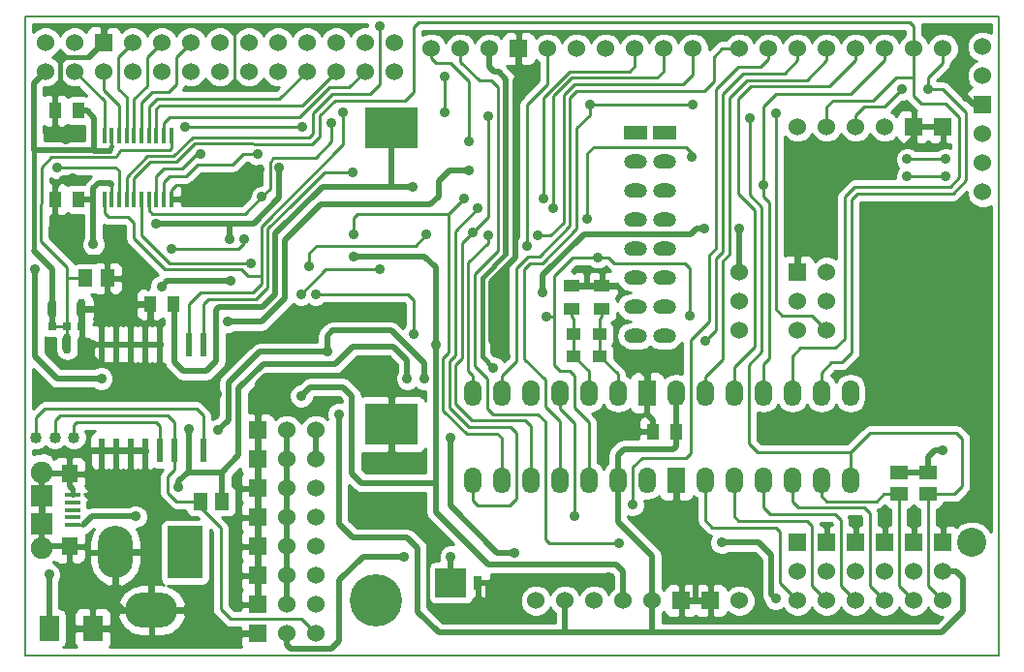
<source format=gbl>
G04 #@! TF.FileFunction,Copper,L2,Bot,Signal*
%FSLAX46Y46*%
G04 Gerber Fmt 4.6, Leading zero omitted, Abs format (unit mm)*
G04 Created by KiCad (PCBNEW (after 2015-may-25 BZR unknown)-product) date 31/07/2015 1:29:45 PM*
%MOMM*%
G01*
G04 APERTURE LIST*
%ADD10C,0.150000*%
%ADD11C,0.127000*%
%ADD12R,1.524000X1.524000*%
%ADD13C,1.524000*%
%ADD14R,1.778000X2.222500*%
%ADD15R,0.419100X1.470660*%
%ADD16R,1.300480X1.498600*%
%ADD17R,1.066800X1.422400*%
%ADD18R,1.422400X1.066800*%
%ADD19R,1.498600X1.300480*%
%ADD20C,1.016000*%
%ADD21R,1.300480X1.049020*%
%ADD22R,0.599440X1.998980*%
%ADD23R,4.572000X3.556000*%
%ADD24R,2.032000X1.270000*%
%ADD25O,2.032000X1.270000*%
%ADD26R,1.371600X0.406400*%
%ADD27R,1.422400X1.600200*%
%ADD28R,1.905000X1.905000*%
%ADD29C,1.905000*%
%ADD30R,2.667000X2.540000*%
%ADD31R,0.762000X1.270000*%
%ADD32O,3.048000X4.572000*%
%ADD33R,3.048000X4.572000*%
%ADD34O,4.572000X3.048000*%
%ADD35O,0.762000X1.778000*%
%ADD36R,0.762000X0.762000*%
%ADD37C,4.572000*%
%ADD38C,2.540000*%
%ADD39O,1.524000X2.286000*%
%ADD40R,1.524000X2.286000*%
%ADD41C,0.889000*%
%ADD42C,0.508000*%
%ADD43C,0.381000*%
%ADD44C,0.254000*%
G04 APERTURE END LIST*
D10*
D11*
X110490000Y-81280000D02*
X110490000Y-25400000D01*
X25400000Y-25400000D02*
X110490000Y-25400000D01*
X110490000Y-81280000D02*
X25400000Y-81280000D01*
X25400000Y-81280000D02*
X25400000Y-25400000D01*
D12*
X45720000Y-79375000D03*
X45720000Y-76835000D03*
X45720000Y-74295000D03*
X45720000Y-71755000D03*
X45720000Y-69215000D03*
X45720000Y-66675000D03*
X45720000Y-64135000D03*
X45720000Y-61595000D03*
D13*
X48260000Y-79375000D03*
X48260000Y-76835000D03*
X48260000Y-74295000D03*
X48260000Y-71755000D03*
X48260000Y-69215000D03*
X48260000Y-66675000D03*
X48260000Y-64135000D03*
X48260000Y-61595000D03*
D14*
X31305500Y-78930500D03*
X27495500Y-78930500D03*
D15*
X34917380Y-35808920D03*
X35567620Y-35808920D03*
X36217860Y-35808920D03*
X36868100Y-35808920D03*
X32976820Y-41402000D03*
X32966660Y-35808920D03*
X33616900Y-35808920D03*
X34267140Y-35808920D03*
X37518340Y-41407080D03*
X36868100Y-41407080D03*
X36217860Y-41407080D03*
X35567620Y-41407080D03*
X34917380Y-41407080D03*
X34267140Y-41407080D03*
X37518340Y-35808920D03*
X33616900Y-41402000D03*
X32316420Y-35808920D03*
X38168580Y-35808920D03*
X38168580Y-41407080D03*
X32316420Y-41407080D03*
D16*
X30670500Y-48323500D03*
X32575500Y-48323500D03*
D17*
X28003500Y-33655000D03*
X30035500Y-33655000D03*
X28003500Y-41402000D03*
X30035500Y-41402000D03*
D18*
X73152000Y-50990500D03*
X73152000Y-48958500D03*
D17*
X82296000Y-61722000D03*
X80264000Y-61722000D03*
X38354000Y-50609500D03*
X36322000Y-50609500D03*
D18*
X75819000Y-50990500D03*
X75819000Y-48958500D03*
D19*
X104330500Y-65278000D03*
X104330500Y-67183000D03*
X101790500Y-65278000D03*
X101790500Y-67183000D03*
D20*
X29654500Y-62230000D03*
X28003500Y-62230000D03*
X26352500Y-62230000D03*
D21*
X75628500Y-55118000D03*
X73342500Y-53213000D03*
X75628500Y-53213000D03*
X73342500Y-55118000D03*
D22*
X40957500Y-63388240D03*
X39687500Y-63388240D03*
X38417500Y-63388240D03*
X37147500Y-63388240D03*
X35877500Y-63388240D03*
X34607500Y-63388240D03*
X33337500Y-63388240D03*
X32067500Y-63388240D03*
X32067500Y-54086760D03*
X33337500Y-54086760D03*
X34607500Y-54086760D03*
X35877500Y-54086760D03*
X37147500Y-54086760D03*
X38417500Y-54086760D03*
X39687500Y-54086760D03*
X40957500Y-54086760D03*
D16*
X42608500Y-67818000D03*
X40703500Y-67818000D03*
D23*
X57404000Y-61087000D03*
X57404000Y-35179000D03*
D13*
X50800000Y-79375000D03*
X50800000Y-76835000D03*
X50800000Y-74295000D03*
X50800000Y-71755000D03*
X50800000Y-69215000D03*
X50800000Y-66675000D03*
X50800000Y-64135000D03*
X50800000Y-61595000D03*
X109093000Y-28067000D03*
X109093000Y-30607000D03*
D12*
X109093000Y-33147000D03*
D13*
X109093000Y-35687000D03*
X109093000Y-38227000D03*
X109093000Y-40767000D03*
D24*
X78740000Y-35560000D03*
D25*
X78740000Y-38100000D03*
X78740000Y-40640000D03*
X78740000Y-43180000D03*
X78740000Y-45720000D03*
X78740000Y-48260000D03*
X78740000Y-50800000D03*
X78740000Y-53340000D03*
D24*
X81280000Y-35560000D03*
D25*
X81280000Y-38100000D03*
X81280000Y-40640000D03*
X81280000Y-43180000D03*
X81280000Y-45720000D03*
X81280000Y-48260000D03*
X81280000Y-50800000D03*
X81280000Y-53340000D03*
D26*
X29527500Y-68580000D03*
X29527500Y-67929760D03*
X29527500Y-67279520D03*
X29527500Y-69230240D03*
X29527500Y-69880480D03*
D27*
X29273500Y-71755000D03*
X29273500Y-65405000D03*
D28*
X26860500Y-69786500D03*
X26860500Y-67373500D03*
D29*
X26860500Y-71882000D03*
X26860500Y-65278000D03*
D13*
X95440500Y-52832000D03*
X92900500Y-52832000D03*
X95440500Y-50292000D03*
X92900500Y-50292000D03*
X95440500Y-47752000D03*
D12*
X92900500Y-47752000D03*
D30*
X62611000Y-74930000D03*
D31*
X64960500Y-74930000D03*
D32*
X33274000Y-72263000D03*
D33*
X39370000Y-72263000D03*
D34*
X36449000Y-77343000D03*
D13*
X27178000Y-30226000D03*
X27178000Y-27686000D03*
X29718000Y-30226000D03*
X29718000Y-27686000D03*
X32258000Y-30226000D03*
D12*
X32258000Y-27686000D03*
D13*
X34798000Y-30226000D03*
X34798000Y-27686000D03*
X37338000Y-30226000D03*
X37338000Y-27686000D03*
X39878000Y-30226000D03*
X39878000Y-27686000D03*
X42418000Y-30226000D03*
X42418000Y-27686000D03*
X44958000Y-30226000D03*
X44958000Y-27686000D03*
X47498000Y-30226000D03*
X47498000Y-27686000D03*
X50038000Y-30226000D03*
X50038000Y-27686000D03*
X52578000Y-30226000D03*
X52578000Y-27686000D03*
X55118000Y-30226000D03*
X55118000Y-27686000D03*
X57658000Y-30226000D03*
X57658000Y-27686000D03*
X87820500Y-47752000D03*
X87820500Y-50292000D03*
X87820500Y-52832000D03*
X105600500Y-73977500D03*
X103060500Y-73977500D03*
X100520500Y-73977500D03*
X97980500Y-73977500D03*
X95440500Y-73977500D03*
X92900500Y-73977500D03*
D12*
X105600500Y-71437500D03*
X103060500Y-71437500D03*
X100520500Y-71437500D03*
X97980500Y-71437500D03*
X95440500Y-71437500D03*
X92900500Y-71437500D03*
D35*
X30353000Y-50990500D03*
X27813000Y-50990500D03*
X29083000Y-54038500D03*
D36*
X27813000Y-52514500D03*
X29083000Y-52514500D03*
X30353000Y-52514500D03*
D12*
X105600500Y-35052000D03*
X103060500Y-35052000D03*
D13*
X100520500Y-35052000D03*
X97980500Y-35052000D03*
X95440500Y-35052000D03*
X92900500Y-35052000D03*
X105600500Y-76517500D03*
X103060500Y-76517500D03*
X100520500Y-76517500D03*
X92900500Y-76517500D03*
X95440500Y-76517500D03*
X97980500Y-76517500D03*
X87820500Y-76517500D03*
D12*
X85280500Y-76517500D03*
X82740500Y-76517500D03*
D13*
X77660500Y-76517500D03*
X75120500Y-76517500D03*
X105600500Y-28257500D03*
X103060500Y-28257500D03*
X100520500Y-28257500D03*
X97980500Y-28257500D03*
X95440500Y-28257500D03*
X92900500Y-28257500D03*
X90360500Y-28257500D03*
X87820500Y-28257500D03*
X83756500Y-28257500D03*
X81216500Y-28257500D03*
X78676500Y-28257500D03*
X76136500Y-28257500D03*
X73596500Y-28257500D03*
X71056500Y-28257500D03*
D12*
X68516500Y-28257500D03*
D13*
X65976500Y-28257500D03*
X80200500Y-76517500D03*
D37*
X56070500Y-76517500D03*
D38*
X108140500Y-71437500D03*
D13*
X72580500Y-76517500D03*
X70040500Y-76517500D03*
X63436500Y-28257500D03*
X60896500Y-28257500D03*
D39*
X94996000Y-58356500D03*
X92456000Y-58356500D03*
X89916000Y-58356500D03*
X87376000Y-58356500D03*
X84836000Y-58356500D03*
X82296000Y-58356500D03*
D40*
X79756000Y-58356500D03*
D39*
X77216000Y-58356500D03*
X74676000Y-58356500D03*
X72136000Y-58356500D03*
X69596000Y-58356500D03*
X67056000Y-58356500D03*
X64516000Y-58356500D03*
X97536000Y-58356500D03*
X64516000Y-65976500D03*
X67056000Y-65976500D03*
X69596000Y-65976500D03*
X72136000Y-65976500D03*
X74676000Y-65976500D03*
X77216000Y-65976500D03*
X79756000Y-65976500D03*
D40*
X82296000Y-65976500D03*
D39*
X84836000Y-65976500D03*
X87376000Y-65976500D03*
X89916000Y-65976500D03*
X92456000Y-65976500D03*
X94996000Y-65976500D03*
X97536000Y-65976500D03*
D41*
X36827460Y-43522900D03*
X90995500Y-76327000D03*
X49530000Y-58610500D03*
X43243500Y-44894500D03*
X86296500Y-71437500D03*
X87820500Y-43942000D03*
X84772500Y-43942000D03*
X47625000Y-38671500D03*
X54102000Y-46418500D03*
X61277500Y-54102000D03*
X70612000Y-49530000D03*
X58483500Y-72644000D03*
X62611000Y-72644000D03*
X66294000Y-56134000D03*
X102489000Y-39433500D03*
X105854500Y-39433500D03*
X70167500Y-44577000D03*
X65849500Y-44577000D03*
X64960500Y-42227500D03*
X71564500Y-42227500D03*
X105854500Y-37909500D03*
X89916000Y-40195500D03*
X102489000Y-37909500D03*
X84836000Y-53784500D03*
X73406000Y-69151500D03*
X78486000Y-68135500D03*
X43370500Y-48577500D03*
X58801000Y-57086500D03*
X31369000Y-45339000D03*
X37338000Y-49022000D03*
X105600500Y-63373000D03*
X38798500Y-66611500D03*
X26289000Y-47498000D03*
X39687500Y-61468000D03*
X32067500Y-57086500D03*
X27495500Y-74231500D03*
X52832000Y-60198000D03*
X40700000Y-37470000D03*
X39370000Y-35115500D03*
X49657000Y-35115500D03*
X90995500Y-33909000D03*
X83756500Y-33147000D03*
X74739500Y-33147000D03*
X64516000Y-44323000D03*
X52197000Y-34734500D03*
X46101000Y-41211500D03*
X65849500Y-34163000D03*
X74549000Y-43116500D03*
X50228500Y-47244000D03*
X45148500Y-46990000D03*
X83693000Y-37719000D03*
X60452000Y-44513500D03*
X56388000Y-26289000D03*
X102044500Y-31813500D03*
X104330500Y-31813500D03*
X45690000Y-37440000D03*
X59372500Y-53213000D03*
X69278500Y-45529500D03*
X83502500Y-51625500D03*
X75438000Y-46482000D03*
X70929500Y-51689000D03*
X50800000Y-49720500D03*
X28200000Y-38620000D03*
X88709500Y-34290000D03*
X64198500Y-36322000D03*
X54038500Y-39052500D03*
X53213000Y-33845500D03*
X62103000Y-30670500D03*
X77343000Y-71501000D03*
X62103000Y-33845500D03*
X38163500Y-45783500D03*
X44513500Y-44894500D03*
X70675500Y-41338500D03*
X54102000Y-44513500D03*
X63754000Y-41338500D03*
X43116500Y-52133500D03*
X64198500Y-38862000D03*
X35052000Y-69151500D03*
X51816000Y-54737000D03*
X60261500Y-57086500D03*
X68199000Y-72326500D03*
X42291000Y-61595000D03*
X62547500Y-62230000D03*
X59309000Y-40322500D03*
X43680000Y-31610000D03*
X45900000Y-38810000D03*
X29590000Y-39550000D03*
X28990000Y-36160000D03*
X106045000Y-30861000D03*
X31242000Y-54102000D03*
X67437000Y-55118000D03*
X42164000Y-58483500D03*
X65913000Y-76708000D03*
X33909000Y-46545500D03*
X74485500Y-47688500D03*
X76390500Y-74422000D03*
X57404000Y-55943500D03*
X82296000Y-71437500D03*
X77597000Y-54673500D03*
X56388000Y-47561500D03*
X49530000Y-49720500D03*
D42*
X36827460Y-43522900D02*
X43243500Y-43522900D01*
X70612000Y-48069500D02*
X70612000Y-49530000D01*
X77025500Y-73342500D02*
X65849500Y-73342500D01*
X84074000Y-43942000D02*
X83566000Y-44450000D01*
X90614500Y-75946000D02*
X90995500Y-76327000D01*
X83566000Y-44450000D02*
X74231500Y-44450000D01*
X89535000Y-71437500D02*
X90614500Y-72517000D01*
X61277500Y-47371000D02*
X60325000Y-46418500D01*
X50292000Y-57848500D02*
X49530000Y-58610500D01*
X84772500Y-43942000D02*
X84074000Y-43942000D01*
X43243500Y-44894500D02*
X43243500Y-43522900D01*
X61277500Y-66230500D02*
X54800500Y-66230500D01*
X90614500Y-72517000D02*
X90614500Y-75946000D01*
X43243500Y-43522900D02*
X45382180Y-43522900D01*
X86296500Y-71437500D02*
X89535000Y-71437500D01*
X60325000Y-46418500D02*
X54102000Y-46418500D01*
X53975000Y-65405000D02*
X53975000Y-58610500D01*
X61277500Y-54102000D02*
X61277500Y-47371000D01*
X87820500Y-43942000D02*
X87820500Y-47752000D01*
X61277500Y-66167000D02*
X61277500Y-66230500D01*
X53975000Y-58610500D02*
X53213000Y-57848500D01*
X53213000Y-57848500D02*
X50292000Y-57848500D01*
X77660500Y-76517500D02*
X77660500Y-73977500D01*
X61277500Y-68770500D02*
X65849500Y-73342500D01*
X47625000Y-41280080D02*
X45382180Y-43522900D01*
X47625000Y-38671500D02*
X47625000Y-41280080D01*
X54800500Y-66230500D02*
X53975000Y-65405000D01*
X74231500Y-44450000D02*
X70612000Y-48069500D01*
X61277500Y-54102000D02*
X61277500Y-66167000D01*
X61277500Y-66167000D02*
X61277500Y-68770500D01*
X77025500Y-73342500D02*
X77660500Y-73977500D01*
X50800000Y-61595000D02*
X50800000Y-64135000D01*
X52832000Y-80010000D02*
X52832000Y-74739500D01*
X48260000Y-79375000D02*
X48260000Y-80391000D01*
X52832000Y-74739500D02*
X54927500Y-72644000D01*
X48260000Y-74295000D02*
X48260000Y-71755000D01*
X48260000Y-80391000D02*
X48577500Y-80708500D01*
X52133500Y-80708500D02*
X52832000Y-80010000D01*
X48260000Y-64135000D02*
X48260000Y-61595000D01*
X48260000Y-69215000D02*
X48260000Y-66675000D01*
X58483500Y-72644000D02*
X54927500Y-72644000D01*
X48260000Y-66675000D02*
X48260000Y-64135000D01*
X48577500Y-80708500D02*
X52133500Y-80708500D01*
X48260000Y-71755000D02*
X48260000Y-69215000D01*
X48260000Y-76835000D02*
X48260000Y-74295000D01*
X62611000Y-72644000D02*
X62611000Y-74930000D01*
X66802000Y-30289500D02*
X66421000Y-30289500D01*
X67437000Y-30924500D02*
X66802000Y-30289500D01*
D43*
X65341500Y-48260000D02*
X65341500Y-55181500D01*
D42*
X65976500Y-29845000D02*
X65976500Y-28257500D01*
D43*
X65341500Y-48260000D02*
X67437000Y-46164500D01*
D42*
X66421000Y-30289500D02*
X65976500Y-29845000D01*
X67437000Y-46164500D02*
X67437000Y-30924500D01*
D43*
X65341500Y-55181500D02*
X66294000Y-56134000D01*
D44*
X105854500Y-39433500D02*
X102489000Y-39433500D01*
X64135000Y-56451500D02*
X64135000Y-46926500D01*
X65849500Y-45212000D02*
X65849500Y-44577000D01*
X72453500Y-41910000D02*
X72453500Y-43434000D01*
X64516000Y-58356500D02*
X64516000Y-56832500D01*
X72453500Y-43434000D02*
X71310500Y-44577000D01*
X64516000Y-56832500D02*
X64135000Y-56451500D01*
X64135000Y-46926500D02*
X65849500Y-45212000D01*
X72453500Y-41910000D02*
X72453500Y-32321500D01*
X83756500Y-30543500D02*
X83756500Y-28257500D01*
X73406000Y-31369000D02*
X82931000Y-31369000D01*
X71310500Y-44577000D02*
X70167500Y-44577000D01*
X73406000Y-31369000D02*
X72453500Y-32321500D01*
X82931000Y-31369000D02*
X83756500Y-30543500D01*
X71564500Y-32385000D02*
X73152000Y-30797500D01*
X81216500Y-30226000D02*
X81216500Y-28257500D01*
X67754500Y-68199000D02*
X64960500Y-68199000D01*
X68326000Y-67627500D02*
X68326000Y-61849000D01*
X67818000Y-61341000D02*
X64198500Y-61341000D01*
X71564500Y-32385000D02*
X71564500Y-42227500D01*
X62992000Y-55054500D02*
X62992000Y-44196000D01*
X64516000Y-67754500D02*
X64516000Y-65976500D01*
X80645000Y-30797500D02*
X81216500Y-30226000D01*
X64198500Y-61341000D02*
X62453520Y-59596020D01*
X62453520Y-55592980D02*
X62992000Y-55054500D01*
X62453520Y-59596020D02*
X62453520Y-55592980D01*
X68326000Y-61849000D02*
X67818000Y-61341000D01*
X64960500Y-68199000D02*
X64516000Y-67754500D01*
X62992000Y-44196000D02*
X64960500Y-42227500D01*
X73152000Y-30797500D02*
X80645000Y-30797500D01*
X68326000Y-67627500D02*
X67754500Y-68199000D01*
X75819000Y-51689000D02*
X75819000Y-50990500D01*
X75628500Y-51879500D02*
X75819000Y-51689000D01*
X75628500Y-53213000D02*
X75628500Y-51879500D01*
X77216000Y-58356500D02*
X77216000Y-56705500D01*
X75628500Y-55118000D02*
X75628500Y-53213000D01*
X77216000Y-56705500D02*
X75628500Y-55118000D01*
X73152000Y-51689000D02*
X73152000Y-50990500D01*
X74676000Y-58356500D02*
X74676000Y-56451500D01*
X73342500Y-53213000D02*
X73342500Y-51879500D01*
X73342500Y-55118000D02*
X73342500Y-53213000D01*
X74676000Y-56451500D02*
X73342500Y-55118000D01*
X73342500Y-51879500D02*
X73152000Y-51689000D01*
X91376500Y-74993500D02*
X91376500Y-70485000D01*
X91376500Y-74993500D02*
X92900500Y-76517500D01*
X91376500Y-70485000D02*
X90995500Y-70104000D01*
X90995500Y-70104000D02*
X85471000Y-70104000D01*
X84836000Y-65976500D02*
X84836000Y-69469000D01*
X85471000Y-70104000D02*
X84836000Y-69469000D01*
X94170500Y-75247500D02*
X94170500Y-69977000D01*
X94170500Y-69977000D02*
X93726000Y-69532500D01*
X93726000Y-69532500D02*
X87757000Y-69532500D01*
X94170500Y-75247500D02*
X95440500Y-76517500D01*
X87757000Y-69532500D02*
X87376000Y-69151500D01*
X87376000Y-65976500D02*
X87376000Y-69151500D01*
X90487500Y-68961000D02*
X89916000Y-68389500D01*
X96202500Y-68961000D02*
X90487500Y-68961000D01*
X96710500Y-75247500D02*
X97980500Y-76517500D01*
X96710500Y-69469000D02*
X96202500Y-68961000D01*
X96710500Y-69469000D02*
X96710500Y-75247500D01*
X89916000Y-65976500D02*
X89916000Y-68389500D01*
X92964000Y-68389500D02*
X92456000Y-67881500D01*
X98742500Y-68389500D02*
X92964000Y-68389500D01*
X92456000Y-65976500D02*
X92456000Y-67881500D01*
X99250500Y-75247500D02*
X99250500Y-68897500D01*
X99250500Y-75247500D02*
X100520500Y-76517500D01*
X99250500Y-68897500D02*
X98742500Y-68389500D01*
X89916000Y-41211500D02*
X90424000Y-41719500D01*
X89916000Y-40195500D02*
X89916000Y-33274000D01*
X89916000Y-40195500D02*
X89916000Y-41211500D01*
X89916000Y-33274000D02*
X90995500Y-32194500D01*
X89916000Y-58356500D02*
X89916000Y-55816500D01*
X89916000Y-55816500D02*
X90424000Y-55308500D01*
X100520500Y-28257500D02*
X100520500Y-29215080D01*
X105854500Y-37909500D02*
X102489000Y-37909500D01*
X100520500Y-29215080D02*
X97541080Y-32194500D01*
X90424000Y-41719500D02*
X90424000Y-55308500D01*
X90995500Y-32194500D02*
X97541080Y-32194500D01*
X95440500Y-29268420D02*
X95440500Y-28257500D01*
X93720920Y-30988000D02*
X95440500Y-29268420D01*
X88455500Y-30988000D02*
X93720920Y-30988000D01*
X86931500Y-32512000D02*
X86931500Y-46228000D01*
X84836000Y-56959500D02*
X84836000Y-58356500D01*
X86360000Y-55435500D02*
X84836000Y-56959500D01*
X86931500Y-32512000D02*
X88455500Y-30988000D01*
X86931500Y-46228000D02*
X86360000Y-46799500D01*
X86360000Y-46799500D02*
X86360000Y-55435500D01*
X88132920Y-30416500D02*
X86360000Y-32189420D01*
X86360000Y-46037500D02*
X85788500Y-46609000D01*
X85788500Y-46609000D02*
X85788500Y-52832000D01*
X73406000Y-60960000D02*
X73406000Y-69151500D01*
X88132920Y-30416500D02*
X91757500Y-30416500D01*
X85788500Y-52832000D02*
X84836000Y-53784500D01*
X72136000Y-59690000D02*
X73406000Y-60960000D01*
X91757500Y-30416500D02*
X92900500Y-29273500D01*
X92900500Y-29273500D02*
X92900500Y-28257500D01*
X86360000Y-32189420D02*
X86360000Y-46037500D01*
X72136000Y-58356500D02*
X72136000Y-59690000D01*
X85217000Y-46291500D02*
X85217000Y-52070000D01*
X85788500Y-31813500D02*
X85788500Y-45720000D01*
X87757000Y-29845000D02*
X89662000Y-29845000D01*
X90360500Y-29146500D02*
X90360500Y-28257500D01*
X78486000Y-68135500D02*
X78486000Y-64833500D01*
X85217000Y-52070000D02*
X83566000Y-53721000D01*
X85788500Y-31813500D02*
X87757000Y-29845000D01*
X89662000Y-29845000D02*
X90360500Y-29146500D01*
X83185000Y-64008000D02*
X83566000Y-63627000D01*
X78486000Y-64833500D02*
X79311500Y-64008000D01*
X79311500Y-64008000D02*
X83185000Y-64008000D01*
X85788500Y-45720000D02*
X85217000Y-46291500D01*
X83566000Y-53721000D02*
X83566000Y-63627000D01*
X73030080Y-43746420D02*
X73030080Y-32506920D01*
X73030080Y-32506920D02*
X73596500Y-31940500D01*
X85598000Y-28953460D02*
X86293960Y-28257500D01*
X86293960Y-28257500D02*
X87820500Y-28257500D01*
X85598000Y-31115000D02*
X85598000Y-28953460D01*
X84772500Y-31940500D02*
X85598000Y-31115000D01*
X73596500Y-31940500D02*
X84772500Y-31940500D01*
X73030080Y-43746420D02*
X70358000Y-46418500D01*
X68326000Y-47434500D02*
X69342000Y-46418500D01*
X69342000Y-46418500D02*
X70358000Y-46418500D01*
X67056000Y-56832500D02*
X68326000Y-55562500D01*
X67056000Y-58356500D02*
X67056000Y-56832500D01*
X68326000Y-55562500D02*
X68326000Y-47434500D01*
D42*
X54038500Y-54292500D02*
X52514500Y-55816500D01*
X39687500Y-61468000D02*
X39687500Y-63388240D01*
X72580500Y-79311500D02*
X80200500Y-79311500D01*
X38798500Y-66103500D02*
X39687500Y-65214500D01*
X104330500Y-63944500D02*
X104902000Y-63373000D01*
X104330500Y-65278000D02*
X104330500Y-63944500D01*
X26289000Y-55181500D02*
X26289000Y-47498000D01*
X52832000Y-69786500D02*
X54038500Y-70993000D01*
X59690000Y-77470000D02*
X59690000Y-71882000D01*
X57594500Y-54292500D02*
X54038500Y-54292500D01*
X104330500Y-65278000D02*
X101790500Y-65278000D01*
X31369000Y-40449500D02*
X31813500Y-40005000D01*
X58801000Y-55499000D02*
X57594500Y-54292500D01*
X82042000Y-63246000D02*
X82296000Y-62992000D01*
X77216000Y-65976500D02*
X77216000Y-63754000D01*
X39687500Y-65278000D02*
X42608500Y-65278000D01*
X61531500Y-79311500D02*
X72580500Y-79311500D01*
X44069000Y-63817500D02*
X42608500Y-65278000D01*
X31369000Y-41402000D02*
X31369000Y-40449500D01*
X32829500Y-40005000D02*
X31813500Y-40005000D01*
X80200500Y-79311500D02*
X105473500Y-79311500D01*
X42608500Y-67818000D02*
X42608500Y-65278000D01*
X106807000Y-73977500D02*
X107378500Y-74549000D01*
X104902000Y-63373000D02*
X105600500Y-63373000D01*
X107378500Y-74549000D02*
X107378500Y-77406500D01*
X39687500Y-63388240D02*
X39687500Y-65214500D01*
X44069000Y-57975500D02*
X46228000Y-55816500D01*
X44069000Y-57975500D02*
X44069000Y-63817500D01*
X58801000Y-57086500D02*
X58801000Y-55499000D01*
X37782500Y-48577500D02*
X37338000Y-49022000D01*
X52514500Y-55816500D02*
X46228000Y-55816500D01*
X72580500Y-76517500D02*
X72580500Y-79311500D01*
X77216000Y-65976500D02*
X77216000Y-69596000D01*
D44*
X32976820Y-41402000D02*
X32976820Y-40152320D01*
D42*
X38798500Y-66611500D02*
X38798500Y-66103500D01*
X39687500Y-65214500D02*
X39687500Y-65278000D01*
X59690000Y-77470000D02*
X61531500Y-79311500D01*
X28194000Y-57086500D02*
X26289000Y-55181500D01*
X77216000Y-69596000D02*
X80200500Y-72580500D01*
X82296000Y-61722000D02*
X82296000Y-62992000D01*
X77216000Y-63754000D02*
X77724000Y-63246000D01*
X82296000Y-61722000D02*
X82296000Y-58356500D01*
X31369000Y-45339000D02*
X31369000Y-41402000D01*
X52832000Y-60198000D02*
X52832000Y-69786500D01*
X54038500Y-70993000D02*
X58801000Y-70993000D01*
X105600500Y-73977500D02*
X106807000Y-73977500D01*
X58801000Y-70993000D02*
X59690000Y-71882000D01*
X32067500Y-57086500D02*
X28194000Y-57086500D01*
X32976820Y-40152320D02*
X32829500Y-40005000D01*
X27495500Y-78930500D02*
X27495500Y-74231500D01*
X77724000Y-63246000D02*
X82042000Y-63246000D01*
X80200500Y-76517500D02*
X80200500Y-79311500D01*
X30035500Y-41402000D02*
X31369000Y-41402000D01*
X43370500Y-48577500D02*
X37782500Y-48577500D01*
X105473500Y-79311500D02*
X107378500Y-77406500D01*
X80200500Y-76517500D02*
X80200500Y-72580500D01*
D44*
X37550000Y-38750000D02*
X39150000Y-38750000D01*
X36868100Y-39431900D02*
X37550000Y-38750000D01*
X36868100Y-41407080D02*
X36868100Y-39431900D01*
X40430000Y-37470000D02*
X40700000Y-37470000D01*
X39150000Y-38750000D02*
X40430000Y-37470000D01*
X39370000Y-35115500D02*
X49657000Y-35115500D01*
X94170500Y-51562000D02*
X95440500Y-52832000D01*
X83756500Y-33147000D02*
X74739500Y-33147000D01*
X70866000Y-59563000D02*
X70866000Y-57213500D01*
X69024500Y-47498000D02*
X69532500Y-46990000D01*
X74739500Y-34036000D02*
X73596500Y-35179000D01*
X69532500Y-46990000D02*
X70612000Y-46990000D01*
X94170500Y-51562000D02*
X91567000Y-51562000D01*
X72136000Y-65976500D02*
X72136000Y-60833000D01*
X73596500Y-35179000D02*
X73596500Y-44005500D01*
X90995500Y-50990500D02*
X90995500Y-33909000D01*
X70866000Y-57213500D02*
X69024500Y-55372000D01*
X73596500Y-44005500D02*
X70612000Y-46990000D01*
X91567000Y-51562000D02*
X90995500Y-50990500D01*
X74739500Y-33147000D02*
X74739500Y-34036000D01*
X72136000Y-60833000D02*
X70866000Y-59563000D01*
X69024500Y-55372000D02*
X69024500Y-47498000D01*
X65849500Y-34163000D02*
X65849500Y-42989500D01*
X69088000Y-60769500D02*
X64452500Y-60769500D01*
X46810000Y-40490000D02*
X46101000Y-41211500D01*
X62969140Y-55902860D02*
X63563500Y-55308500D01*
X64516000Y-44323000D02*
X65849500Y-42989500D01*
X62969140Y-59286140D02*
X62969140Y-55902860D01*
X44640500Y-42672000D02*
X46101000Y-41211500D01*
X50800000Y-37782500D02*
X47048420Y-37782500D01*
X52197000Y-34734500D02*
X52197000Y-36385500D01*
X63563500Y-55308500D02*
X63563500Y-45275500D01*
X36512500Y-42672000D02*
X44640500Y-42672000D01*
X36217860Y-42377360D02*
X36512500Y-42672000D01*
X64452500Y-60769500D02*
X62969140Y-59286140D01*
X46790000Y-38180000D02*
X46810000Y-40490000D01*
X36217860Y-41407080D02*
X36217860Y-42377360D01*
X69596000Y-61277500D02*
X69088000Y-60769500D01*
X46790000Y-38180000D02*
X47048420Y-37782500D01*
X52197000Y-36385500D02*
X50800000Y-37782500D01*
X63563500Y-45275500D02*
X64516000Y-44323000D01*
X69596000Y-65976500D02*
X69596000Y-61277500D01*
X83121500Y-36830000D02*
X75120500Y-36830000D01*
X35567620Y-44521120D02*
X35567620Y-41407080D01*
X74549000Y-43116500D02*
X74549000Y-37401500D01*
X50228500Y-46101000D02*
X50228500Y-47244000D01*
X83693000Y-37401500D02*
X83121500Y-36830000D01*
X50863500Y-45466000D02*
X59499500Y-45466000D01*
X50863500Y-45466000D02*
X50228500Y-46101000D01*
X59499500Y-45466000D02*
X60452000Y-44513500D01*
X83693000Y-37719000D02*
X83693000Y-37401500D01*
X75120500Y-36830000D02*
X74549000Y-37401500D01*
X38036500Y-46990000D02*
X35567620Y-44521120D01*
X45148500Y-46990000D02*
X38036500Y-46990000D01*
X95885000Y-55689500D02*
X96774000Y-55689500D01*
X97663000Y-54800500D02*
X97663000Y-41402000D01*
X97663000Y-54800500D02*
X96774000Y-55689500D01*
X94996000Y-58356500D02*
X94996000Y-56578500D01*
X94996000Y-56578500D02*
X95885000Y-55689500D01*
X55562500Y-32194500D02*
X52255420Y-32194500D01*
X97663000Y-41402000D02*
X98171000Y-40894000D01*
X34267140Y-39456360D02*
X34267140Y-41407080D01*
X104330500Y-31813500D02*
X104330500Y-30734000D01*
X50199967Y-36000198D02*
X40024240Y-36011391D01*
X34267140Y-39456360D02*
X36073080Y-37650420D01*
X50542402Y-35662887D02*
X50199967Y-36000198D01*
X107632500Y-39751000D02*
X106489500Y-40894000D01*
X38390000Y-37650000D02*
X40024240Y-36011391D01*
X104330500Y-30734000D02*
X105600500Y-29464000D01*
X50543460Y-33906460D02*
X50542402Y-35662887D01*
X107632500Y-33845500D02*
X107632500Y-39751000D01*
X36073080Y-37650420D02*
X38390000Y-37650000D01*
X105600500Y-31813500D02*
X107632500Y-33845500D01*
X98742500Y-33337500D02*
X100520500Y-33337500D01*
X100520500Y-33337500D02*
X102044500Y-31813500D01*
X104330500Y-31813500D02*
X105600500Y-31813500D01*
X97980500Y-35052000D02*
X97980500Y-34099500D01*
X52255420Y-32194500D02*
X50543460Y-33906460D01*
X98171000Y-40894000D02*
X106489500Y-40894000D01*
X97980500Y-34099500D02*
X98742500Y-33337500D01*
X56388000Y-31369000D02*
X56388000Y-26289000D01*
X55562500Y-32194500D02*
X56388000Y-31369000D01*
X105600500Y-29464000D02*
X105600500Y-28257500D01*
D43*
X26170000Y-37140000D02*
X26162000Y-45910500D01*
D44*
X27730000Y-37720000D02*
X26830000Y-38620000D01*
D42*
X28980000Y-37140000D02*
X31430000Y-37120000D01*
D44*
X29083000Y-48387000D02*
X29083000Y-48323500D01*
X33718500Y-37084000D02*
X33360000Y-37710000D01*
D42*
X30035500Y-33655000D02*
X30797500Y-33655000D01*
X27813000Y-50990500D02*
X27813000Y-47561500D01*
X30797500Y-33655000D02*
X31432500Y-34290000D01*
D44*
X26830000Y-38620000D02*
X26797000Y-45085000D01*
D42*
X31430000Y-37183500D02*
X32780000Y-37180000D01*
D43*
X32780000Y-37180000D02*
X32966660Y-36756340D01*
D44*
X29083000Y-48387000D02*
X29083000Y-47371000D01*
D42*
X31430000Y-37120000D02*
X31432500Y-34290000D01*
D44*
X29083000Y-54038500D02*
X29083000Y-52514500D01*
X38036500Y-37084000D02*
X33718500Y-37084000D01*
D42*
X28980000Y-37140000D02*
X26170000Y-37140000D01*
X26162000Y-31242000D02*
X27178000Y-30226000D01*
D44*
X29083000Y-52514500D02*
X27813000Y-52514500D01*
X38168580Y-36951920D02*
X38036500Y-37084000D01*
D42*
X26170000Y-37140000D02*
X26162000Y-31242000D01*
D44*
X32966660Y-36756340D02*
X32966660Y-35808920D01*
X33360000Y-37710000D02*
X27730000Y-37720000D01*
D42*
X27813000Y-52514500D02*
X27813000Y-50990500D01*
D44*
X38168580Y-35808920D02*
X38168580Y-36951920D01*
D42*
X27813000Y-47561500D02*
X26162000Y-45910500D01*
D44*
X29083000Y-52514500D02*
X29083000Y-48387000D01*
X29083000Y-48323500D02*
X30670500Y-48323500D01*
X29083000Y-47371000D02*
X26797000Y-45085000D01*
D42*
X31430000Y-37183500D02*
X31430000Y-37120000D01*
D44*
X36868100Y-35808920D02*
X36868100Y-33489900D01*
X36868100Y-33489900D02*
X37147500Y-33210500D01*
X37147500Y-33210500D02*
X49593500Y-33210500D01*
X49593500Y-33210500D02*
X52578000Y-30226000D01*
X36893500Y-32639000D02*
X47625000Y-32639000D01*
X36217860Y-33314640D02*
X36893500Y-32639000D01*
X36217860Y-35808920D02*
X36217860Y-33314640D01*
X47625000Y-32639000D02*
X50038000Y-30226000D01*
X35567620Y-32948880D02*
X36512500Y-32004000D01*
X35567620Y-35808920D02*
X35567620Y-32948880D01*
X38608000Y-31369000D02*
X38608000Y-28956000D01*
X37973000Y-32004000D02*
X38608000Y-31369000D01*
X38608000Y-28956000D02*
X39878000Y-27686000D01*
X36512500Y-32004000D02*
X37973000Y-32004000D01*
X34917380Y-32646620D02*
X36068000Y-31496000D01*
X36068000Y-31496000D02*
X36068000Y-28956000D01*
X36068000Y-28956000D02*
X37338000Y-27686000D01*
X34917380Y-35808920D02*
X34917380Y-32646620D01*
X52001420Y-31628080D02*
X49403000Y-34226500D01*
X37518340Y-34744660D02*
X38036500Y-34226500D01*
X37518340Y-35808920D02*
X37518340Y-34744660D01*
X38036500Y-34226500D02*
X49403000Y-34226500D01*
X53715920Y-31628080D02*
X55118000Y-30226000D01*
X53715920Y-31628080D02*
X52001420Y-31628080D01*
X32258000Y-30226000D02*
X32258000Y-31877000D01*
X32258000Y-31877000D02*
X33616900Y-33235900D01*
X33616900Y-35808920D02*
X33616900Y-33235900D01*
X32316420Y-35808920D02*
X32316420Y-32824420D01*
X32316420Y-32824420D02*
X29718000Y-30226000D01*
X34267140Y-35808920D02*
X34267140Y-32489140D01*
X34267140Y-32489140D02*
X33528000Y-31750000D01*
X33528000Y-28956000D02*
X34798000Y-27686000D01*
X33528000Y-31750000D02*
X33528000Y-28956000D01*
X40105000Y-38735000D02*
X40470000Y-38370000D01*
X37518340Y-40561660D02*
X37518340Y-41407080D01*
X37518340Y-39861660D02*
X37518340Y-40561660D01*
X38000000Y-39380000D02*
X37518340Y-39861660D01*
X39460000Y-39380000D02*
X38000000Y-39380000D01*
X40105000Y-38735000D02*
X39460000Y-39380000D01*
X44490000Y-37440000D02*
X45690000Y-37440000D01*
X43560000Y-38370000D02*
X44490000Y-37440000D01*
X40470000Y-38370000D02*
X43560000Y-38370000D01*
X71628000Y-55880000D02*
X72136000Y-56388000D01*
X83502500Y-51625500D02*
X83502500Y-47434500D01*
X71628000Y-48130460D02*
X73276460Y-46482000D01*
X69278500Y-45529500D02*
X69278500Y-33147000D01*
X70929500Y-51689000D02*
X71628000Y-51689000D01*
X59372500Y-50228500D02*
X58864500Y-49720500D01*
X69278500Y-33147000D02*
X71056500Y-31369000D01*
X75438000Y-46482000D02*
X73276460Y-46482000D01*
X59372500Y-53213000D02*
X59372500Y-50228500D01*
X76898500Y-46990000D02*
X83058000Y-46990000D01*
X71628000Y-51689000D02*
X71628000Y-55880000D01*
X73406000Y-59626500D02*
X73406000Y-56832500D01*
X73406000Y-56832500D02*
X72961500Y-56388000D01*
X50800000Y-49720500D02*
X58864500Y-49720500D01*
X83502500Y-47434500D02*
X83058000Y-46990000D01*
X76390500Y-46482000D02*
X76898500Y-46990000D01*
X74676000Y-60896500D02*
X73406000Y-59626500D01*
X71056500Y-28257500D02*
X71056500Y-31369000D01*
X75438000Y-46482000D02*
X76390500Y-46482000D01*
X74676000Y-65976500D02*
X74676000Y-60896500D01*
X71628000Y-48130460D02*
X71628000Y-51689000D01*
X72961500Y-56388000D02*
X72136000Y-56388000D01*
X33630000Y-38900000D02*
X33280000Y-38620000D01*
X33280000Y-38620000D02*
X28200000Y-38620000D01*
X33630000Y-38935500D02*
X33616900Y-41402000D01*
X33630000Y-38935500D02*
X33630000Y-38900000D01*
X88646000Y-62801500D02*
X88646000Y-55880000D01*
X62547500Y-29464000D02*
X61277500Y-29464000D01*
X106807000Y-61849000D02*
X99250500Y-61849000D01*
X107315000Y-62357000D02*
X106807000Y-61849000D01*
X107315000Y-66484500D02*
X107315000Y-62357000D01*
X99250500Y-61849000D02*
X97536000Y-63563500D01*
X97536000Y-63563500D02*
X89408000Y-63563500D01*
X60896500Y-29083000D02*
X61277500Y-29464000D01*
X60896500Y-28257500D02*
X60896500Y-29083000D01*
X104330500Y-75247500D02*
X104330500Y-67183000D01*
X89789000Y-54737000D02*
X88646000Y-55880000D01*
X89789000Y-54737000D02*
X89789000Y-42100500D01*
X45593000Y-50165000D02*
X41402000Y-50165000D01*
X46609000Y-49149000D02*
X46609000Y-44005500D01*
X88709500Y-41021000D02*
X88709500Y-34290000D01*
X40957500Y-50609500D02*
X40957500Y-54086760D01*
X45593000Y-50165000D02*
X46609000Y-49149000D01*
X64198500Y-31115000D02*
X62547500Y-29464000D01*
X64198500Y-36322000D02*
X64198500Y-31115000D01*
X41402000Y-50165000D02*
X40957500Y-50609500D01*
X106616500Y-67183000D02*
X107315000Y-66484500D01*
X104330500Y-67183000D02*
X106616500Y-67183000D01*
X48737520Y-41876980D02*
X51308000Y-39306500D01*
X51308000Y-39306500D02*
X51562000Y-39052500D01*
X51308000Y-39306500D02*
X51308000Y-39306500D01*
X46609000Y-44005500D02*
X48737520Y-41876980D01*
X89789000Y-42100500D02*
X88709500Y-41021000D01*
X97536000Y-65976500D02*
X97536000Y-63563500D01*
X89408000Y-63563500D02*
X88646000Y-62801500D01*
X104330500Y-75247500D02*
X105600500Y-76517500D01*
X54038500Y-39052500D02*
X51562000Y-39052500D01*
X94996000Y-65976500D02*
X94996000Y-67373500D01*
X94996000Y-67373500D02*
X95440500Y-67818000D01*
X95440500Y-67818000D02*
X99822000Y-67818000D01*
X100457000Y-67183000D02*
X99822000Y-67818000D01*
X101790500Y-67183000D02*
X100457000Y-67183000D01*
X70866000Y-60833000D02*
X70866000Y-71120000D01*
X101790500Y-67183000D02*
X101790500Y-75247500D01*
X65087500Y-31051500D02*
X63436500Y-29400500D01*
X62103000Y-30670500D02*
X62103000Y-33845500D01*
X34925000Y-44831000D02*
X37625020Y-47531020D01*
X64706500Y-47952660D02*
X66738500Y-45920660D01*
X101790500Y-75247500D02*
X103060500Y-76517500D01*
X34925000Y-43497500D02*
X34925000Y-44831000D01*
X46037500Y-48831500D02*
X46037500Y-48133000D01*
X39687500Y-54086760D02*
X39687500Y-50609500D01*
X39687500Y-50609500D02*
X40736520Y-49560480D01*
X46037500Y-44513500D02*
X46037500Y-48133000D01*
X53213000Y-33845500D02*
X53213000Y-36385500D01*
X45308520Y-49560480D02*
X46037500Y-48831500D01*
X44894500Y-48133000D02*
X46037500Y-48133000D01*
X37625020Y-47531020D02*
X44292520Y-47531020D01*
X32316420Y-41407080D02*
X32316420Y-42603420D01*
X44292520Y-47531020D02*
X44894500Y-48133000D01*
X32316420Y-42603420D02*
X32702500Y-42989500D01*
X34417000Y-42989500D02*
X34925000Y-43497500D01*
X66167000Y-31051500D02*
X65087500Y-31051500D01*
X46037500Y-44513500D02*
X46037500Y-43815000D01*
X46037500Y-43815000D02*
X53213000Y-36639500D01*
X53213000Y-36639500D02*
X53213000Y-36385500D01*
X45308520Y-49560480D02*
X40736520Y-49560480D01*
X63436500Y-29400500D02*
X63436500Y-28257500D01*
X70866000Y-60833000D02*
X70231000Y-60198000D01*
X66738500Y-31623000D02*
X66167000Y-31051500D01*
X70231000Y-60198000D02*
X66294000Y-60198000D01*
X77343000Y-71501000D02*
X71247000Y-71501000D01*
X65786000Y-59690000D02*
X65786000Y-57086500D01*
X70866000Y-71120000D02*
X71247000Y-71501000D01*
X65786000Y-57086500D02*
X64706500Y-56007000D01*
X66294000Y-60198000D02*
X65786000Y-59690000D01*
X32702500Y-42989500D02*
X34417000Y-42989500D01*
X64706500Y-56007000D02*
X64706500Y-47952660D01*
X66738500Y-45920660D02*
X66738500Y-31623000D01*
X92456000Y-55123080D02*
X93159580Y-54419500D01*
X92456000Y-58356500D02*
X92456000Y-55123080D01*
X96205040Y-54419500D02*
X97028000Y-53596540D01*
X93159580Y-54419500D02*
X96205040Y-54419500D01*
X102679500Y-25908000D02*
X103060500Y-26289000D01*
X36322000Y-38163500D02*
X34917380Y-39568120D01*
X51183362Y-35888573D02*
X50490946Y-36570168D01*
X52514500Y-32766000D02*
X51181000Y-34099500D01*
X40245000Y-36555000D02*
X38640000Y-38160000D01*
X59372500Y-32004000D02*
X59372500Y-26352500D01*
X58610500Y-32766000D02*
X52514500Y-32766000D01*
X103695500Y-33020000D02*
X105854500Y-33020000D01*
X38640000Y-38160000D02*
X36322000Y-38163500D01*
X103060500Y-26289000D02*
X103060500Y-28257500D01*
X59817000Y-25908000D02*
X102679500Y-25908000D01*
X50490946Y-36570168D02*
X40245000Y-36555000D01*
X51181000Y-34099500D02*
X51183362Y-35888573D01*
X34917380Y-41407080D02*
X34917380Y-39568120D01*
X59372500Y-26352500D02*
X59817000Y-25908000D01*
X105854500Y-33020000D02*
X107061000Y-34226500D01*
X96012000Y-32766000D02*
X99504500Y-32766000D01*
X106235500Y-40322500D02*
X97917000Y-40322500D01*
X103060500Y-32385000D02*
X103695500Y-33020000D01*
X103060500Y-30734000D02*
X101536500Y-30734000D01*
X58610500Y-32766000D02*
X59372500Y-32004000D01*
X103060500Y-28257500D02*
X103060500Y-30734000D01*
X99504500Y-32766000D02*
X101536500Y-30734000D01*
X97028000Y-41211500D02*
X97917000Y-40322500D01*
X107061000Y-39497000D02*
X106235500Y-40322500D01*
X95440500Y-35052000D02*
X95440500Y-33337500D01*
X107061000Y-34226500D02*
X107061000Y-39497000D01*
X97028000Y-53596540D02*
X97028000Y-41211500D01*
X95440500Y-33337500D02*
X96012000Y-32766000D01*
X103060500Y-30734000D02*
X103060500Y-32385000D01*
X44005500Y-45783500D02*
X38163500Y-45783500D01*
X44513500Y-44894500D02*
X44513500Y-45275500D01*
X44513500Y-45275500D02*
X44005500Y-45783500D01*
X78232000Y-30226000D02*
X78676500Y-29781500D01*
X78676500Y-29781500D02*
X78676500Y-28257500D01*
X54102000Y-44513500D02*
X54102000Y-43053000D01*
X61937900Y-55283100D02*
X62420500Y-54800500D01*
X62420500Y-54800500D02*
X62420500Y-42672000D01*
X54483000Y-42672000D02*
X54102000Y-43053000D01*
X66675000Y-61912500D02*
X64008000Y-61912500D01*
X61937900Y-59842400D02*
X64008000Y-61912500D01*
X67056000Y-62293500D02*
X66675000Y-61912500D01*
X62420500Y-42672000D02*
X54483000Y-42672000D01*
X62420500Y-42672000D02*
X63754000Y-41338500D01*
X72961500Y-30226000D02*
X78232000Y-30226000D01*
X70675500Y-32512000D02*
X72961500Y-30226000D01*
X70675500Y-41338500D02*
X70675500Y-32512000D01*
X67056000Y-65976500D02*
X67056000Y-62293500D01*
X61937900Y-59842400D02*
X61937900Y-55283100D01*
D42*
X48079660Y-45011340D02*
X48079660Y-50091340D01*
X62484000Y-38862000D02*
X61531500Y-39814500D01*
X64198500Y-38862000D02*
X62484000Y-38862000D01*
X61531500Y-39814500D02*
X61531500Y-41142920D01*
X46037500Y-52133500D02*
X48079660Y-50091340D01*
X60827920Y-41846500D02*
X51244500Y-41846500D01*
X61531500Y-41142920D02*
X60827920Y-41846500D01*
X51244500Y-41846500D02*
X48079660Y-45011340D01*
X43116500Y-52133500D02*
X46037500Y-52133500D01*
X31242000Y-69151500D02*
X35052000Y-69151500D01*
D44*
X30513020Y-69880480D02*
X29527500Y-69880480D01*
D42*
X30513020Y-69880480D02*
X31242000Y-69151500D01*
X51816000Y-54737000D02*
X51816000Y-53340000D01*
X52260500Y-52895500D02*
X57404000Y-52895500D01*
X60261500Y-57086500D02*
X60261500Y-55753000D01*
X57404000Y-52895500D02*
X60261500Y-55753000D01*
X45910500Y-54737000D02*
X51816000Y-54737000D01*
X43180000Y-60706000D02*
X42291000Y-61595000D01*
X45910500Y-54737000D02*
X43180000Y-57467500D01*
X51816000Y-53340000D02*
X52260500Y-52895500D01*
X43180000Y-57467500D02*
X43180000Y-60706000D01*
X62547500Y-68199000D02*
X66675000Y-72326500D01*
X62547500Y-62230000D02*
X62547500Y-68199000D01*
X66675000Y-72326500D02*
X68199000Y-72326500D01*
D44*
X26352500Y-62230000D02*
X26352500Y-60515500D01*
X40957500Y-63388240D02*
X40957500Y-60325000D01*
X40957500Y-60325000D02*
X40386000Y-59753500D01*
X26352500Y-60515500D02*
X27114500Y-59753500D01*
X40386000Y-59753500D02*
X27114500Y-59753500D01*
D42*
X42382440Y-50835560D02*
X42100500Y-51117500D01*
X47279560Y-44414440D02*
X51371500Y-40322500D01*
X47279560Y-49692560D02*
X46136560Y-50835560D01*
X41224200Y-56438800D02*
X42100500Y-55562500D01*
X42100500Y-51117500D02*
X42100500Y-55562500D01*
X46136560Y-50835560D02*
X42382440Y-50835560D01*
X38417500Y-50673000D02*
X38354000Y-50609500D01*
X51371500Y-40322500D02*
X57404000Y-40322500D01*
X38417500Y-55626000D02*
X39230300Y-56438800D01*
X57404000Y-35179000D02*
X57404000Y-40322500D01*
X59309000Y-40322500D02*
X57404000Y-40322500D01*
X38417500Y-54086760D02*
X38417500Y-55626000D01*
X38417500Y-54086760D02*
X38417500Y-50673000D01*
X39230300Y-56438800D02*
X41224200Y-56438800D01*
X47279560Y-49692560D02*
X47279560Y-44414440D01*
D44*
X49530000Y-78105000D02*
X50800000Y-79375000D01*
X42481500Y-70167500D02*
X40703500Y-68389500D01*
X43370500Y-78105000D02*
X49530000Y-78105000D01*
X42481500Y-77216000D02*
X43370500Y-78105000D01*
X42481500Y-70167500D02*
X42481500Y-77216000D01*
X37846000Y-60325000D02*
X28448000Y-60325000D01*
X40703500Y-67818000D02*
X40703500Y-68389500D01*
X28003500Y-62230000D02*
X28003500Y-60769500D01*
X38417500Y-63388240D02*
X38417500Y-65087500D01*
X38417500Y-63388240D02*
X38417500Y-60896500D01*
X88836500Y-31559500D02*
X87757000Y-32639000D01*
X89154000Y-42354500D02*
X87757000Y-40957500D01*
X87376000Y-58356500D02*
X87376000Y-56070500D01*
X88836500Y-31559500D02*
X95686880Y-31559500D01*
X89154000Y-54292500D02*
X87376000Y-56070500D01*
X95686880Y-31559500D02*
X97980500Y-29265880D01*
X38417500Y-60896500D02*
X37846000Y-60325000D01*
X89154000Y-42354500D02*
X89154000Y-54292500D01*
X38608000Y-67818000D02*
X37846000Y-67056000D01*
X28448000Y-60325000D02*
X28003500Y-60769500D01*
X87757000Y-40957500D02*
X87757000Y-32639000D01*
X38417500Y-65087500D02*
X37846000Y-65659000D01*
X97980500Y-29265880D02*
X97980500Y-28257500D01*
X40703500Y-67818000D02*
X38608000Y-67818000D01*
X37846000Y-65659000D02*
X37846000Y-67056000D01*
X29654500Y-62230000D02*
X29654500Y-61150500D01*
X37147500Y-63388240D02*
X37147500Y-61214000D01*
X29908500Y-60896500D02*
X29654500Y-61150500D01*
X36830000Y-60896500D02*
X29908500Y-60896500D01*
X37147500Y-61214000D02*
X36830000Y-60896500D01*
X32258000Y-26732000D02*
X32258000Y-27686000D01*
X32760000Y-26230000D02*
X32258000Y-26732000D01*
X42860000Y-26230000D02*
X32760000Y-26230000D01*
X43690000Y-27060000D02*
X42860000Y-26230000D01*
X43690000Y-31600000D02*
X43690000Y-27060000D01*
X43680000Y-31610000D02*
X43690000Y-31600000D01*
X38168580Y-41407080D02*
X38168580Y-40561420D01*
X44580000Y-40130000D02*
X45900000Y-38810000D01*
X38600000Y-40130000D02*
X44580000Y-40130000D01*
X38168580Y-40561420D02*
X38600000Y-40130000D01*
D42*
X28740000Y-39550000D02*
X29590000Y-39550000D01*
X28003500Y-40286500D02*
X28740000Y-39550000D01*
X28003500Y-41402000D02*
X28003500Y-40286500D01*
X28003500Y-33655000D02*
X28003500Y-35173500D01*
X28003500Y-35173500D02*
X28990000Y-36160000D01*
X109093000Y-33147000D02*
X108331000Y-33147000D01*
X108331000Y-33147000D02*
X106045000Y-30861000D01*
X68516500Y-28257500D02*
X68516500Y-30797500D01*
X68516500Y-30797500D02*
X68262500Y-31051500D01*
X32067500Y-63388240D02*
X33337500Y-63388240D01*
X32575500Y-49530000D02*
X33337500Y-50292000D01*
X26987500Y-65405000D02*
X26860500Y-65278000D01*
X68262500Y-31051500D02*
X68262500Y-46482000D01*
X29527500Y-66738500D02*
X29273500Y-66484500D01*
X74422000Y-48958500D02*
X75819000Y-48958500D01*
X46418500Y-56832500D02*
X45720000Y-57531000D01*
X45720000Y-57531000D02*
X45720000Y-61595000D01*
X79756000Y-56832500D02*
X77597000Y-54673500D01*
X66103500Y-48641000D02*
X66103500Y-53784500D01*
X103060500Y-35052000D02*
X103060500Y-36068000D01*
X57404000Y-55943500D02*
X53975000Y-55943500D01*
X32575500Y-46545500D02*
X30289500Y-46545500D01*
X42862500Y-79375000D02*
X40830500Y-77343000D01*
X42164000Y-58483500D02*
X37338000Y-58483500D01*
X33909000Y-46545500D02*
X32575500Y-46545500D01*
X29273500Y-66484500D02*
X29273500Y-65405000D01*
X40830500Y-77343000D02*
X36449000Y-77343000D01*
X45720000Y-61595000D02*
X45720000Y-64135000D01*
X30988000Y-28956000D02*
X32258000Y-27686000D01*
X45720000Y-66675000D02*
X45720000Y-69215000D01*
X68262500Y-46482000D02*
X66103500Y-48641000D01*
X105600500Y-35052000D02*
X103060500Y-35052000D01*
X32575500Y-48323500D02*
X32575500Y-46545500D01*
X53975000Y-55943500D02*
X53086000Y-56832500D01*
X29273500Y-71755000D02*
X26987500Y-71755000D01*
X31242000Y-54102000D02*
X31257240Y-54086760D01*
X36449000Y-77343000D02*
X33972500Y-77343000D01*
X26860500Y-67373500D02*
X26860500Y-69786500D01*
X29273500Y-65405000D02*
X26987500Y-65405000D01*
X66103500Y-53784500D02*
X67437000Y-55118000D01*
X103060500Y-36068000D02*
X102362000Y-36766500D01*
X31257240Y-54086760D02*
X32067500Y-54086760D01*
X30289500Y-46545500D02*
X28003500Y-44259500D01*
X73152000Y-48958500D02*
X74422000Y-48958500D01*
X65913000Y-74930000D02*
X67691000Y-74930000D01*
X79756000Y-58356500D02*
X79756000Y-56832500D01*
X36322000Y-50609500D02*
X35179000Y-50609500D01*
X45720000Y-71755000D02*
X45720000Y-74295000D01*
X68199000Y-74422000D02*
X67691000Y-74930000D01*
D43*
X28765500Y-28956000D02*
X30988000Y-28956000D01*
D42*
X80264000Y-61722000D02*
X80264000Y-60706000D01*
X36449000Y-67818000D02*
X34417000Y-65786000D01*
X57404000Y-61087000D02*
X57404000Y-55943500D01*
X28448000Y-29273500D02*
X28765500Y-28956000D01*
X26860500Y-71882000D02*
X26860500Y-69786500D01*
X34607500Y-54086760D02*
X33337500Y-54086760D01*
X31940500Y-55943500D02*
X34798000Y-55943500D01*
X31686500Y-65786000D02*
X34417000Y-65786000D01*
X30988000Y-63627000D02*
X30988000Y-65087500D01*
X33337500Y-54086760D02*
X33337500Y-50990500D01*
X30353000Y-50990500D02*
X30353000Y-52514500D01*
X32575500Y-48323500D02*
X32575500Y-49530000D01*
X85280500Y-76517500D02*
X84010500Y-76517500D01*
X33337500Y-54086760D02*
X32067500Y-54086760D01*
X31242000Y-55245000D02*
X31940500Y-55943500D01*
X34798000Y-50990500D02*
X35179000Y-50609500D01*
X92900500Y-37909500D02*
X92900500Y-47752000D01*
X94043500Y-36766500D02*
X92900500Y-37909500D01*
X33337500Y-50990500D02*
X34798000Y-50990500D01*
X33337500Y-50292000D02*
X33337500Y-50990500D01*
X37147500Y-54086760D02*
X35877500Y-54086760D01*
X28003500Y-32004000D02*
X28448000Y-31559500D01*
X45720000Y-79375000D02*
X42862500Y-79375000D01*
X32893000Y-76263500D02*
X31305500Y-76263500D01*
X76390500Y-74422000D02*
X68199000Y-74422000D01*
X82296000Y-65976500D02*
X82296000Y-71437500D01*
X30988000Y-65087500D02*
X31686500Y-65786000D01*
X31242000Y-54102000D02*
X31242000Y-55245000D01*
X35877500Y-54086760D02*
X34607500Y-54086760D01*
X30353000Y-50990500D02*
X33337500Y-50990500D01*
X45720000Y-64135000D02*
X45720000Y-66675000D01*
X26860500Y-67373500D02*
X26860500Y-65278000D01*
X74485500Y-48958500D02*
X74422000Y-48958500D01*
X31226760Y-63388240D02*
X30988000Y-63627000D01*
X64960500Y-74930000D02*
X65913000Y-74930000D01*
X31305500Y-78930500D02*
X31305500Y-76263500D01*
X33337500Y-63388240D02*
X34607500Y-63388240D01*
X84010500Y-73152000D02*
X82296000Y-71437500D01*
X28003500Y-41402000D02*
X28003500Y-44259500D01*
X53086000Y-56832500D02*
X46418500Y-56832500D01*
X80264000Y-60706000D02*
X79756000Y-60198000D01*
X33972500Y-77343000D02*
X32893000Y-76263500D01*
X29273500Y-71755000D02*
X29273500Y-74231500D01*
X45720000Y-69215000D02*
X45720000Y-71755000D01*
D43*
X28448000Y-31559500D02*
X28448000Y-29273500D01*
D42*
X31305500Y-76263500D02*
X29273500Y-74231500D01*
X33274000Y-72263000D02*
X36449000Y-72263000D01*
X36449000Y-72263000D02*
X36449000Y-67818000D01*
X45720000Y-74295000D02*
X45720000Y-76835000D01*
X84010500Y-76517500D02*
X82740500Y-76517500D01*
X28003500Y-33655000D02*
X28003500Y-32004000D01*
X74485500Y-47688500D02*
X74485500Y-48958500D01*
D43*
X29527500Y-67279520D02*
X29527500Y-66738500D01*
D42*
X102362000Y-36766500D02*
X94043500Y-36766500D01*
X32067500Y-63388240D02*
X31226760Y-63388240D01*
X79756000Y-58356500D02*
X79756000Y-60198000D01*
X26987500Y-71755000D02*
X26860500Y-71882000D01*
X84010500Y-73152000D02*
X84010500Y-76517500D01*
X65913000Y-74930000D02*
X65913000Y-76708000D01*
X34798000Y-55943500D02*
X37338000Y-58483500D01*
X35877500Y-63388240D02*
X34607500Y-63388240D01*
X36449000Y-77343000D02*
X36449000Y-72263000D01*
D44*
X56388000Y-47561500D02*
X51689000Y-47561500D01*
X51689000Y-47561500D02*
X49530000Y-49720500D01*
G36*
X27020200Y-69926200D02*
X27000200Y-69926200D01*
X27000200Y-69946200D01*
X26720800Y-69946200D01*
X26720800Y-69926200D01*
X26700800Y-69926200D01*
X26700800Y-69646800D01*
X26720800Y-69646800D01*
X26720800Y-68897500D01*
X26720800Y-68262500D01*
X26720800Y-67513200D01*
X26700800Y-67513200D01*
X26700800Y-67233800D01*
X26720800Y-67233800D01*
X26720800Y-67213800D01*
X27000200Y-67213800D01*
X27000200Y-67233800D01*
X27020200Y-67233800D01*
X27020200Y-67513200D01*
X27000200Y-67513200D01*
X27000200Y-68262500D01*
X27000200Y-68897500D01*
X27000200Y-69646800D01*
X27020200Y-69646800D01*
X27020200Y-69926200D01*
X27020200Y-69926200D01*
G37*
X27020200Y-69926200D02*
X27000200Y-69926200D01*
X27000200Y-69946200D01*
X26720800Y-69946200D01*
X26720800Y-69926200D01*
X26700800Y-69926200D01*
X26700800Y-69646800D01*
X26720800Y-69646800D01*
X26720800Y-68897500D01*
X26720800Y-68262500D01*
X26720800Y-67513200D01*
X26700800Y-67513200D01*
X26700800Y-67233800D01*
X26720800Y-67233800D01*
X26720800Y-67213800D01*
X27000200Y-67213800D01*
X27000200Y-67233800D01*
X27020200Y-67233800D01*
X27020200Y-67513200D01*
X27000200Y-67513200D01*
X27000200Y-68262500D01*
X27000200Y-68897500D01*
X27000200Y-69646800D01*
X27020200Y-69646800D01*
X27020200Y-69926200D01*
G36*
X27072208Y-65292142D02*
X26874642Y-65489708D01*
X26860500Y-65475566D01*
X26846358Y-65489708D01*
X26648792Y-65292142D01*
X26662934Y-65278000D01*
X26648792Y-65263858D01*
X26846358Y-65066292D01*
X26860500Y-65080434D01*
X26874642Y-65066292D01*
X27072208Y-65263858D01*
X27058066Y-65278000D01*
X27072208Y-65292142D01*
X27072208Y-65292142D01*
G37*
X27072208Y-65292142D02*
X26874642Y-65489708D01*
X26860500Y-65475566D01*
X26846358Y-65489708D01*
X26648792Y-65292142D01*
X26662934Y-65278000D01*
X26648792Y-65263858D01*
X26846358Y-65066292D01*
X26860500Y-65080434D01*
X26874642Y-65066292D01*
X27072208Y-65263858D01*
X27058066Y-65278000D01*
X27072208Y-65292142D01*
G36*
X27072208Y-71896142D02*
X26874642Y-72093708D01*
X26860500Y-72079566D01*
X26846358Y-72093708D01*
X26648792Y-71896142D01*
X26662934Y-71882000D01*
X26648792Y-71867858D01*
X26846358Y-71670292D01*
X26860500Y-71684434D01*
X26874642Y-71670292D01*
X27072208Y-71867858D01*
X27058066Y-71882000D01*
X27072208Y-71896142D01*
X27072208Y-71896142D01*
G37*
X27072208Y-71896142D02*
X26874642Y-72093708D01*
X26860500Y-72079566D01*
X26846358Y-72093708D01*
X26648792Y-71896142D01*
X26662934Y-71882000D01*
X26648792Y-71867858D01*
X26846358Y-71670292D01*
X26860500Y-71684434D01*
X26874642Y-71670292D01*
X27072208Y-71867858D01*
X27058066Y-71882000D01*
X27072208Y-71896142D01*
G36*
X29133512Y-28955949D02*
X28927697Y-29040990D01*
X28534371Y-29433630D01*
X28448050Y-29641512D01*
X28363010Y-29435697D01*
X27970370Y-29042371D01*
X27762487Y-28956050D01*
X27968303Y-28871010D01*
X28361629Y-28478370D01*
X28447949Y-28270487D01*
X28532990Y-28476303D01*
X28925630Y-28869629D01*
X29133512Y-28955949D01*
X29133512Y-28955949D01*
G37*
X29133512Y-28955949D02*
X28927697Y-29040990D01*
X28534371Y-29433630D01*
X28448050Y-29641512D01*
X28363010Y-29435697D01*
X27970370Y-29042371D01*
X27762487Y-28956050D01*
X27968303Y-28871010D01*
X28361629Y-28478370D01*
X28447949Y-28270487D01*
X28532990Y-28476303D01*
X28925630Y-28869629D01*
X29133512Y-28955949D01*
G36*
X30746306Y-32331937D02*
X30568900Y-32296360D01*
X29502100Y-32296360D01*
X29259977Y-32343337D01*
X29111560Y-32440830D01*
X28968538Y-32297808D01*
X28688471Y-32181800D01*
X28333700Y-32181800D01*
X28143200Y-32372300D01*
X28143200Y-33515300D01*
X28163200Y-33515300D01*
X28163200Y-33794700D01*
X28143200Y-33794700D01*
X28143200Y-34937700D01*
X28333700Y-35128200D01*
X28688471Y-35128200D01*
X28968538Y-35012192D01*
X29111979Y-34868750D01*
X29252460Y-34963577D01*
X29502100Y-35013640D01*
X30542860Y-35013640D01*
X30541778Y-36238221D01*
X28976418Y-36251000D01*
X27057794Y-36251000D01*
X27056124Y-35019508D01*
X27318529Y-35128200D01*
X27673300Y-35128200D01*
X27863800Y-34937700D01*
X27863800Y-33794700D01*
X27843800Y-33794700D01*
X27843800Y-33515300D01*
X27863800Y-33515300D01*
X27863800Y-32372300D01*
X27673300Y-32181800D01*
X27318529Y-32181800D01*
X27052424Y-32292024D01*
X27051517Y-31622890D01*
X27454661Y-31623242D01*
X27968303Y-31411010D01*
X28361629Y-31018370D01*
X28447949Y-30810487D01*
X28532990Y-31016303D01*
X28925630Y-31409629D01*
X29438900Y-31622757D01*
X29994661Y-31623242D01*
X30025053Y-31610684D01*
X30746306Y-32331937D01*
X30746306Y-32331937D01*
G37*
X30746306Y-32331937D02*
X30568900Y-32296360D01*
X29502100Y-32296360D01*
X29259977Y-32343337D01*
X29111560Y-32440830D01*
X28968538Y-32297808D01*
X28688471Y-32181800D01*
X28333700Y-32181800D01*
X28143200Y-32372300D01*
X28143200Y-33515300D01*
X28163200Y-33515300D01*
X28163200Y-33794700D01*
X28143200Y-33794700D01*
X28143200Y-34937700D01*
X28333700Y-35128200D01*
X28688471Y-35128200D01*
X28968538Y-35012192D01*
X29111979Y-34868750D01*
X29252460Y-34963577D01*
X29502100Y-35013640D01*
X30542860Y-35013640D01*
X30541778Y-36238221D01*
X28976418Y-36251000D01*
X27057794Y-36251000D01*
X27056124Y-35019508D01*
X27318529Y-35128200D01*
X27673300Y-35128200D01*
X27863800Y-34937700D01*
X27863800Y-33794700D01*
X27843800Y-33794700D01*
X27843800Y-33515300D01*
X27863800Y-33515300D01*
X27863800Y-32372300D01*
X27673300Y-32181800D01*
X27318529Y-32181800D01*
X27052424Y-32292024D01*
X27051517Y-31622890D01*
X27454661Y-31623242D01*
X27968303Y-31411010D01*
X28361629Y-31018370D01*
X28447949Y-30810487D01*
X28532990Y-31016303D01*
X28925630Y-31409629D01*
X29438900Y-31622757D01*
X29994661Y-31623242D01*
X30025053Y-31610684D01*
X30746306Y-32331937D01*
G36*
X45879700Y-79514700D02*
X45859700Y-79514700D01*
X45859700Y-79534700D01*
X45580300Y-79534700D01*
X45580300Y-79514700D01*
X44386500Y-79514700D01*
X44196000Y-79705200D01*
X44196000Y-80288571D01*
X44312008Y-80568638D01*
X44324869Y-80581500D01*
X39442781Y-80581500D01*
X39442781Y-77837921D01*
X39301838Y-77482700D01*
X36588700Y-77482700D01*
X36588700Y-79629000D01*
X37350700Y-79629000D01*
X38214880Y-79401528D01*
X38926229Y-78860664D01*
X39376450Y-78088749D01*
X39442781Y-77837921D01*
X39442781Y-80581500D01*
X36309300Y-80581500D01*
X36309300Y-79629000D01*
X36309300Y-77482700D01*
X36309300Y-77203300D01*
X36309300Y-75057000D01*
X35560000Y-75057000D01*
X35560000Y-73164700D01*
X35560000Y-72402700D01*
X33413700Y-72402700D01*
X33413700Y-75115838D01*
X33768921Y-75256781D01*
X34019749Y-75190450D01*
X34791664Y-74740229D01*
X35332528Y-74028880D01*
X35560000Y-73164700D01*
X35560000Y-75057000D01*
X35547300Y-75057000D01*
X34683120Y-75284472D01*
X33971771Y-75825336D01*
X33521550Y-76597251D01*
X33455219Y-76848079D01*
X33596162Y-77203300D01*
X36309300Y-77203300D01*
X36309300Y-77482700D01*
X33596162Y-77482700D01*
X33455219Y-77837921D01*
X33521550Y-78088749D01*
X33971771Y-78860664D01*
X34683120Y-79401528D01*
X35547300Y-79629000D01*
X36309300Y-79629000D01*
X36309300Y-80581500D01*
X33134300Y-80581500D01*
X33134300Y-75115838D01*
X33134300Y-72402700D01*
X30988000Y-72402700D01*
X30988000Y-73164700D01*
X31215472Y-74028880D01*
X31756336Y-74740229D01*
X32528251Y-75190450D01*
X32779079Y-75256781D01*
X33134300Y-75115838D01*
X33134300Y-80581500D01*
X32732380Y-80581500D01*
X32840492Y-80473388D01*
X32956500Y-80193321D01*
X32956500Y-79890179D01*
X32956500Y-79260700D01*
X32956500Y-78600300D01*
X32956500Y-77970821D01*
X32956500Y-77667679D01*
X32840492Y-77387612D01*
X32626138Y-77173258D01*
X32346071Y-77057250D01*
X31635700Y-77057250D01*
X31445200Y-77247750D01*
X31445200Y-78790800D01*
X32766000Y-78790800D01*
X32956500Y-78600300D01*
X32956500Y-79260700D01*
X32766000Y-79070200D01*
X31445200Y-79070200D01*
X31445200Y-79090200D01*
X31165800Y-79090200D01*
X31165800Y-79070200D01*
X31165800Y-78790800D01*
X31165800Y-77247750D01*
X30975300Y-77057250D01*
X30746700Y-77057250D01*
X30746700Y-72706671D01*
X30746700Y-72403529D01*
X30746700Y-72085200D01*
X30556200Y-71894700D01*
X29413200Y-71894700D01*
X29413200Y-73126600D01*
X29603700Y-73317100D01*
X30136271Y-73317100D01*
X30416338Y-73201092D01*
X30630692Y-72986738D01*
X30746700Y-72706671D01*
X30746700Y-77057250D01*
X30264929Y-77057250D01*
X29984862Y-77173258D01*
X29770508Y-77387612D01*
X29654500Y-77667679D01*
X29654500Y-77970821D01*
X29654500Y-78600300D01*
X29845000Y-78790800D01*
X31165800Y-78790800D01*
X31165800Y-79070200D01*
X29845000Y-79070200D01*
X29654500Y-79260700D01*
X29654500Y-79890179D01*
X29654500Y-80193321D01*
X29770508Y-80473388D01*
X29878620Y-80581500D01*
X28719047Y-80581500D01*
X28839427Y-80502423D01*
X28981877Y-80291390D01*
X29031940Y-80041750D01*
X29031940Y-77819250D01*
X28984963Y-77577127D01*
X28845173Y-77364323D01*
X28634140Y-77221873D01*
X28384500Y-77171810D01*
X28384500Y-74869363D01*
X28410122Y-74843786D01*
X28574813Y-74447168D01*
X28575187Y-74017716D01*
X28411189Y-73620811D01*
X28107786Y-73316878D01*
X27823135Y-73198680D01*
X27858659Y-73077728D01*
X27996042Y-73215111D01*
X28070361Y-73140791D01*
X28130662Y-73201092D01*
X28410729Y-73317100D01*
X28943300Y-73317100D01*
X29133800Y-73126600D01*
X29133800Y-71894700D01*
X29113800Y-71894700D01*
X29113800Y-71615300D01*
X29133800Y-71615300D01*
X29133800Y-71595300D01*
X29413200Y-71595300D01*
X29413200Y-71615300D01*
X30556200Y-71615300D01*
X30746700Y-71424800D01*
X30746700Y-71106471D01*
X30746700Y-70803329D01*
X30715958Y-70729112D01*
X30853225Y-70701809D01*
X31141638Y-70509098D01*
X31411710Y-70239025D01*
X31215472Y-70497120D01*
X30988000Y-71361300D01*
X30988000Y-72123300D01*
X33134300Y-72123300D01*
X33134300Y-72103300D01*
X33413700Y-72103300D01*
X33413700Y-72123300D01*
X35560000Y-72123300D01*
X35560000Y-71361300D01*
X35332528Y-70497120D01*
X35130239Y-70231068D01*
X35265784Y-70231187D01*
X35662689Y-70067189D01*
X35966622Y-69763786D01*
X36131313Y-69367168D01*
X36131687Y-68937716D01*
X35967689Y-68540811D01*
X35737800Y-68310520D01*
X35737800Y-64959230D01*
X35737800Y-63527940D01*
X35478720Y-63527940D01*
X35006280Y-63527940D01*
X34747200Y-63527940D01*
X34747200Y-64959230D01*
X34937700Y-65149730D01*
X35058791Y-65149730D01*
X35242500Y-65073634D01*
X35426209Y-65149730D01*
X35547300Y-65149730D01*
X35737800Y-64959230D01*
X35737800Y-68310520D01*
X35664286Y-68236878D01*
X35267668Y-68072187D01*
X34838216Y-68071813D01*
X34467800Y-68224865D01*
X34467800Y-64959230D01*
X34467800Y-63527940D01*
X34208720Y-63527940D01*
X33736280Y-63527940D01*
X33477200Y-63527940D01*
X33477200Y-64959230D01*
X33667700Y-65149730D01*
X33788791Y-65149730D01*
X33972500Y-65073634D01*
X34156209Y-65149730D01*
X34277300Y-65149730D01*
X34467800Y-64959230D01*
X34467800Y-68224865D01*
X34441311Y-68235811D01*
X34414575Y-68262500D01*
X33197800Y-68262500D01*
X33197800Y-64959230D01*
X33197800Y-63527940D01*
X32938720Y-63527940D01*
X32466280Y-63527940D01*
X32207200Y-63527940D01*
X32207200Y-64959230D01*
X32397700Y-65149730D01*
X32518791Y-65149730D01*
X32702500Y-65073634D01*
X32886209Y-65149730D01*
X33007300Y-65149730D01*
X33197800Y-64959230D01*
X33197800Y-68262500D01*
X31927800Y-68262500D01*
X31927800Y-64959230D01*
X31927800Y-63527940D01*
X31196280Y-63527940D01*
X31005780Y-63718440D01*
X31005780Y-64236159D01*
X31005780Y-64539301D01*
X31121788Y-64819368D01*
X31336142Y-65033722D01*
X31616209Y-65149730D01*
X31737300Y-65149730D01*
X31927800Y-64959230D01*
X31927800Y-68262500D01*
X31242000Y-68262500D01*
X30901794Y-68330171D01*
X30857442Y-68359805D01*
X30836694Y-68252865D01*
X30860740Y-68132960D01*
X30860740Y-67910862D01*
X30975300Y-67634291D01*
X30975300Y-67571620D01*
X30784800Y-67381120D01*
X30745894Y-67381120D01*
X30673973Y-67271633D01*
X30535141Y-67177920D01*
X30784800Y-67177920D01*
X30975300Y-66987420D01*
X30975300Y-66924749D01*
X30859292Y-66644682D01*
X30695320Y-66480710D01*
X30746700Y-66356671D01*
X30746700Y-66053529D01*
X30746700Y-65735200D01*
X30746700Y-65074800D01*
X30746700Y-64756471D01*
X30746700Y-64453329D01*
X30630692Y-64173262D01*
X30416338Y-63958908D01*
X30136271Y-63842900D01*
X29603700Y-63842900D01*
X29413200Y-64033400D01*
X29413200Y-65265300D01*
X30556200Y-65265300D01*
X30746700Y-65074800D01*
X30746700Y-65735200D01*
X30556200Y-65544700D01*
X29413200Y-65544700D01*
X29413200Y-65564700D01*
X29133800Y-65564700D01*
X29133800Y-65544700D01*
X29113800Y-65544700D01*
X29113800Y-65265300D01*
X29133800Y-65265300D01*
X29133800Y-64033400D01*
X28943300Y-63842900D01*
X28410729Y-63842900D01*
X28130662Y-63958908D01*
X28070361Y-64019208D01*
X27996042Y-63944889D01*
X27858659Y-64082271D01*
X27771695Y-63786176D01*
X27131438Y-63551035D01*
X26449933Y-63578808D01*
X26098500Y-63724377D01*
X26098500Y-63362151D01*
X26124146Y-63372801D01*
X26578859Y-63373198D01*
X26999112Y-63199554D01*
X27178030Y-63020947D01*
X27355197Y-63198423D01*
X27775146Y-63372801D01*
X28229859Y-63373198D01*
X28650112Y-63199554D01*
X28829030Y-63020947D01*
X29006197Y-63198423D01*
X29426146Y-63372801D01*
X29880859Y-63373198D01*
X30301112Y-63199554D01*
X30622923Y-62878303D01*
X30797301Y-62458354D01*
X30797698Y-62003641D01*
X30655089Y-61658500D01*
X31539558Y-61658500D01*
X31336142Y-61742758D01*
X31121788Y-61957112D01*
X31005780Y-62237179D01*
X31005780Y-62540321D01*
X31005780Y-63058040D01*
X31196280Y-63248540D01*
X31927800Y-63248540D01*
X31927800Y-63228540D01*
X32207200Y-63228540D01*
X32207200Y-63248540D01*
X32466280Y-63248540D01*
X32938720Y-63248540D01*
X33197800Y-63248540D01*
X33197800Y-63228540D01*
X33477200Y-63228540D01*
X33477200Y-63248540D01*
X33736280Y-63248540D01*
X34208720Y-63248540D01*
X34467800Y-63248540D01*
X34467800Y-63228540D01*
X34747200Y-63228540D01*
X34747200Y-63248540D01*
X35006280Y-63248540D01*
X35478720Y-63248540D01*
X35737800Y-63248540D01*
X35737800Y-63228540D01*
X36017200Y-63228540D01*
X36017200Y-63248540D01*
X36037200Y-63248540D01*
X36037200Y-63527940D01*
X36017200Y-63527940D01*
X36017200Y-64959230D01*
X36207700Y-65149730D01*
X36328791Y-65149730D01*
X36608858Y-65033722D01*
X36647561Y-64995018D01*
X36847780Y-65035170D01*
X37392200Y-65035170D01*
X37307185Y-65120185D01*
X37142004Y-65367395D01*
X37084000Y-65659000D01*
X37084000Y-67056000D01*
X37142004Y-67347605D01*
X37307185Y-67594815D01*
X38069185Y-68356816D01*
X38217376Y-68455834D01*
X38316395Y-68521996D01*
X38316396Y-68521996D01*
X38608000Y-68580000D01*
X39408284Y-68580000D01*
X39452797Y-68809423D01*
X39592587Y-69022227D01*
X39803620Y-69164677D01*
X40053260Y-69214740D01*
X40451109Y-69214740D01*
X40565929Y-69329560D01*
X37846000Y-69329560D01*
X37603877Y-69376537D01*
X37391073Y-69516327D01*
X37248623Y-69727360D01*
X37198560Y-69977000D01*
X37198560Y-74549000D01*
X37245537Y-74791123D01*
X37385327Y-75003927D01*
X37536344Y-75105865D01*
X37350700Y-75057000D01*
X36588700Y-75057000D01*
X36588700Y-77203300D01*
X39301838Y-77203300D01*
X39442781Y-76848079D01*
X39376450Y-76597251D01*
X38926229Y-75825336D01*
X38214880Y-75284472D01*
X37880441Y-75196440D01*
X40894000Y-75196440D01*
X41136123Y-75149463D01*
X41348927Y-75009673D01*
X41491377Y-74798640D01*
X41541440Y-74549000D01*
X41541440Y-70305070D01*
X41719500Y-70483130D01*
X41719500Y-77216000D01*
X41777504Y-77507605D01*
X41942685Y-77754815D01*
X42831685Y-78643815D01*
X43078895Y-78808996D01*
X43078896Y-78808996D01*
X43370500Y-78867000D01*
X44196000Y-78867000D01*
X44196000Y-79044800D01*
X44386500Y-79235300D01*
X45580300Y-79235300D01*
X45580300Y-79215300D01*
X45859700Y-79215300D01*
X45859700Y-79235300D01*
X45879700Y-79235300D01*
X45879700Y-79514700D01*
X45879700Y-79514700D01*
G37*
X45879700Y-79514700D02*
X45859700Y-79514700D01*
X45859700Y-79534700D01*
X45580300Y-79534700D01*
X45580300Y-79514700D01*
X44386500Y-79514700D01*
X44196000Y-79705200D01*
X44196000Y-80288571D01*
X44312008Y-80568638D01*
X44324869Y-80581500D01*
X39442781Y-80581500D01*
X39442781Y-77837921D01*
X39301838Y-77482700D01*
X36588700Y-77482700D01*
X36588700Y-79629000D01*
X37350700Y-79629000D01*
X38214880Y-79401528D01*
X38926229Y-78860664D01*
X39376450Y-78088749D01*
X39442781Y-77837921D01*
X39442781Y-80581500D01*
X36309300Y-80581500D01*
X36309300Y-79629000D01*
X36309300Y-77482700D01*
X36309300Y-77203300D01*
X36309300Y-75057000D01*
X35560000Y-75057000D01*
X35560000Y-73164700D01*
X35560000Y-72402700D01*
X33413700Y-72402700D01*
X33413700Y-75115838D01*
X33768921Y-75256781D01*
X34019749Y-75190450D01*
X34791664Y-74740229D01*
X35332528Y-74028880D01*
X35560000Y-73164700D01*
X35560000Y-75057000D01*
X35547300Y-75057000D01*
X34683120Y-75284472D01*
X33971771Y-75825336D01*
X33521550Y-76597251D01*
X33455219Y-76848079D01*
X33596162Y-77203300D01*
X36309300Y-77203300D01*
X36309300Y-77482700D01*
X33596162Y-77482700D01*
X33455219Y-77837921D01*
X33521550Y-78088749D01*
X33971771Y-78860664D01*
X34683120Y-79401528D01*
X35547300Y-79629000D01*
X36309300Y-79629000D01*
X36309300Y-80581500D01*
X33134300Y-80581500D01*
X33134300Y-75115838D01*
X33134300Y-72402700D01*
X30988000Y-72402700D01*
X30988000Y-73164700D01*
X31215472Y-74028880D01*
X31756336Y-74740229D01*
X32528251Y-75190450D01*
X32779079Y-75256781D01*
X33134300Y-75115838D01*
X33134300Y-80581500D01*
X32732380Y-80581500D01*
X32840492Y-80473388D01*
X32956500Y-80193321D01*
X32956500Y-79890179D01*
X32956500Y-79260700D01*
X32956500Y-78600300D01*
X32956500Y-77970821D01*
X32956500Y-77667679D01*
X32840492Y-77387612D01*
X32626138Y-77173258D01*
X32346071Y-77057250D01*
X31635700Y-77057250D01*
X31445200Y-77247750D01*
X31445200Y-78790800D01*
X32766000Y-78790800D01*
X32956500Y-78600300D01*
X32956500Y-79260700D01*
X32766000Y-79070200D01*
X31445200Y-79070200D01*
X31445200Y-79090200D01*
X31165800Y-79090200D01*
X31165800Y-79070200D01*
X31165800Y-78790800D01*
X31165800Y-77247750D01*
X30975300Y-77057250D01*
X30746700Y-77057250D01*
X30746700Y-72706671D01*
X30746700Y-72403529D01*
X30746700Y-72085200D01*
X30556200Y-71894700D01*
X29413200Y-71894700D01*
X29413200Y-73126600D01*
X29603700Y-73317100D01*
X30136271Y-73317100D01*
X30416338Y-73201092D01*
X30630692Y-72986738D01*
X30746700Y-72706671D01*
X30746700Y-77057250D01*
X30264929Y-77057250D01*
X29984862Y-77173258D01*
X29770508Y-77387612D01*
X29654500Y-77667679D01*
X29654500Y-77970821D01*
X29654500Y-78600300D01*
X29845000Y-78790800D01*
X31165800Y-78790800D01*
X31165800Y-79070200D01*
X29845000Y-79070200D01*
X29654500Y-79260700D01*
X29654500Y-79890179D01*
X29654500Y-80193321D01*
X29770508Y-80473388D01*
X29878620Y-80581500D01*
X28719047Y-80581500D01*
X28839427Y-80502423D01*
X28981877Y-80291390D01*
X29031940Y-80041750D01*
X29031940Y-77819250D01*
X28984963Y-77577127D01*
X28845173Y-77364323D01*
X28634140Y-77221873D01*
X28384500Y-77171810D01*
X28384500Y-74869363D01*
X28410122Y-74843786D01*
X28574813Y-74447168D01*
X28575187Y-74017716D01*
X28411189Y-73620811D01*
X28107786Y-73316878D01*
X27823135Y-73198680D01*
X27858659Y-73077728D01*
X27996042Y-73215111D01*
X28070361Y-73140791D01*
X28130662Y-73201092D01*
X28410729Y-73317100D01*
X28943300Y-73317100D01*
X29133800Y-73126600D01*
X29133800Y-71894700D01*
X29113800Y-71894700D01*
X29113800Y-71615300D01*
X29133800Y-71615300D01*
X29133800Y-71595300D01*
X29413200Y-71595300D01*
X29413200Y-71615300D01*
X30556200Y-71615300D01*
X30746700Y-71424800D01*
X30746700Y-71106471D01*
X30746700Y-70803329D01*
X30715958Y-70729112D01*
X30853225Y-70701809D01*
X31141638Y-70509098D01*
X31411710Y-70239025D01*
X31215472Y-70497120D01*
X30988000Y-71361300D01*
X30988000Y-72123300D01*
X33134300Y-72123300D01*
X33134300Y-72103300D01*
X33413700Y-72103300D01*
X33413700Y-72123300D01*
X35560000Y-72123300D01*
X35560000Y-71361300D01*
X35332528Y-70497120D01*
X35130239Y-70231068D01*
X35265784Y-70231187D01*
X35662689Y-70067189D01*
X35966622Y-69763786D01*
X36131313Y-69367168D01*
X36131687Y-68937716D01*
X35967689Y-68540811D01*
X35737800Y-68310520D01*
X35737800Y-64959230D01*
X35737800Y-63527940D01*
X35478720Y-63527940D01*
X35006280Y-63527940D01*
X34747200Y-63527940D01*
X34747200Y-64959230D01*
X34937700Y-65149730D01*
X35058791Y-65149730D01*
X35242500Y-65073634D01*
X35426209Y-65149730D01*
X35547300Y-65149730D01*
X35737800Y-64959230D01*
X35737800Y-68310520D01*
X35664286Y-68236878D01*
X35267668Y-68072187D01*
X34838216Y-68071813D01*
X34467800Y-68224865D01*
X34467800Y-64959230D01*
X34467800Y-63527940D01*
X34208720Y-63527940D01*
X33736280Y-63527940D01*
X33477200Y-63527940D01*
X33477200Y-64959230D01*
X33667700Y-65149730D01*
X33788791Y-65149730D01*
X33972500Y-65073634D01*
X34156209Y-65149730D01*
X34277300Y-65149730D01*
X34467800Y-64959230D01*
X34467800Y-68224865D01*
X34441311Y-68235811D01*
X34414575Y-68262500D01*
X33197800Y-68262500D01*
X33197800Y-64959230D01*
X33197800Y-63527940D01*
X32938720Y-63527940D01*
X32466280Y-63527940D01*
X32207200Y-63527940D01*
X32207200Y-64959230D01*
X32397700Y-65149730D01*
X32518791Y-65149730D01*
X32702500Y-65073634D01*
X32886209Y-65149730D01*
X33007300Y-65149730D01*
X33197800Y-64959230D01*
X33197800Y-68262500D01*
X31927800Y-68262500D01*
X31927800Y-64959230D01*
X31927800Y-63527940D01*
X31196280Y-63527940D01*
X31005780Y-63718440D01*
X31005780Y-64236159D01*
X31005780Y-64539301D01*
X31121788Y-64819368D01*
X31336142Y-65033722D01*
X31616209Y-65149730D01*
X31737300Y-65149730D01*
X31927800Y-64959230D01*
X31927800Y-68262500D01*
X31242000Y-68262500D01*
X30901794Y-68330171D01*
X30857442Y-68359805D01*
X30836694Y-68252865D01*
X30860740Y-68132960D01*
X30860740Y-67910862D01*
X30975300Y-67634291D01*
X30975300Y-67571620D01*
X30784800Y-67381120D01*
X30745894Y-67381120D01*
X30673973Y-67271633D01*
X30535141Y-67177920D01*
X30784800Y-67177920D01*
X30975300Y-66987420D01*
X30975300Y-66924749D01*
X30859292Y-66644682D01*
X30695320Y-66480710D01*
X30746700Y-66356671D01*
X30746700Y-66053529D01*
X30746700Y-65735200D01*
X30746700Y-65074800D01*
X30746700Y-64756471D01*
X30746700Y-64453329D01*
X30630692Y-64173262D01*
X30416338Y-63958908D01*
X30136271Y-63842900D01*
X29603700Y-63842900D01*
X29413200Y-64033400D01*
X29413200Y-65265300D01*
X30556200Y-65265300D01*
X30746700Y-65074800D01*
X30746700Y-65735200D01*
X30556200Y-65544700D01*
X29413200Y-65544700D01*
X29413200Y-65564700D01*
X29133800Y-65564700D01*
X29133800Y-65544700D01*
X29113800Y-65544700D01*
X29113800Y-65265300D01*
X29133800Y-65265300D01*
X29133800Y-64033400D01*
X28943300Y-63842900D01*
X28410729Y-63842900D01*
X28130662Y-63958908D01*
X28070361Y-64019208D01*
X27996042Y-63944889D01*
X27858659Y-64082271D01*
X27771695Y-63786176D01*
X27131438Y-63551035D01*
X26449933Y-63578808D01*
X26098500Y-63724377D01*
X26098500Y-63362151D01*
X26124146Y-63372801D01*
X26578859Y-63373198D01*
X26999112Y-63199554D01*
X27178030Y-63020947D01*
X27355197Y-63198423D01*
X27775146Y-63372801D01*
X28229859Y-63373198D01*
X28650112Y-63199554D01*
X28829030Y-63020947D01*
X29006197Y-63198423D01*
X29426146Y-63372801D01*
X29880859Y-63373198D01*
X30301112Y-63199554D01*
X30622923Y-62878303D01*
X30797301Y-62458354D01*
X30797698Y-62003641D01*
X30655089Y-61658500D01*
X31539558Y-61658500D01*
X31336142Y-61742758D01*
X31121788Y-61957112D01*
X31005780Y-62237179D01*
X31005780Y-62540321D01*
X31005780Y-63058040D01*
X31196280Y-63248540D01*
X31927800Y-63248540D01*
X31927800Y-63228540D01*
X32207200Y-63228540D01*
X32207200Y-63248540D01*
X32466280Y-63248540D01*
X32938720Y-63248540D01*
X33197800Y-63248540D01*
X33197800Y-63228540D01*
X33477200Y-63228540D01*
X33477200Y-63248540D01*
X33736280Y-63248540D01*
X34208720Y-63248540D01*
X34467800Y-63248540D01*
X34467800Y-63228540D01*
X34747200Y-63228540D01*
X34747200Y-63248540D01*
X35006280Y-63248540D01*
X35478720Y-63248540D01*
X35737800Y-63248540D01*
X35737800Y-63228540D01*
X36017200Y-63228540D01*
X36017200Y-63248540D01*
X36037200Y-63248540D01*
X36037200Y-63527940D01*
X36017200Y-63527940D01*
X36017200Y-64959230D01*
X36207700Y-65149730D01*
X36328791Y-65149730D01*
X36608858Y-65033722D01*
X36647561Y-64995018D01*
X36847780Y-65035170D01*
X37392200Y-65035170D01*
X37307185Y-65120185D01*
X37142004Y-65367395D01*
X37084000Y-65659000D01*
X37084000Y-67056000D01*
X37142004Y-67347605D01*
X37307185Y-67594815D01*
X38069185Y-68356816D01*
X38217376Y-68455834D01*
X38316395Y-68521996D01*
X38316396Y-68521996D01*
X38608000Y-68580000D01*
X39408284Y-68580000D01*
X39452797Y-68809423D01*
X39592587Y-69022227D01*
X39803620Y-69164677D01*
X40053260Y-69214740D01*
X40451109Y-69214740D01*
X40565929Y-69329560D01*
X37846000Y-69329560D01*
X37603877Y-69376537D01*
X37391073Y-69516327D01*
X37248623Y-69727360D01*
X37198560Y-69977000D01*
X37198560Y-74549000D01*
X37245537Y-74791123D01*
X37385327Y-75003927D01*
X37536344Y-75105865D01*
X37350700Y-75057000D01*
X36588700Y-75057000D01*
X36588700Y-77203300D01*
X39301838Y-77203300D01*
X39442781Y-76848079D01*
X39376450Y-76597251D01*
X38926229Y-75825336D01*
X38214880Y-75284472D01*
X37880441Y-75196440D01*
X40894000Y-75196440D01*
X41136123Y-75149463D01*
X41348927Y-75009673D01*
X41491377Y-74798640D01*
X41541440Y-74549000D01*
X41541440Y-70305070D01*
X41719500Y-70483130D01*
X41719500Y-77216000D01*
X41777504Y-77507605D01*
X41942685Y-77754815D01*
X42831685Y-78643815D01*
X43078895Y-78808996D01*
X43078896Y-78808996D01*
X43370500Y-78867000D01*
X44196000Y-78867000D01*
X44196000Y-79044800D01*
X44386500Y-79235300D01*
X45580300Y-79235300D01*
X45580300Y-79215300D01*
X45859700Y-79215300D01*
X45859700Y-79235300D01*
X45879700Y-79235300D01*
X45879700Y-79514700D01*
G36*
X46044871Y-40131950D02*
X45887216Y-40131813D01*
X45490311Y-40295811D01*
X45186378Y-40599214D01*
X45021687Y-40995832D01*
X45021497Y-41213372D01*
X44324870Y-41910000D01*
X39140130Y-41910000D01*
X39140130Y-41737280D01*
X38949630Y-41546780D01*
X38375330Y-41546780D01*
X38375330Y-41267380D01*
X38949630Y-41267380D01*
X39140130Y-41076880D01*
X39140130Y-40823321D01*
X39140130Y-40520179D01*
X39024122Y-40240112D01*
X38926010Y-40142000D01*
X39460000Y-40142000D01*
X39460000Y-40141999D01*
X39751604Y-40083996D01*
X39751605Y-40083996D01*
X39998815Y-39918815D01*
X40643815Y-39273815D01*
X40643816Y-39273815D01*
X40643818Y-39273811D01*
X40785630Y-39132000D01*
X43560000Y-39132000D01*
X43560000Y-39131999D01*
X43851604Y-39073996D01*
X43851605Y-39073996D01*
X44098815Y-38908815D01*
X44805630Y-38202000D01*
X44925358Y-38202000D01*
X45077714Y-38354622D01*
X45474332Y-38519313D01*
X45903784Y-38519687D01*
X46030459Y-38467345D01*
X46044871Y-40131950D01*
X46044871Y-40131950D01*
G37*
X46044871Y-40131950D02*
X45887216Y-40131813D01*
X45490311Y-40295811D01*
X45186378Y-40599214D01*
X45021687Y-40995832D01*
X45021497Y-41213372D01*
X44324870Y-41910000D01*
X39140130Y-41910000D01*
X39140130Y-41737280D01*
X38949630Y-41546780D01*
X38375330Y-41546780D01*
X38375330Y-41267380D01*
X38949630Y-41267380D01*
X39140130Y-41076880D01*
X39140130Y-40823321D01*
X39140130Y-40520179D01*
X39024122Y-40240112D01*
X38926010Y-40142000D01*
X39460000Y-40142000D01*
X39460000Y-40141999D01*
X39751604Y-40083996D01*
X39751605Y-40083996D01*
X39998815Y-39918815D01*
X40643815Y-39273815D01*
X40643816Y-39273815D01*
X40643818Y-39273811D01*
X40785630Y-39132000D01*
X43560000Y-39132000D01*
X43560000Y-39131999D01*
X43851604Y-39073996D01*
X43851605Y-39073996D01*
X44098815Y-38908815D01*
X44805630Y-38202000D01*
X44925358Y-38202000D01*
X45077714Y-38354622D01*
X45474332Y-38519313D01*
X45903784Y-38519687D01*
X46030459Y-38467345D01*
X46044871Y-40131950D01*
G36*
X47563312Y-31623057D02*
X47309369Y-31877000D01*
X39167405Y-31877000D01*
X39245834Y-31759623D01*
X39311996Y-31660605D01*
X39311996Y-31660604D01*
X39340839Y-31515600D01*
X39598900Y-31622757D01*
X40154661Y-31623242D01*
X40668303Y-31411010D01*
X41061629Y-31018370D01*
X41147949Y-30810487D01*
X41232990Y-31016303D01*
X41625630Y-31409629D01*
X42138900Y-31622757D01*
X42694661Y-31623242D01*
X43208303Y-31411010D01*
X43601629Y-31018370D01*
X43687949Y-30810487D01*
X43772990Y-31016303D01*
X44165630Y-31409629D01*
X44678900Y-31622757D01*
X45234661Y-31623242D01*
X45748303Y-31411010D01*
X46141629Y-31018370D01*
X46227949Y-30810487D01*
X46312990Y-31016303D01*
X46705630Y-31409629D01*
X47218900Y-31622757D01*
X47563312Y-31623057D01*
X47563312Y-31623057D01*
G37*
X47563312Y-31623057D02*
X47309369Y-31877000D01*
X39167405Y-31877000D01*
X39245834Y-31759623D01*
X39311996Y-31660605D01*
X39311996Y-31660604D01*
X39340839Y-31515600D01*
X39598900Y-31622757D01*
X40154661Y-31623242D01*
X40668303Y-31411010D01*
X41061629Y-31018370D01*
X41147949Y-30810487D01*
X41232990Y-31016303D01*
X41625630Y-31409629D01*
X42138900Y-31622757D01*
X42694661Y-31623242D01*
X43208303Y-31411010D01*
X43601629Y-31018370D01*
X43687949Y-30810487D01*
X43772990Y-31016303D01*
X44165630Y-31409629D01*
X44678900Y-31622757D01*
X45234661Y-31623242D01*
X45748303Y-31411010D01*
X46141629Y-31018370D01*
X46227949Y-30810487D01*
X46312990Y-31016303D01*
X46705630Y-31409629D01*
X47218900Y-31622757D01*
X47563312Y-31623057D01*
G36*
X55308665Y-26098500D02*
X55308499Y-26289165D01*
X54841339Y-26288758D01*
X54327697Y-26500990D01*
X53934371Y-26893630D01*
X53848050Y-27101512D01*
X53763010Y-26895697D01*
X53370370Y-26502371D01*
X52857100Y-26289243D01*
X52301339Y-26288758D01*
X51787697Y-26500990D01*
X51394371Y-26893630D01*
X51308050Y-27101512D01*
X51223010Y-26895697D01*
X50830370Y-26502371D01*
X50317100Y-26289243D01*
X49761339Y-26288758D01*
X49247697Y-26500990D01*
X48854371Y-26893630D01*
X48768050Y-27101512D01*
X48683010Y-26895697D01*
X48290370Y-26502371D01*
X47777100Y-26289243D01*
X47221339Y-26288758D01*
X46707697Y-26500990D01*
X46314371Y-26893630D01*
X46228050Y-27101512D01*
X46143010Y-26895697D01*
X45750370Y-26502371D01*
X45237100Y-26289243D01*
X44681339Y-26288758D01*
X44167697Y-26500990D01*
X43774371Y-26893630D01*
X43688050Y-27101512D01*
X43603010Y-26895697D01*
X43210370Y-26502371D01*
X42697100Y-26289243D01*
X42141339Y-26288758D01*
X41627697Y-26500990D01*
X41234371Y-26893630D01*
X41148050Y-27101512D01*
X41063010Y-26895697D01*
X40670370Y-26502371D01*
X40157100Y-26289243D01*
X39601339Y-26288758D01*
X39087697Y-26500990D01*
X38694371Y-26893630D01*
X38608050Y-27101512D01*
X38523010Y-26895697D01*
X38130370Y-26502371D01*
X37617100Y-26289243D01*
X37061339Y-26288758D01*
X36547697Y-26500990D01*
X36154371Y-26893630D01*
X36068050Y-27101512D01*
X35983010Y-26895697D01*
X35590370Y-26502371D01*
X35077100Y-26289243D01*
X34521339Y-26288758D01*
X34007697Y-26500990D01*
X33768480Y-26739789D01*
X33665992Y-26492362D01*
X33451638Y-26278008D01*
X33171571Y-26162000D01*
X32588200Y-26162000D01*
X32397700Y-26352500D01*
X32397700Y-27546300D01*
X32417700Y-27546300D01*
X32417700Y-27825700D01*
X32397700Y-27825700D01*
X32397700Y-27845700D01*
X32118300Y-27845700D01*
X32118300Y-27825700D01*
X32098300Y-27825700D01*
X32098300Y-27546300D01*
X32118300Y-27546300D01*
X32118300Y-26352500D01*
X31927800Y-26162000D01*
X31344429Y-26162000D01*
X31064362Y-26278008D01*
X30850008Y-26492362D01*
X30747477Y-26739892D01*
X30510370Y-26502371D01*
X29997100Y-26289243D01*
X29441339Y-26288758D01*
X28927697Y-26500990D01*
X28534371Y-26893630D01*
X28448050Y-27101512D01*
X28363010Y-26895697D01*
X27970370Y-26502371D01*
X27457100Y-26289243D01*
X26901339Y-26288758D01*
X26387697Y-26500990D01*
X26098500Y-26789682D01*
X26098500Y-26098500D01*
X55308665Y-26098500D01*
X55308665Y-26098500D01*
G37*
X55308665Y-26098500D02*
X55308499Y-26289165D01*
X54841339Y-26288758D01*
X54327697Y-26500990D01*
X53934371Y-26893630D01*
X53848050Y-27101512D01*
X53763010Y-26895697D01*
X53370370Y-26502371D01*
X52857100Y-26289243D01*
X52301339Y-26288758D01*
X51787697Y-26500990D01*
X51394371Y-26893630D01*
X51308050Y-27101512D01*
X51223010Y-26895697D01*
X50830370Y-26502371D01*
X50317100Y-26289243D01*
X49761339Y-26288758D01*
X49247697Y-26500990D01*
X48854371Y-26893630D01*
X48768050Y-27101512D01*
X48683010Y-26895697D01*
X48290370Y-26502371D01*
X47777100Y-26289243D01*
X47221339Y-26288758D01*
X46707697Y-26500990D01*
X46314371Y-26893630D01*
X46228050Y-27101512D01*
X46143010Y-26895697D01*
X45750370Y-26502371D01*
X45237100Y-26289243D01*
X44681339Y-26288758D01*
X44167697Y-26500990D01*
X43774371Y-26893630D01*
X43688050Y-27101512D01*
X43603010Y-26895697D01*
X43210370Y-26502371D01*
X42697100Y-26289243D01*
X42141339Y-26288758D01*
X41627697Y-26500990D01*
X41234371Y-26893630D01*
X41148050Y-27101512D01*
X41063010Y-26895697D01*
X40670370Y-26502371D01*
X40157100Y-26289243D01*
X39601339Y-26288758D01*
X39087697Y-26500990D01*
X38694371Y-26893630D01*
X38608050Y-27101512D01*
X38523010Y-26895697D01*
X38130370Y-26502371D01*
X37617100Y-26289243D01*
X37061339Y-26288758D01*
X36547697Y-26500990D01*
X36154371Y-26893630D01*
X36068050Y-27101512D01*
X35983010Y-26895697D01*
X35590370Y-26502371D01*
X35077100Y-26289243D01*
X34521339Y-26288758D01*
X34007697Y-26500990D01*
X33768480Y-26739789D01*
X33665992Y-26492362D01*
X33451638Y-26278008D01*
X33171571Y-26162000D01*
X32588200Y-26162000D01*
X32397700Y-26352500D01*
X32397700Y-27546300D01*
X32417700Y-27546300D01*
X32417700Y-27825700D01*
X32397700Y-27825700D01*
X32397700Y-27845700D01*
X32118300Y-27845700D01*
X32118300Y-27825700D01*
X32098300Y-27825700D01*
X32098300Y-27546300D01*
X32118300Y-27546300D01*
X32118300Y-26352500D01*
X31927800Y-26162000D01*
X31344429Y-26162000D01*
X31064362Y-26278008D01*
X30850008Y-26492362D01*
X30747477Y-26739892D01*
X30510370Y-26502371D01*
X29997100Y-26289243D01*
X29441339Y-26288758D01*
X28927697Y-26500990D01*
X28534371Y-26893630D01*
X28448050Y-27101512D01*
X28363010Y-26895697D01*
X27970370Y-26502371D01*
X27457100Y-26289243D01*
X26901339Y-26288758D01*
X26387697Y-26500990D01*
X26098500Y-26789682D01*
X26098500Y-26098500D01*
X55308665Y-26098500D01*
G36*
X58610500Y-52448358D02*
X58457878Y-52600714D01*
X58431052Y-52665316D01*
X58032618Y-52266882D01*
X57744206Y-52074171D01*
X57404000Y-52006500D01*
X52260500Y-52006500D01*
X51920294Y-52074171D01*
X51631882Y-52266882D01*
X51187382Y-52711382D01*
X50994671Y-52999794D01*
X50927000Y-53340000D01*
X50927000Y-53848000D01*
X45910500Y-53848000D01*
X45570294Y-53915671D01*
X45281882Y-54108382D01*
X42551382Y-56838882D01*
X42358671Y-57127294D01*
X42291000Y-57467500D01*
X42291000Y-60337764D01*
X42113419Y-60515344D01*
X42077216Y-60515313D01*
X41719500Y-60663118D01*
X41719500Y-60325000D01*
X41661496Y-60033395D01*
X41496315Y-59786185D01*
X40924815Y-59214685D01*
X40677605Y-59049504D01*
X40386000Y-58991500D01*
X37007800Y-58991500D01*
X37007800Y-55657750D01*
X37007800Y-54226460D01*
X37007800Y-53947060D01*
X37007800Y-52515770D01*
X36817300Y-52325270D01*
X36696209Y-52325270D01*
X36512500Y-52401365D01*
X36328791Y-52325270D01*
X36207700Y-52325270D01*
X36182300Y-52350670D01*
X36182300Y-51892200D01*
X36182300Y-50749200D01*
X35217100Y-50749200D01*
X35026600Y-50939700D01*
X35026600Y-51169129D01*
X35026600Y-51472271D01*
X35142608Y-51752338D01*
X35356962Y-51966692D01*
X35637029Y-52082700D01*
X35991800Y-52082700D01*
X36182300Y-51892200D01*
X36182300Y-52350670D01*
X36017200Y-52515770D01*
X36017200Y-53947060D01*
X36276280Y-53947060D01*
X36748720Y-53947060D01*
X37007800Y-53947060D01*
X37007800Y-54226460D01*
X36748720Y-54226460D01*
X36276280Y-54226460D01*
X36017200Y-54226460D01*
X36017200Y-55657750D01*
X36207700Y-55848250D01*
X36328791Y-55848250D01*
X36512500Y-55772154D01*
X36696209Y-55848250D01*
X36817300Y-55848250D01*
X37007800Y-55657750D01*
X37007800Y-58991500D01*
X35737800Y-58991500D01*
X35737800Y-55657750D01*
X35737800Y-54226460D01*
X35737800Y-53947060D01*
X35737800Y-52515770D01*
X35547300Y-52325270D01*
X35426209Y-52325270D01*
X35242500Y-52401365D01*
X35058791Y-52325270D01*
X34937700Y-52325270D01*
X34747200Y-52515770D01*
X34747200Y-53947060D01*
X35006280Y-53947060D01*
X35478720Y-53947060D01*
X35737800Y-53947060D01*
X35737800Y-54226460D01*
X35478720Y-54226460D01*
X35006280Y-54226460D01*
X34747200Y-54226460D01*
X34747200Y-55657750D01*
X34937700Y-55848250D01*
X35058791Y-55848250D01*
X35242500Y-55772154D01*
X35426209Y-55848250D01*
X35547300Y-55848250D01*
X35737800Y-55657750D01*
X35737800Y-58991500D01*
X34467800Y-58991500D01*
X34467800Y-55657750D01*
X34467800Y-54226460D01*
X34467800Y-53947060D01*
X34467800Y-52515770D01*
X34277300Y-52325270D01*
X34156209Y-52325270D01*
X33987740Y-52395052D01*
X33987740Y-49224371D01*
X33987740Y-48921229D01*
X33987740Y-48653700D01*
X33987740Y-47993300D01*
X33987740Y-47725771D01*
X33987740Y-47422629D01*
X33871732Y-47142562D01*
X33657378Y-46928208D01*
X33377311Y-46812200D01*
X32905700Y-46812200D01*
X32715200Y-47002700D01*
X32715200Y-48183800D01*
X33797240Y-48183800D01*
X33987740Y-47993300D01*
X33987740Y-48653700D01*
X33797240Y-48463200D01*
X32715200Y-48463200D01*
X32715200Y-49644300D01*
X32905700Y-49834800D01*
X33377311Y-49834800D01*
X33657378Y-49718792D01*
X33871732Y-49504438D01*
X33987740Y-49224371D01*
X33987740Y-52395052D01*
X33972500Y-52401365D01*
X33788791Y-52325270D01*
X33667700Y-52325270D01*
X33477200Y-52515770D01*
X33477200Y-53947060D01*
X33736280Y-53947060D01*
X34208720Y-53947060D01*
X34467800Y-53947060D01*
X34467800Y-54226460D01*
X34208720Y-54226460D01*
X33736280Y-54226460D01*
X33477200Y-54226460D01*
X33477200Y-55657750D01*
X33667700Y-55848250D01*
X33788791Y-55848250D01*
X33972500Y-55772154D01*
X34156209Y-55848250D01*
X34277300Y-55848250D01*
X34467800Y-55657750D01*
X34467800Y-58991500D01*
X33197800Y-58991500D01*
X33197800Y-55657750D01*
X33197800Y-54226460D01*
X33197800Y-53947060D01*
X33197800Y-52515770D01*
X33007300Y-52325270D01*
X32886209Y-52325270D01*
X32702500Y-52401365D01*
X32518791Y-52325270D01*
X32397700Y-52325270D01*
X32207200Y-52515770D01*
X32207200Y-53947060D01*
X32466280Y-53947060D01*
X32938720Y-53947060D01*
X33197800Y-53947060D01*
X33197800Y-54226460D01*
X32938720Y-54226460D01*
X32466280Y-54226460D01*
X32207200Y-54226460D01*
X32207200Y-55657750D01*
X32397700Y-55848250D01*
X32518791Y-55848250D01*
X32702500Y-55772154D01*
X32886209Y-55848250D01*
X33007300Y-55848250D01*
X33197800Y-55657750D01*
X33197800Y-58991500D01*
X27114500Y-58991500D01*
X26822895Y-59049504D01*
X26723876Y-59115665D01*
X26575685Y-59214684D01*
X26098500Y-59691869D01*
X26098500Y-56248236D01*
X27565382Y-57715118D01*
X27853794Y-57907829D01*
X27853795Y-57907829D01*
X28194000Y-57975500D01*
X31429636Y-57975500D01*
X31455214Y-58001122D01*
X31851832Y-58165813D01*
X32281284Y-58166187D01*
X32678189Y-58002189D01*
X32982122Y-57698786D01*
X33146813Y-57302168D01*
X33147187Y-56872716D01*
X32983189Y-56475811D01*
X32679786Y-56171878D01*
X32283168Y-56007187D01*
X31927800Y-56006877D01*
X31927800Y-55657750D01*
X31927800Y-54226460D01*
X31927800Y-53947060D01*
X31927800Y-52515770D01*
X31737300Y-52325270D01*
X31616209Y-52325270D01*
X31496000Y-52375062D01*
X31496000Y-52374798D01*
X31305502Y-52374798D01*
X31496000Y-52184300D01*
X31496000Y-51981929D01*
X31432958Y-51829734D01*
X31496000Y-51638200D01*
X31496000Y-51130200D01*
X30492700Y-51130200D01*
X30492700Y-51562000D01*
X30492700Y-52374800D01*
X30492700Y-52440700D01*
X30512700Y-52458499D01*
X30512700Y-52654200D01*
X30492700Y-52654200D01*
X30492700Y-53467000D01*
X30683200Y-53657500D01*
X30885571Y-53657500D01*
X31005780Y-53607707D01*
X31005780Y-53756560D01*
X31196280Y-53947060D01*
X31927800Y-53947060D01*
X31927800Y-54226460D01*
X31196280Y-54226460D01*
X31005780Y-54416960D01*
X31005780Y-54934679D01*
X31005780Y-55237821D01*
X31121788Y-55517888D01*
X31336142Y-55732242D01*
X31616209Y-55848250D01*
X31737300Y-55848250D01*
X31927800Y-55657750D01*
X31927800Y-56006877D01*
X31853716Y-56006813D01*
X31456811Y-56170811D01*
X31430075Y-56197500D01*
X28562236Y-56197500D01*
X27178000Y-54813264D01*
X27178000Y-53489933D01*
X27182360Y-53492877D01*
X27432000Y-53542940D01*
X28067000Y-53542940D01*
X28067000Y-54576357D01*
X28144338Y-54965163D01*
X28364580Y-55294777D01*
X28694194Y-55515019D01*
X29083000Y-55592357D01*
X29471806Y-55515019D01*
X29801420Y-55294777D01*
X30021662Y-54965163D01*
X30099000Y-54576357D01*
X30099000Y-53581300D01*
X30213300Y-53467000D01*
X30213300Y-52654200D01*
X30193300Y-52654200D01*
X30193300Y-52458499D01*
X30213300Y-52440700D01*
X30213300Y-52374800D01*
X30213300Y-51562000D01*
X30213300Y-51130200D01*
X30193300Y-51130200D01*
X30193300Y-50850800D01*
X30213300Y-50850800D01*
X30213300Y-50830800D01*
X30492700Y-50830800D01*
X30492700Y-50850800D01*
X31496000Y-50850800D01*
X31496000Y-50342800D01*
X31355533Y-49916027D01*
X31187021Y-49720240D01*
X31320740Y-49720240D01*
X31466742Y-49691912D01*
X31493622Y-49718792D01*
X31773689Y-49834800D01*
X32245300Y-49834800D01*
X32435800Y-49644300D01*
X32435800Y-48463200D01*
X32415800Y-48463200D01*
X32415800Y-48183800D01*
X32435800Y-48183800D01*
X32435800Y-47002700D01*
X32245300Y-46812200D01*
X31773689Y-46812200D01*
X31493622Y-46928208D01*
X31465949Y-46955880D01*
X31320740Y-46926760D01*
X30020260Y-46926760D01*
X29778137Y-46973737D01*
X29735230Y-47001922D01*
X29621815Y-46832185D01*
X29621815Y-46832184D01*
X27560612Y-44770982D01*
X27570289Y-42875200D01*
X27673300Y-42875200D01*
X27863800Y-42684700D01*
X27863800Y-41541700D01*
X27843800Y-41541700D01*
X27843800Y-41262300D01*
X27863800Y-41262300D01*
X27863800Y-40119300D01*
X27673300Y-39928800D01*
X27585329Y-39928800D01*
X27587343Y-39534250D01*
X27587714Y-39534622D01*
X27984332Y-39699313D01*
X28413784Y-39699687D01*
X28810689Y-39535689D01*
X28964646Y-39382000D01*
X31179264Y-39382000D01*
X30740382Y-39820882D01*
X30589029Y-40047396D01*
X30568900Y-40043360D01*
X29502100Y-40043360D01*
X29259977Y-40090337D01*
X29111560Y-40187830D01*
X28968538Y-40044808D01*
X28688471Y-39928800D01*
X28333700Y-39928800D01*
X28143200Y-40119300D01*
X28143200Y-41262300D01*
X28163200Y-41262300D01*
X28163200Y-41541700D01*
X28143200Y-41541700D01*
X28143200Y-42684700D01*
X28333700Y-42875200D01*
X28688471Y-42875200D01*
X28968538Y-42759192D01*
X29111979Y-42615750D01*
X29252460Y-42710577D01*
X29502100Y-42760640D01*
X30480000Y-42760640D01*
X30480000Y-44701136D01*
X30454378Y-44726714D01*
X30289687Y-45123332D01*
X30289313Y-45552784D01*
X30453311Y-45949689D01*
X30756714Y-46253622D01*
X31153332Y-46418313D01*
X31582784Y-46418687D01*
X31979689Y-46254689D01*
X32283622Y-45951286D01*
X32448313Y-45554668D01*
X32448687Y-45125216D01*
X32284689Y-44728311D01*
X32258000Y-44701575D01*
X32258000Y-43591335D01*
X32410895Y-43693496D01*
X32410896Y-43693497D01*
X32702500Y-43751500D01*
X34101369Y-43751500D01*
X34163000Y-43813130D01*
X34163000Y-44831000D01*
X34221004Y-45122605D01*
X34386185Y-45369815D01*
X37007081Y-47990711D01*
X36727311Y-48106311D01*
X36423378Y-48409714D01*
X36258687Y-48806332D01*
X36258399Y-49136300D01*
X36182298Y-49136300D01*
X36182298Y-49326798D01*
X35991800Y-49136300D01*
X35637029Y-49136300D01*
X35356962Y-49252308D01*
X35142608Y-49466662D01*
X35026600Y-49746729D01*
X35026600Y-50049871D01*
X35026600Y-50279300D01*
X35217100Y-50469800D01*
X36182300Y-50469800D01*
X36182300Y-50449800D01*
X36461700Y-50449800D01*
X36461700Y-50469800D01*
X36481700Y-50469800D01*
X36481700Y-50749200D01*
X36461700Y-50749200D01*
X36461700Y-51892200D01*
X36652200Y-52082700D01*
X37006971Y-52082700D01*
X37287038Y-51966692D01*
X37430479Y-51823250D01*
X37528500Y-51889415D01*
X37528500Y-52325270D01*
X37477700Y-52325270D01*
X37287200Y-52515770D01*
X37287200Y-53947060D01*
X37307200Y-53947060D01*
X37307200Y-54226460D01*
X37287200Y-54226460D01*
X37287200Y-55657750D01*
X37477700Y-55848250D01*
X37572708Y-55848250D01*
X37596171Y-55966206D01*
X37788882Y-56254618D01*
X38601682Y-57067418D01*
X38890094Y-57260129D01*
X38890095Y-57260129D01*
X39230300Y-57327800D01*
X41224200Y-57327800D01*
X41564405Y-57260129D01*
X41564406Y-57260129D01*
X41852818Y-57067418D01*
X42729118Y-56191118D01*
X42921829Y-55902706D01*
X42989500Y-55562500D01*
X42989500Y-53212890D01*
X43330284Y-53213187D01*
X43727189Y-53049189D01*
X43753924Y-53022500D01*
X46037500Y-53022500D01*
X46377705Y-52954829D01*
X46377706Y-52954829D01*
X46666118Y-52762118D01*
X48708278Y-50719958D01*
X48826210Y-50543459D01*
X48917714Y-50635122D01*
X49314332Y-50799813D01*
X49743784Y-50800187D01*
X50140689Y-50636189D01*
X50164776Y-50612143D01*
X50187714Y-50635122D01*
X50584332Y-50799813D01*
X51013784Y-50800187D01*
X51410689Y-50636189D01*
X51564646Y-50482500D01*
X58548869Y-50482500D01*
X58610500Y-50544130D01*
X58610500Y-52448358D01*
X58610500Y-52448358D01*
G37*
X58610500Y-52448358D02*
X58457878Y-52600714D01*
X58431052Y-52665316D01*
X58032618Y-52266882D01*
X57744206Y-52074171D01*
X57404000Y-52006500D01*
X52260500Y-52006500D01*
X51920294Y-52074171D01*
X51631882Y-52266882D01*
X51187382Y-52711382D01*
X50994671Y-52999794D01*
X50927000Y-53340000D01*
X50927000Y-53848000D01*
X45910500Y-53848000D01*
X45570294Y-53915671D01*
X45281882Y-54108382D01*
X42551382Y-56838882D01*
X42358671Y-57127294D01*
X42291000Y-57467500D01*
X42291000Y-60337764D01*
X42113419Y-60515344D01*
X42077216Y-60515313D01*
X41719500Y-60663118D01*
X41719500Y-60325000D01*
X41661496Y-60033395D01*
X41496315Y-59786185D01*
X40924815Y-59214685D01*
X40677605Y-59049504D01*
X40386000Y-58991500D01*
X37007800Y-58991500D01*
X37007800Y-55657750D01*
X37007800Y-54226460D01*
X37007800Y-53947060D01*
X37007800Y-52515770D01*
X36817300Y-52325270D01*
X36696209Y-52325270D01*
X36512500Y-52401365D01*
X36328791Y-52325270D01*
X36207700Y-52325270D01*
X36182300Y-52350670D01*
X36182300Y-51892200D01*
X36182300Y-50749200D01*
X35217100Y-50749200D01*
X35026600Y-50939700D01*
X35026600Y-51169129D01*
X35026600Y-51472271D01*
X35142608Y-51752338D01*
X35356962Y-51966692D01*
X35637029Y-52082700D01*
X35991800Y-52082700D01*
X36182300Y-51892200D01*
X36182300Y-52350670D01*
X36017200Y-52515770D01*
X36017200Y-53947060D01*
X36276280Y-53947060D01*
X36748720Y-53947060D01*
X37007800Y-53947060D01*
X37007800Y-54226460D01*
X36748720Y-54226460D01*
X36276280Y-54226460D01*
X36017200Y-54226460D01*
X36017200Y-55657750D01*
X36207700Y-55848250D01*
X36328791Y-55848250D01*
X36512500Y-55772154D01*
X36696209Y-55848250D01*
X36817300Y-55848250D01*
X37007800Y-55657750D01*
X37007800Y-58991500D01*
X35737800Y-58991500D01*
X35737800Y-55657750D01*
X35737800Y-54226460D01*
X35737800Y-53947060D01*
X35737800Y-52515770D01*
X35547300Y-52325270D01*
X35426209Y-52325270D01*
X35242500Y-52401365D01*
X35058791Y-52325270D01*
X34937700Y-52325270D01*
X34747200Y-52515770D01*
X34747200Y-53947060D01*
X35006280Y-53947060D01*
X35478720Y-53947060D01*
X35737800Y-53947060D01*
X35737800Y-54226460D01*
X35478720Y-54226460D01*
X35006280Y-54226460D01*
X34747200Y-54226460D01*
X34747200Y-55657750D01*
X34937700Y-55848250D01*
X35058791Y-55848250D01*
X35242500Y-55772154D01*
X35426209Y-55848250D01*
X35547300Y-55848250D01*
X35737800Y-55657750D01*
X35737800Y-58991500D01*
X34467800Y-58991500D01*
X34467800Y-55657750D01*
X34467800Y-54226460D01*
X34467800Y-53947060D01*
X34467800Y-52515770D01*
X34277300Y-52325270D01*
X34156209Y-52325270D01*
X33987740Y-52395052D01*
X33987740Y-49224371D01*
X33987740Y-48921229D01*
X33987740Y-48653700D01*
X33987740Y-47993300D01*
X33987740Y-47725771D01*
X33987740Y-47422629D01*
X33871732Y-47142562D01*
X33657378Y-46928208D01*
X33377311Y-46812200D01*
X32905700Y-46812200D01*
X32715200Y-47002700D01*
X32715200Y-48183800D01*
X33797240Y-48183800D01*
X33987740Y-47993300D01*
X33987740Y-48653700D01*
X33797240Y-48463200D01*
X32715200Y-48463200D01*
X32715200Y-49644300D01*
X32905700Y-49834800D01*
X33377311Y-49834800D01*
X33657378Y-49718792D01*
X33871732Y-49504438D01*
X33987740Y-49224371D01*
X33987740Y-52395052D01*
X33972500Y-52401365D01*
X33788791Y-52325270D01*
X33667700Y-52325270D01*
X33477200Y-52515770D01*
X33477200Y-53947060D01*
X33736280Y-53947060D01*
X34208720Y-53947060D01*
X34467800Y-53947060D01*
X34467800Y-54226460D01*
X34208720Y-54226460D01*
X33736280Y-54226460D01*
X33477200Y-54226460D01*
X33477200Y-55657750D01*
X33667700Y-55848250D01*
X33788791Y-55848250D01*
X33972500Y-55772154D01*
X34156209Y-55848250D01*
X34277300Y-55848250D01*
X34467800Y-55657750D01*
X34467800Y-58991500D01*
X33197800Y-58991500D01*
X33197800Y-55657750D01*
X33197800Y-54226460D01*
X33197800Y-53947060D01*
X33197800Y-52515770D01*
X33007300Y-52325270D01*
X32886209Y-52325270D01*
X32702500Y-52401365D01*
X32518791Y-52325270D01*
X32397700Y-52325270D01*
X32207200Y-52515770D01*
X32207200Y-53947060D01*
X32466280Y-53947060D01*
X32938720Y-53947060D01*
X33197800Y-53947060D01*
X33197800Y-54226460D01*
X32938720Y-54226460D01*
X32466280Y-54226460D01*
X32207200Y-54226460D01*
X32207200Y-55657750D01*
X32397700Y-55848250D01*
X32518791Y-55848250D01*
X32702500Y-55772154D01*
X32886209Y-55848250D01*
X33007300Y-55848250D01*
X33197800Y-55657750D01*
X33197800Y-58991500D01*
X27114500Y-58991500D01*
X26822895Y-59049504D01*
X26723876Y-59115665D01*
X26575685Y-59214684D01*
X26098500Y-59691869D01*
X26098500Y-56248236D01*
X27565382Y-57715118D01*
X27853794Y-57907829D01*
X27853795Y-57907829D01*
X28194000Y-57975500D01*
X31429636Y-57975500D01*
X31455214Y-58001122D01*
X31851832Y-58165813D01*
X32281284Y-58166187D01*
X32678189Y-58002189D01*
X32982122Y-57698786D01*
X33146813Y-57302168D01*
X33147187Y-56872716D01*
X32983189Y-56475811D01*
X32679786Y-56171878D01*
X32283168Y-56007187D01*
X31927800Y-56006877D01*
X31927800Y-55657750D01*
X31927800Y-54226460D01*
X31927800Y-53947060D01*
X31927800Y-52515770D01*
X31737300Y-52325270D01*
X31616209Y-52325270D01*
X31496000Y-52375062D01*
X31496000Y-52374798D01*
X31305502Y-52374798D01*
X31496000Y-52184300D01*
X31496000Y-51981929D01*
X31432958Y-51829734D01*
X31496000Y-51638200D01*
X31496000Y-51130200D01*
X30492700Y-51130200D01*
X30492700Y-51562000D01*
X30492700Y-52374800D01*
X30492700Y-52440700D01*
X30512700Y-52458499D01*
X30512700Y-52654200D01*
X30492700Y-52654200D01*
X30492700Y-53467000D01*
X30683200Y-53657500D01*
X30885571Y-53657500D01*
X31005780Y-53607707D01*
X31005780Y-53756560D01*
X31196280Y-53947060D01*
X31927800Y-53947060D01*
X31927800Y-54226460D01*
X31196280Y-54226460D01*
X31005780Y-54416960D01*
X31005780Y-54934679D01*
X31005780Y-55237821D01*
X31121788Y-55517888D01*
X31336142Y-55732242D01*
X31616209Y-55848250D01*
X31737300Y-55848250D01*
X31927800Y-55657750D01*
X31927800Y-56006877D01*
X31853716Y-56006813D01*
X31456811Y-56170811D01*
X31430075Y-56197500D01*
X28562236Y-56197500D01*
X27178000Y-54813264D01*
X27178000Y-53489933D01*
X27182360Y-53492877D01*
X27432000Y-53542940D01*
X28067000Y-53542940D01*
X28067000Y-54576357D01*
X28144338Y-54965163D01*
X28364580Y-55294777D01*
X28694194Y-55515019D01*
X29083000Y-55592357D01*
X29471806Y-55515019D01*
X29801420Y-55294777D01*
X30021662Y-54965163D01*
X30099000Y-54576357D01*
X30099000Y-53581300D01*
X30213300Y-53467000D01*
X30213300Y-52654200D01*
X30193300Y-52654200D01*
X30193300Y-52458499D01*
X30213300Y-52440700D01*
X30213300Y-52374800D01*
X30213300Y-51562000D01*
X30213300Y-51130200D01*
X30193300Y-51130200D01*
X30193300Y-50850800D01*
X30213300Y-50850800D01*
X30213300Y-50830800D01*
X30492700Y-50830800D01*
X30492700Y-50850800D01*
X31496000Y-50850800D01*
X31496000Y-50342800D01*
X31355533Y-49916027D01*
X31187021Y-49720240D01*
X31320740Y-49720240D01*
X31466742Y-49691912D01*
X31493622Y-49718792D01*
X31773689Y-49834800D01*
X32245300Y-49834800D01*
X32435800Y-49644300D01*
X32435800Y-48463200D01*
X32415800Y-48463200D01*
X32415800Y-48183800D01*
X32435800Y-48183800D01*
X32435800Y-47002700D01*
X32245300Y-46812200D01*
X31773689Y-46812200D01*
X31493622Y-46928208D01*
X31465949Y-46955880D01*
X31320740Y-46926760D01*
X30020260Y-46926760D01*
X29778137Y-46973737D01*
X29735230Y-47001922D01*
X29621815Y-46832185D01*
X29621815Y-46832184D01*
X27560612Y-44770982D01*
X27570289Y-42875200D01*
X27673300Y-42875200D01*
X27863800Y-42684700D01*
X27863800Y-41541700D01*
X27843800Y-41541700D01*
X27843800Y-41262300D01*
X27863800Y-41262300D01*
X27863800Y-40119300D01*
X27673300Y-39928800D01*
X27585329Y-39928800D01*
X27587343Y-39534250D01*
X27587714Y-39534622D01*
X27984332Y-39699313D01*
X28413784Y-39699687D01*
X28810689Y-39535689D01*
X28964646Y-39382000D01*
X31179264Y-39382000D01*
X30740382Y-39820882D01*
X30589029Y-40047396D01*
X30568900Y-40043360D01*
X29502100Y-40043360D01*
X29259977Y-40090337D01*
X29111560Y-40187830D01*
X28968538Y-40044808D01*
X28688471Y-39928800D01*
X28333700Y-39928800D01*
X28143200Y-40119300D01*
X28143200Y-41262300D01*
X28163200Y-41262300D01*
X28163200Y-41541700D01*
X28143200Y-41541700D01*
X28143200Y-42684700D01*
X28333700Y-42875200D01*
X28688471Y-42875200D01*
X28968538Y-42759192D01*
X29111979Y-42615750D01*
X29252460Y-42710577D01*
X29502100Y-42760640D01*
X30480000Y-42760640D01*
X30480000Y-44701136D01*
X30454378Y-44726714D01*
X30289687Y-45123332D01*
X30289313Y-45552784D01*
X30453311Y-45949689D01*
X30756714Y-46253622D01*
X31153332Y-46418313D01*
X31582784Y-46418687D01*
X31979689Y-46254689D01*
X32283622Y-45951286D01*
X32448313Y-45554668D01*
X32448687Y-45125216D01*
X32284689Y-44728311D01*
X32258000Y-44701575D01*
X32258000Y-43591335D01*
X32410895Y-43693496D01*
X32410896Y-43693497D01*
X32702500Y-43751500D01*
X34101369Y-43751500D01*
X34163000Y-43813130D01*
X34163000Y-44831000D01*
X34221004Y-45122605D01*
X34386185Y-45369815D01*
X37007081Y-47990711D01*
X36727311Y-48106311D01*
X36423378Y-48409714D01*
X36258687Y-48806332D01*
X36258399Y-49136300D01*
X36182298Y-49136300D01*
X36182298Y-49326798D01*
X35991800Y-49136300D01*
X35637029Y-49136300D01*
X35356962Y-49252308D01*
X35142608Y-49466662D01*
X35026600Y-49746729D01*
X35026600Y-50049871D01*
X35026600Y-50279300D01*
X35217100Y-50469800D01*
X36182300Y-50469800D01*
X36182300Y-50449800D01*
X36461700Y-50449800D01*
X36461700Y-50469800D01*
X36481700Y-50469800D01*
X36481700Y-50749200D01*
X36461700Y-50749200D01*
X36461700Y-51892200D01*
X36652200Y-52082700D01*
X37006971Y-52082700D01*
X37287038Y-51966692D01*
X37430479Y-51823250D01*
X37528500Y-51889415D01*
X37528500Y-52325270D01*
X37477700Y-52325270D01*
X37287200Y-52515770D01*
X37287200Y-53947060D01*
X37307200Y-53947060D01*
X37307200Y-54226460D01*
X37287200Y-54226460D01*
X37287200Y-55657750D01*
X37477700Y-55848250D01*
X37572708Y-55848250D01*
X37596171Y-55966206D01*
X37788882Y-56254618D01*
X38601682Y-57067418D01*
X38890094Y-57260129D01*
X38890095Y-57260129D01*
X39230300Y-57327800D01*
X41224200Y-57327800D01*
X41564405Y-57260129D01*
X41564406Y-57260129D01*
X41852818Y-57067418D01*
X42729118Y-56191118D01*
X42921829Y-55902706D01*
X42989500Y-55562500D01*
X42989500Y-53212890D01*
X43330284Y-53213187D01*
X43727189Y-53049189D01*
X43753924Y-53022500D01*
X46037500Y-53022500D01*
X46377705Y-52954829D01*
X46377706Y-52954829D01*
X46666118Y-52762118D01*
X48708278Y-50719958D01*
X48826210Y-50543459D01*
X48917714Y-50635122D01*
X49314332Y-50799813D01*
X49743784Y-50800187D01*
X50140689Y-50636189D01*
X50164776Y-50612143D01*
X50187714Y-50635122D01*
X50584332Y-50799813D01*
X51013784Y-50800187D01*
X51410689Y-50636189D01*
X51564646Y-50482500D01*
X58548869Y-50482500D01*
X58610500Y-50544130D01*
X58610500Y-52448358D01*
G36*
X60388500Y-65341500D02*
X55168736Y-65341500D01*
X54864000Y-65036764D01*
X54864000Y-63584572D01*
X54966429Y-63627000D01*
X55269571Y-63627000D01*
X57073800Y-63627000D01*
X57264300Y-63436500D01*
X57264300Y-61226700D01*
X57244300Y-61226700D01*
X57244300Y-60947300D01*
X57264300Y-60947300D01*
X57264300Y-58737500D01*
X57073800Y-58547000D01*
X55269571Y-58547000D01*
X54966429Y-58547000D01*
X54860127Y-58591031D01*
X54796329Y-58270295D01*
X54796329Y-58270294D01*
X54603618Y-57981882D01*
X53841618Y-57219882D01*
X53553206Y-57027171D01*
X53213000Y-56959500D01*
X50292000Y-56959500D01*
X49951794Y-57027171D01*
X49663382Y-57219882D01*
X49352419Y-57530844D01*
X49316216Y-57530813D01*
X48919311Y-57694811D01*
X48615378Y-57998214D01*
X48450687Y-58394832D01*
X48450313Y-58824284D01*
X48614311Y-59221189D01*
X48917714Y-59525122D01*
X49314332Y-59689813D01*
X49743784Y-59690187D01*
X50140689Y-59526189D01*
X50444622Y-59222786D01*
X50609313Y-58826168D01*
X50609345Y-58788390D01*
X50660236Y-58737500D01*
X52844764Y-58737500D01*
X53086000Y-58978736D01*
X53086000Y-59134603D01*
X53047668Y-59118687D01*
X52618216Y-59118313D01*
X52221311Y-59282311D01*
X51917378Y-59585714D01*
X51752687Y-59982332D01*
X51752313Y-60411784D01*
X51864979Y-60684456D01*
X51592370Y-60411371D01*
X51079100Y-60198243D01*
X50523339Y-60197758D01*
X50009697Y-60409990D01*
X49616371Y-60802630D01*
X49530050Y-61010512D01*
X49445010Y-60804697D01*
X49052370Y-60411371D01*
X48539100Y-60198243D01*
X47983339Y-60197758D01*
X47469697Y-60409990D01*
X47230480Y-60648789D01*
X47127992Y-60401362D01*
X46913638Y-60187008D01*
X46633571Y-60071000D01*
X46330429Y-60071000D01*
X46050200Y-60071000D01*
X45859700Y-60261500D01*
X45859700Y-61455300D01*
X45879700Y-61455300D01*
X45879700Y-61734700D01*
X45859700Y-61734700D01*
X45859700Y-62801500D01*
X45859700Y-62928500D01*
X45859700Y-63995300D01*
X45879700Y-63995300D01*
X45879700Y-64274700D01*
X45859700Y-64274700D01*
X45859700Y-65341500D01*
X45859700Y-65468500D01*
X45859700Y-66535300D01*
X45879700Y-66535300D01*
X45879700Y-66814700D01*
X45859700Y-66814700D01*
X45859700Y-67881500D01*
X45859700Y-68008500D01*
X45859700Y-69075300D01*
X45879700Y-69075300D01*
X45879700Y-69354700D01*
X45859700Y-69354700D01*
X45859700Y-70421500D01*
X45859700Y-70548500D01*
X45859700Y-71615300D01*
X45879700Y-71615300D01*
X45879700Y-71894700D01*
X45859700Y-71894700D01*
X45859700Y-72961500D01*
X45859700Y-73088500D01*
X45859700Y-74155300D01*
X45879700Y-74155300D01*
X45879700Y-74434700D01*
X45859700Y-74434700D01*
X45859700Y-75501500D01*
X45859700Y-75628500D01*
X45859700Y-76695300D01*
X45879700Y-76695300D01*
X45879700Y-76974700D01*
X45859700Y-76974700D01*
X45859700Y-76994700D01*
X45580300Y-76994700D01*
X45580300Y-76974700D01*
X45580300Y-76695300D01*
X45580300Y-75628500D01*
X45580300Y-75501500D01*
X45580300Y-74434700D01*
X45580300Y-74155300D01*
X45580300Y-73088500D01*
X45580300Y-72961500D01*
X45580300Y-71894700D01*
X45580300Y-71615300D01*
X45580300Y-70548500D01*
X45580300Y-70421500D01*
X45580300Y-69354700D01*
X45580300Y-69075300D01*
X45580300Y-68008500D01*
X45580300Y-67881500D01*
X45580300Y-66814700D01*
X44386500Y-66814700D01*
X44196000Y-67005200D01*
X44196000Y-67588571D01*
X44312008Y-67868638D01*
X44388370Y-67945000D01*
X44312008Y-68021362D01*
X44196000Y-68301429D01*
X44196000Y-68884800D01*
X44386500Y-69075300D01*
X45580300Y-69075300D01*
X45580300Y-69354700D01*
X44386500Y-69354700D01*
X44196000Y-69545200D01*
X44196000Y-70128571D01*
X44312008Y-70408638D01*
X44388370Y-70485000D01*
X44312008Y-70561362D01*
X44196000Y-70841429D01*
X44196000Y-71424800D01*
X44386500Y-71615300D01*
X45580300Y-71615300D01*
X45580300Y-71894700D01*
X44386500Y-71894700D01*
X44196000Y-72085200D01*
X44196000Y-72668571D01*
X44312008Y-72948638D01*
X44388370Y-73025000D01*
X44312008Y-73101362D01*
X44196000Y-73381429D01*
X44196000Y-73964800D01*
X44386500Y-74155300D01*
X45580300Y-74155300D01*
X45580300Y-74434700D01*
X44386500Y-74434700D01*
X44196000Y-74625200D01*
X44196000Y-75208571D01*
X44312008Y-75488638D01*
X44388370Y-75565000D01*
X44312008Y-75641362D01*
X44196000Y-75921429D01*
X44196000Y-76504800D01*
X44386500Y-76695300D01*
X45580300Y-76695300D01*
X45580300Y-76974700D01*
X44386500Y-76974700D01*
X44196000Y-77165200D01*
X44196000Y-77343000D01*
X43686129Y-77343000D01*
X43243500Y-76900370D01*
X43243500Y-70167500D01*
X43185496Y-69875896D01*
X43185496Y-69875895D01*
X43119334Y-69776876D01*
X43020316Y-69628685D01*
X42606370Y-69214740D01*
X43258740Y-69214740D01*
X43500863Y-69167763D01*
X43713667Y-69027973D01*
X43856117Y-68816940D01*
X43906180Y-68567300D01*
X43906180Y-67068700D01*
X43859203Y-66826577D01*
X43719413Y-66613773D01*
X43508380Y-66471323D01*
X43497500Y-66469141D01*
X43497500Y-65646236D01*
X44196000Y-64947736D01*
X44196000Y-65048571D01*
X44312008Y-65328638D01*
X44388370Y-65405000D01*
X44312008Y-65481362D01*
X44196000Y-65761429D01*
X44196000Y-66344800D01*
X44386500Y-66535300D01*
X45580300Y-66535300D01*
X45580300Y-65468500D01*
X45580300Y-65341500D01*
X45580300Y-64274700D01*
X45560300Y-64274700D01*
X45560300Y-63995300D01*
X45580300Y-63995300D01*
X45580300Y-62928500D01*
X45580300Y-62801500D01*
X45580300Y-61734700D01*
X45560300Y-61734700D01*
X45560300Y-61455300D01*
X45580300Y-61455300D01*
X45580300Y-60261500D01*
X45389800Y-60071000D01*
X45109571Y-60071000D01*
X44958000Y-60071000D01*
X44958000Y-58343736D01*
X46596236Y-56705500D01*
X52514500Y-56705500D01*
X52854705Y-56637829D01*
X52854706Y-56637829D01*
X53143118Y-56445118D01*
X54406736Y-55181500D01*
X57226264Y-55181500D01*
X57912000Y-55867236D01*
X57912000Y-56448636D01*
X57886378Y-56474214D01*
X57721687Y-56870832D01*
X57721313Y-57300284D01*
X57885311Y-57697189D01*
X58188714Y-58001122D01*
X58585332Y-58165813D01*
X59014784Y-58166187D01*
X59411689Y-58002189D01*
X59531192Y-57882894D01*
X59649214Y-58001122D01*
X60045832Y-58165813D01*
X60388500Y-58166111D01*
X60388500Y-59004127D01*
X60335992Y-58877362D01*
X60121638Y-58663008D01*
X59841571Y-58547000D01*
X59538429Y-58547000D01*
X57734200Y-58547000D01*
X57543700Y-58737500D01*
X57543700Y-60947300D01*
X57563700Y-60947300D01*
X57563700Y-61226700D01*
X57543700Y-61226700D01*
X57543700Y-63436500D01*
X57734200Y-63627000D01*
X59538429Y-63627000D01*
X59841571Y-63627000D01*
X60121638Y-63510992D01*
X60335992Y-63296638D01*
X60388500Y-63169872D01*
X60388500Y-65341500D01*
X60388500Y-65341500D01*
G37*
X60388500Y-65341500D02*
X55168736Y-65341500D01*
X54864000Y-65036764D01*
X54864000Y-63584572D01*
X54966429Y-63627000D01*
X55269571Y-63627000D01*
X57073800Y-63627000D01*
X57264300Y-63436500D01*
X57264300Y-61226700D01*
X57244300Y-61226700D01*
X57244300Y-60947300D01*
X57264300Y-60947300D01*
X57264300Y-58737500D01*
X57073800Y-58547000D01*
X55269571Y-58547000D01*
X54966429Y-58547000D01*
X54860127Y-58591031D01*
X54796329Y-58270295D01*
X54796329Y-58270294D01*
X54603618Y-57981882D01*
X53841618Y-57219882D01*
X53553206Y-57027171D01*
X53213000Y-56959500D01*
X50292000Y-56959500D01*
X49951794Y-57027171D01*
X49663382Y-57219882D01*
X49352419Y-57530844D01*
X49316216Y-57530813D01*
X48919311Y-57694811D01*
X48615378Y-57998214D01*
X48450687Y-58394832D01*
X48450313Y-58824284D01*
X48614311Y-59221189D01*
X48917714Y-59525122D01*
X49314332Y-59689813D01*
X49743784Y-59690187D01*
X50140689Y-59526189D01*
X50444622Y-59222786D01*
X50609313Y-58826168D01*
X50609345Y-58788390D01*
X50660236Y-58737500D01*
X52844764Y-58737500D01*
X53086000Y-58978736D01*
X53086000Y-59134603D01*
X53047668Y-59118687D01*
X52618216Y-59118313D01*
X52221311Y-59282311D01*
X51917378Y-59585714D01*
X51752687Y-59982332D01*
X51752313Y-60411784D01*
X51864979Y-60684456D01*
X51592370Y-60411371D01*
X51079100Y-60198243D01*
X50523339Y-60197758D01*
X50009697Y-60409990D01*
X49616371Y-60802630D01*
X49530050Y-61010512D01*
X49445010Y-60804697D01*
X49052370Y-60411371D01*
X48539100Y-60198243D01*
X47983339Y-60197758D01*
X47469697Y-60409990D01*
X47230480Y-60648789D01*
X47127992Y-60401362D01*
X46913638Y-60187008D01*
X46633571Y-60071000D01*
X46330429Y-60071000D01*
X46050200Y-60071000D01*
X45859700Y-60261500D01*
X45859700Y-61455300D01*
X45879700Y-61455300D01*
X45879700Y-61734700D01*
X45859700Y-61734700D01*
X45859700Y-62801500D01*
X45859700Y-62928500D01*
X45859700Y-63995300D01*
X45879700Y-63995300D01*
X45879700Y-64274700D01*
X45859700Y-64274700D01*
X45859700Y-65341500D01*
X45859700Y-65468500D01*
X45859700Y-66535300D01*
X45879700Y-66535300D01*
X45879700Y-66814700D01*
X45859700Y-66814700D01*
X45859700Y-67881500D01*
X45859700Y-68008500D01*
X45859700Y-69075300D01*
X45879700Y-69075300D01*
X45879700Y-69354700D01*
X45859700Y-69354700D01*
X45859700Y-70421500D01*
X45859700Y-70548500D01*
X45859700Y-71615300D01*
X45879700Y-71615300D01*
X45879700Y-71894700D01*
X45859700Y-71894700D01*
X45859700Y-72961500D01*
X45859700Y-73088500D01*
X45859700Y-74155300D01*
X45879700Y-74155300D01*
X45879700Y-74434700D01*
X45859700Y-74434700D01*
X45859700Y-75501500D01*
X45859700Y-75628500D01*
X45859700Y-76695300D01*
X45879700Y-76695300D01*
X45879700Y-76974700D01*
X45859700Y-76974700D01*
X45859700Y-76994700D01*
X45580300Y-76994700D01*
X45580300Y-76974700D01*
X45580300Y-76695300D01*
X45580300Y-75628500D01*
X45580300Y-75501500D01*
X45580300Y-74434700D01*
X45580300Y-74155300D01*
X45580300Y-73088500D01*
X45580300Y-72961500D01*
X45580300Y-71894700D01*
X45580300Y-71615300D01*
X45580300Y-70548500D01*
X45580300Y-70421500D01*
X45580300Y-69354700D01*
X45580300Y-69075300D01*
X45580300Y-68008500D01*
X45580300Y-67881500D01*
X45580300Y-66814700D01*
X44386500Y-66814700D01*
X44196000Y-67005200D01*
X44196000Y-67588571D01*
X44312008Y-67868638D01*
X44388370Y-67945000D01*
X44312008Y-68021362D01*
X44196000Y-68301429D01*
X44196000Y-68884800D01*
X44386500Y-69075300D01*
X45580300Y-69075300D01*
X45580300Y-69354700D01*
X44386500Y-69354700D01*
X44196000Y-69545200D01*
X44196000Y-70128571D01*
X44312008Y-70408638D01*
X44388370Y-70485000D01*
X44312008Y-70561362D01*
X44196000Y-70841429D01*
X44196000Y-71424800D01*
X44386500Y-71615300D01*
X45580300Y-71615300D01*
X45580300Y-71894700D01*
X44386500Y-71894700D01*
X44196000Y-72085200D01*
X44196000Y-72668571D01*
X44312008Y-72948638D01*
X44388370Y-73025000D01*
X44312008Y-73101362D01*
X44196000Y-73381429D01*
X44196000Y-73964800D01*
X44386500Y-74155300D01*
X45580300Y-74155300D01*
X45580300Y-74434700D01*
X44386500Y-74434700D01*
X44196000Y-74625200D01*
X44196000Y-75208571D01*
X44312008Y-75488638D01*
X44388370Y-75565000D01*
X44312008Y-75641362D01*
X44196000Y-75921429D01*
X44196000Y-76504800D01*
X44386500Y-76695300D01*
X45580300Y-76695300D01*
X45580300Y-76974700D01*
X44386500Y-76974700D01*
X44196000Y-77165200D01*
X44196000Y-77343000D01*
X43686129Y-77343000D01*
X43243500Y-76900370D01*
X43243500Y-70167500D01*
X43185496Y-69875896D01*
X43185496Y-69875895D01*
X43119334Y-69776876D01*
X43020316Y-69628685D01*
X42606370Y-69214740D01*
X43258740Y-69214740D01*
X43500863Y-69167763D01*
X43713667Y-69027973D01*
X43856117Y-68816940D01*
X43906180Y-68567300D01*
X43906180Y-67068700D01*
X43859203Y-66826577D01*
X43719413Y-66613773D01*
X43508380Y-66471323D01*
X43497500Y-66469141D01*
X43497500Y-65646236D01*
X44196000Y-64947736D01*
X44196000Y-65048571D01*
X44312008Y-65328638D01*
X44388370Y-65405000D01*
X44312008Y-65481362D01*
X44196000Y-65761429D01*
X44196000Y-66344800D01*
X44386500Y-66535300D01*
X45580300Y-66535300D01*
X45580300Y-65468500D01*
X45580300Y-65341500D01*
X45580300Y-64274700D01*
X45560300Y-64274700D01*
X45560300Y-63995300D01*
X45580300Y-63995300D01*
X45580300Y-62928500D01*
X45580300Y-62801500D01*
X45580300Y-61734700D01*
X45560300Y-61734700D01*
X45560300Y-61455300D01*
X45580300Y-61455300D01*
X45580300Y-60261500D01*
X45389800Y-60071000D01*
X45109571Y-60071000D01*
X44958000Y-60071000D01*
X44958000Y-58343736D01*
X46596236Y-56705500D01*
X52514500Y-56705500D01*
X52854705Y-56637829D01*
X52854706Y-56637829D01*
X53143118Y-56445118D01*
X54406736Y-55181500D01*
X57226264Y-55181500D01*
X57912000Y-55867236D01*
X57912000Y-56448636D01*
X57886378Y-56474214D01*
X57721687Y-56870832D01*
X57721313Y-57300284D01*
X57885311Y-57697189D01*
X58188714Y-58001122D01*
X58585332Y-58165813D01*
X59014784Y-58166187D01*
X59411689Y-58002189D01*
X59531192Y-57882894D01*
X59649214Y-58001122D01*
X60045832Y-58165813D01*
X60388500Y-58166111D01*
X60388500Y-59004127D01*
X60335992Y-58877362D01*
X60121638Y-58663008D01*
X59841571Y-58547000D01*
X59538429Y-58547000D01*
X57734200Y-58547000D01*
X57543700Y-58737500D01*
X57543700Y-60947300D01*
X57563700Y-60947300D01*
X57563700Y-61226700D01*
X57543700Y-61226700D01*
X57543700Y-63436500D01*
X57734200Y-63627000D01*
X59538429Y-63627000D01*
X59841571Y-63627000D01*
X60121638Y-63510992D01*
X60335992Y-63296638D01*
X60388500Y-63169872D01*
X60388500Y-65341500D01*
G36*
X67621002Y-47147930D02*
X67564000Y-47434500D01*
X67564000Y-55246869D01*
X67232456Y-55578412D01*
X67209689Y-55523311D01*
X66906286Y-55219378D01*
X66509668Y-55054687D01*
X66382009Y-55054575D01*
X66167000Y-54839566D01*
X66167000Y-48601933D01*
X67621002Y-47147930D01*
X67621002Y-47147930D01*
G37*
X67621002Y-47147930D02*
X67564000Y-47434500D01*
X67564000Y-55246869D01*
X67232456Y-55578412D01*
X67209689Y-55523311D01*
X66906286Y-55219378D01*
X66509668Y-55054687D01*
X66382009Y-55054575D01*
X66167000Y-54839566D01*
X66167000Y-48601933D01*
X67621002Y-47147930D01*
G36*
X76771500Y-75431014D02*
X76476871Y-75725130D01*
X76390550Y-75933012D01*
X76305510Y-75727197D01*
X75912870Y-75333871D01*
X75399600Y-75120743D01*
X74843839Y-75120258D01*
X74330197Y-75332490D01*
X73936871Y-75725130D01*
X73850550Y-75933012D01*
X73765510Y-75727197D01*
X73372870Y-75333871D01*
X72859600Y-75120743D01*
X72303839Y-75120258D01*
X71790197Y-75332490D01*
X71396871Y-75725130D01*
X71310550Y-75933012D01*
X71225510Y-75727197D01*
X70832870Y-75333871D01*
X70319600Y-75120743D01*
X69763839Y-75120258D01*
X69250197Y-75332490D01*
X68856871Y-75725130D01*
X68643743Y-76238400D01*
X68643258Y-76794161D01*
X68855490Y-77307803D01*
X69248130Y-77701129D01*
X69761400Y-77914257D01*
X70317161Y-77914742D01*
X70830803Y-77702510D01*
X71224129Y-77309870D01*
X71310449Y-77101987D01*
X71395490Y-77307803D01*
X71691500Y-77604330D01*
X71691500Y-78422500D01*
X66103500Y-78422500D01*
X66103500Y-75716571D01*
X66103500Y-75413429D01*
X66103500Y-75260200D01*
X65913000Y-75069700D01*
X65100200Y-75069700D01*
X65100200Y-76136500D01*
X65290700Y-76327000D01*
X65493071Y-76327000D01*
X65773138Y-76210992D01*
X65987492Y-75996638D01*
X66103500Y-75716571D01*
X66103500Y-78422500D01*
X61899736Y-78422500D01*
X60579000Y-77101764D01*
X60579000Y-71882000D01*
X60511329Y-71541795D01*
X60511329Y-71541794D01*
X60318618Y-71253382D01*
X59429618Y-70364382D01*
X59141206Y-70171671D01*
X58801000Y-70104000D01*
X54406735Y-70104000D01*
X53721000Y-69418264D01*
X53721000Y-66408236D01*
X54171882Y-66859118D01*
X54460294Y-67051829D01*
X54800500Y-67119500D01*
X60388500Y-67119500D01*
X60388500Y-68770500D01*
X60456171Y-69110706D01*
X60648882Y-69399118D01*
X62814440Y-71564676D01*
X62397216Y-71564313D01*
X62000311Y-71728311D01*
X61696378Y-72031714D01*
X61531687Y-72428332D01*
X61531313Y-72857784D01*
X61595265Y-73012560D01*
X61277500Y-73012560D01*
X61035377Y-73059537D01*
X60822573Y-73199327D01*
X60680123Y-73410360D01*
X60630060Y-73660000D01*
X60630060Y-76200000D01*
X60677037Y-76442123D01*
X60816827Y-76654927D01*
X61027860Y-76797377D01*
X61277500Y-76847440D01*
X63944500Y-76847440D01*
X64186623Y-76800463D01*
X64399427Y-76660673D01*
X64541877Y-76449640D01*
X64566471Y-76327000D01*
X64630300Y-76327000D01*
X64820800Y-76136500D01*
X64820800Y-75069700D01*
X64800800Y-75069700D01*
X64800800Y-74790300D01*
X64820800Y-74790300D01*
X64820800Y-74770300D01*
X65100200Y-74770300D01*
X65100200Y-74790300D01*
X65913000Y-74790300D01*
X66103500Y-74599800D01*
X66103500Y-74446571D01*
X66103500Y-74231500D01*
X76657264Y-74231500D01*
X76771500Y-74345736D01*
X76771500Y-75431014D01*
X76771500Y-75431014D01*
G37*
X76771500Y-75431014D02*
X76476871Y-75725130D01*
X76390550Y-75933012D01*
X76305510Y-75727197D01*
X75912870Y-75333871D01*
X75399600Y-75120743D01*
X74843839Y-75120258D01*
X74330197Y-75332490D01*
X73936871Y-75725130D01*
X73850550Y-75933012D01*
X73765510Y-75727197D01*
X73372870Y-75333871D01*
X72859600Y-75120743D01*
X72303839Y-75120258D01*
X71790197Y-75332490D01*
X71396871Y-75725130D01*
X71310550Y-75933012D01*
X71225510Y-75727197D01*
X70832870Y-75333871D01*
X70319600Y-75120743D01*
X69763839Y-75120258D01*
X69250197Y-75332490D01*
X68856871Y-75725130D01*
X68643743Y-76238400D01*
X68643258Y-76794161D01*
X68855490Y-77307803D01*
X69248130Y-77701129D01*
X69761400Y-77914257D01*
X70317161Y-77914742D01*
X70830803Y-77702510D01*
X71224129Y-77309870D01*
X71310449Y-77101987D01*
X71395490Y-77307803D01*
X71691500Y-77604330D01*
X71691500Y-78422500D01*
X66103500Y-78422500D01*
X66103500Y-75716571D01*
X66103500Y-75413429D01*
X66103500Y-75260200D01*
X65913000Y-75069700D01*
X65100200Y-75069700D01*
X65100200Y-76136500D01*
X65290700Y-76327000D01*
X65493071Y-76327000D01*
X65773138Y-76210992D01*
X65987492Y-75996638D01*
X66103500Y-75716571D01*
X66103500Y-78422500D01*
X61899736Y-78422500D01*
X60579000Y-77101764D01*
X60579000Y-71882000D01*
X60511329Y-71541795D01*
X60511329Y-71541794D01*
X60318618Y-71253382D01*
X59429618Y-70364382D01*
X59141206Y-70171671D01*
X58801000Y-70104000D01*
X54406735Y-70104000D01*
X53721000Y-69418264D01*
X53721000Y-66408236D01*
X54171882Y-66859118D01*
X54460294Y-67051829D01*
X54800500Y-67119500D01*
X60388500Y-67119500D01*
X60388500Y-68770500D01*
X60456171Y-69110706D01*
X60648882Y-69399118D01*
X62814440Y-71564676D01*
X62397216Y-71564313D01*
X62000311Y-71728311D01*
X61696378Y-72031714D01*
X61531687Y-72428332D01*
X61531313Y-72857784D01*
X61595265Y-73012560D01*
X61277500Y-73012560D01*
X61035377Y-73059537D01*
X60822573Y-73199327D01*
X60680123Y-73410360D01*
X60630060Y-73660000D01*
X60630060Y-76200000D01*
X60677037Y-76442123D01*
X60816827Y-76654927D01*
X61027860Y-76797377D01*
X61277500Y-76847440D01*
X63944500Y-76847440D01*
X64186623Y-76800463D01*
X64399427Y-76660673D01*
X64541877Y-76449640D01*
X64566471Y-76327000D01*
X64630300Y-76327000D01*
X64820800Y-76136500D01*
X64820800Y-75069700D01*
X64800800Y-75069700D01*
X64800800Y-74790300D01*
X64820800Y-74790300D01*
X64820800Y-74770300D01*
X65100200Y-74770300D01*
X65100200Y-74790300D01*
X65913000Y-74790300D01*
X66103500Y-74599800D01*
X66103500Y-74446571D01*
X66103500Y-74231500D01*
X76657264Y-74231500D01*
X76771500Y-74345736D01*
X76771500Y-75431014D01*
G36*
X78326655Y-49530000D02*
X77840647Y-49626673D01*
X77428629Y-49901974D01*
X77153328Y-50313992D01*
X77151579Y-50322782D01*
X77130663Y-50214977D01*
X77033169Y-50066560D01*
X77176192Y-49923538D01*
X77292200Y-49643471D01*
X77292200Y-49288700D01*
X77101700Y-49098200D01*
X75958700Y-49098200D01*
X75958700Y-49118200D01*
X75679300Y-49118200D01*
X75679300Y-49098200D01*
X74536300Y-49098200D01*
X74485500Y-49149000D01*
X74434700Y-49098200D01*
X73291700Y-49098200D01*
X73291700Y-49118200D01*
X73012300Y-49118200D01*
X73012300Y-49098200D01*
X72992300Y-49098200D01*
X72992300Y-48818800D01*
X73012300Y-48818800D01*
X73012300Y-48798800D01*
X73291700Y-48798800D01*
X73291700Y-48818800D01*
X74434700Y-48818800D01*
X74485500Y-48768000D01*
X74536300Y-48818800D01*
X75679300Y-48818800D01*
X75679300Y-47853600D01*
X75488800Y-47663100D01*
X75259371Y-47663100D01*
X74956229Y-47663100D01*
X74676162Y-47779108D01*
X74485500Y-47969770D01*
X74294838Y-47779108D01*
X74014771Y-47663100D01*
X73711629Y-47663100D01*
X73482200Y-47663100D01*
X73291702Y-47853598D01*
X73291702Y-47663100D01*
X73172990Y-47663100D01*
X73592090Y-47244000D01*
X74673358Y-47244000D01*
X74825714Y-47396622D01*
X75222332Y-47561313D01*
X75651784Y-47561687D01*
X76048689Y-47397689D01*
X76138702Y-47307832D01*
X76359684Y-47528815D01*
X76359685Y-47528815D01*
X76560655Y-47663100D01*
X76378629Y-47663100D01*
X76149200Y-47663100D01*
X75958700Y-47853600D01*
X75958700Y-48818800D01*
X77101700Y-48818800D01*
X77161805Y-48758694D01*
X77428629Y-49158026D01*
X77840647Y-49433327D01*
X78326655Y-49530000D01*
X78326655Y-49530000D01*
G37*
X78326655Y-49530000D02*
X77840647Y-49626673D01*
X77428629Y-49901974D01*
X77153328Y-50313992D01*
X77151579Y-50322782D01*
X77130663Y-50214977D01*
X77033169Y-50066560D01*
X77176192Y-49923538D01*
X77292200Y-49643471D01*
X77292200Y-49288700D01*
X77101700Y-49098200D01*
X75958700Y-49098200D01*
X75958700Y-49118200D01*
X75679300Y-49118200D01*
X75679300Y-49098200D01*
X74536300Y-49098200D01*
X74485500Y-49149000D01*
X74434700Y-49098200D01*
X73291700Y-49098200D01*
X73291700Y-49118200D01*
X73012300Y-49118200D01*
X73012300Y-49098200D01*
X72992300Y-49098200D01*
X72992300Y-48818800D01*
X73012300Y-48818800D01*
X73012300Y-48798800D01*
X73291700Y-48798800D01*
X73291700Y-48818800D01*
X74434700Y-48818800D01*
X74485500Y-48768000D01*
X74536300Y-48818800D01*
X75679300Y-48818800D01*
X75679300Y-47853600D01*
X75488800Y-47663100D01*
X75259371Y-47663100D01*
X74956229Y-47663100D01*
X74676162Y-47779108D01*
X74485500Y-47969770D01*
X74294838Y-47779108D01*
X74014771Y-47663100D01*
X73711629Y-47663100D01*
X73482200Y-47663100D01*
X73291702Y-47853598D01*
X73291702Y-47663100D01*
X73172990Y-47663100D01*
X73592090Y-47244000D01*
X74673358Y-47244000D01*
X74825714Y-47396622D01*
X75222332Y-47561313D01*
X75651784Y-47561687D01*
X76048689Y-47397689D01*
X76138702Y-47307832D01*
X76359684Y-47528815D01*
X76359685Y-47528815D01*
X76560655Y-47663100D01*
X76378629Y-47663100D01*
X76149200Y-47663100D01*
X75958700Y-47853600D01*
X75958700Y-48818800D01*
X77101700Y-48818800D01*
X77161805Y-48758694D01*
X77428629Y-49158026D01*
X77840647Y-49433327D01*
X78326655Y-49530000D01*
G36*
X80423700Y-61861700D02*
X80403700Y-61861700D01*
X80403700Y-61881700D01*
X80124300Y-61881700D01*
X80124300Y-61861700D01*
X79159100Y-61861700D01*
X78968600Y-62052200D01*
X78968600Y-62281629D01*
X78968600Y-62357000D01*
X77724000Y-62357000D01*
X77383794Y-62424671D01*
X77095382Y-62617382D01*
X76587382Y-63125382D01*
X76394671Y-63413794D01*
X76327000Y-63754000D01*
X76327000Y-64506804D01*
X76228172Y-64572839D01*
X75946000Y-64995138D01*
X75663828Y-64572839D01*
X75438000Y-64421945D01*
X75438000Y-60896500D01*
X75379996Y-60604895D01*
X75214815Y-60357685D01*
X75214815Y-60357684D01*
X74968318Y-60111187D01*
X75210609Y-60062993D01*
X75663828Y-59760161D01*
X75946000Y-59337861D01*
X76228172Y-59760161D01*
X76681391Y-60062993D01*
X77216000Y-60169333D01*
X77750609Y-60062993D01*
X78203828Y-59760161D01*
X78249113Y-59692386D01*
X78348008Y-59931138D01*
X78562362Y-60145492D01*
X78842429Y-60261500D01*
X79425800Y-60261500D01*
X79616298Y-60071002D01*
X79616298Y-60248800D01*
X79579029Y-60248800D01*
X79298962Y-60364808D01*
X79084608Y-60579162D01*
X78968600Y-60859229D01*
X78968600Y-61162371D01*
X78968600Y-61391800D01*
X79159100Y-61582300D01*
X80124300Y-61582300D01*
X80124300Y-61562300D01*
X80403700Y-61562300D01*
X80403700Y-61582300D01*
X80423700Y-61582300D01*
X80423700Y-61861700D01*
X80423700Y-61861700D01*
G37*
X80423700Y-61861700D02*
X80403700Y-61861700D01*
X80403700Y-61881700D01*
X80124300Y-61881700D01*
X80124300Y-61861700D01*
X79159100Y-61861700D01*
X78968600Y-62052200D01*
X78968600Y-62281629D01*
X78968600Y-62357000D01*
X77724000Y-62357000D01*
X77383794Y-62424671D01*
X77095382Y-62617382D01*
X76587382Y-63125382D01*
X76394671Y-63413794D01*
X76327000Y-63754000D01*
X76327000Y-64506804D01*
X76228172Y-64572839D01*
X75946000Y-64995138D01*
X75663828Y-64572839D01*
X75438000Y-64421945D01*
X75438000Y-60896500D01*
X75379996Y-60604895D01*
X75214815Y-60357685D01*
X75214815Y-60357684D01*
X74968318Y-60111187D01*
X75210609Y-60062993D01*
X75663828Y-59760161D01*
X75946000Y-59337861D01*
X76228172Y-59760161D01*
X76681391Y-60062993D01*
X77216000Y-60169333D01*
X77750609Y-60062993D01*
X78203828Y-59760161D01*
X78249113Y-59692386D01*
X78348008Y-59931138D01*
X78562362Y-60145492D01*
X78842429Y-60261500D01*
X79425800Y-60261500D01*
X79616298Y-60071002D01*
X79616298Y-60248800D01*
X79579029Y-60248800D01*
X79298962Y-60364808D01*
X79084608Y-60579162D01*
X78968600Y-60859229D01*
X78968600Y-61162371D01*
X78968600Y-61391800D01*
X79159100Y-61582300D01*
X80124300Y-61582300D01*
X80124300Y-61562300D01*
X80403700Y-61562300D01*
X80403700Y-61582300D01*
X80423700Y-61582300D01*
X80423700Y-61861700D01*
G36*
X82804000Y-56644714D02*
X82296000Y-56543667D01*
X81761391Y-56650007D01*
X81308172Y-56952839D01*
X81262886Y-57020613D01*
X81163992Y-56781862D01*
X80949638Y-56567508D01*
X80669571Y-56451500D01*
X80086200Y-56451500D01*
X79895700Y-56642000D01*
X79895700Y-58216800D01*
X79915700Y-58216800D01*
X79915700Y-58496200D01*
X79895700Y-58496200D01*
X79895700Y-58516200D01*
X79616300Y-58516200D01*
X79616300Y-58496200D01*
X79596300Y-58496200D01*
X79596300Y-58216800D01*
X79616300Y-58216800D01*
X79616300Y-56642000D01*
X79425800Y-56451500D01*
X78842429Y-56451500D01*
X78562362Y-56567508D01*
X78348008Y-56781862D01*
X78249113Y-57020613D01*
X78203828Y-56952839D01*
X77978000Y-56801945D01*
X77978000Y-56705500D01*
X77919996Y-56413896D01*
X77919996Y-56413895D01*
X77754815Y-56166685D01*
X76926180Y-55338050D01*
X76926180Y-54593490D01*
X76879203Y-54351367D01*
X76756427Y-54164464D01*
X76876117Y-53987150D01*
X76926180Y-53737510D01*
X76926180Y-52688490D01*
X76879203Y-52446367D01*
X76739413Y-52233563D01*
X76621103Y-52153702D01*
X76772323Y-52124363D01*
X76985127Y-51984573D01*
X77127577Y-51773540D01*
X77177640Y-51523900D01*
X77177640Y-51322393D01*
X77428629Y-51698026D01*
X77840647Y-51973327D01*
X78326655Y-52070000D01*
X77840647Y-52166673D01*
X77428629Y-52441974D01*
X77153328Y-52853992D01*
X77056655Y-53340000D01*
X77153328Y-53826008D01*
X77428629Y-54238026D01*
X77840647Y-54513327D01*
X78326655Y-54610000D01*
X79153345Y-54610000D01*
X79639353Y-54513327D01*
X80010000Y-54265669D01*
X80380647Y-54513327D01*
X80866655Y-54610000D01*
X81693345Y-54610000D01*
X82179353Y-54513327D01*
X82591371Y-54238026D01*
X82804000Y-53919803D01*
X82804000Y-56644714D01*
X82804000Y-56644714D01*
G37*
X82804000Y-56644714D02*
X82296000Y-56543667D01*
X81761391Y-56650007D01*
X81308172Y-56952839D01*
X81262886Y-57020613D01*
X81163992Y-56781862D01*
X80949638Y-56567508D01*
X80669571Y-56451500D01*
X80086200Y-56451500D01*
X79895700Y-56642000D01*
X79895700Y-58216800D01*
X79915700Y-58216800D01*
X79915700Y-58496200D01*
X79895700Y-58496200D01*
X79895700Y-58516200D01*
X79616300Y-58516200D01*
X79616300Y-58496200D01*
X79596300Y-58496200D01*
X79596300Y-58216800D01*
X79616300Y-58216800D01*
X79616300Y-56642000D01*
X79425800Y-56451500D01*
X78842429Y-56451500D01*
X78562362Y-56567508D01*
X78348008Y-56781862D01*
X78249113Y-57020613D01*
X78203828Y-56952839D01*
X77978000Y-56801945D01*
X77978000Y-56705500D01*
X77919996Y-56413896D01*
X77919996Y-56413895D01*
X77754815Y-56166685D01*
X76926180Y-55338050D01*
X76926180Y-54593490D01*
X76879203Y-54351367D01*
X76756427Y-54164464D01*
X76876117Y-53987150D01*
X76926180Y-53737510D01*
X76926180Y-52688490D01*
X76879203Y-52446367D01*
X76739413Y-52233563D01*
X76621103Y-52153702D01*
X76772323Y-52124363D01*
X76985127Y-51984573D01*
X77127577Y-51773540D01*
X77177640Y-51523900D01*
X77177640Y-51322393D01*
X77428629Y-51698026D01*
X77840647Y-51973327D01*
X78326655Y-52070000D01*
X77840647Y-52166673D01*
X77428629Y-52441974D01*
X77153328Y-52853992D01*
X77056655Y-53340000D01*
X77153328Y-53826008D01*
X77428629Y-54238026D01*
X77840647Y-54513327D01*
X78326655Y-54610000D01*
X79153345Y-54610000D01*
X79639353Y-54513327D01*
X80010000Y-54265669D01*
X80380647Y-54513327D01*
X80866655Y-54610000D01*
X81693345Y-54610000D01*
X82179353Y-54513327D01*
X82591371Y-54238026D01*
X82804000Y-53919803D01*
X82804000Y-56644714D01*
G36*
X93060200Y-71577200D02*
X93040200Y-71577200D01*
X93040200Y-71597200D01*
X92760800Y-71597200D01*
X92760800Y-71577200D01*
X92740800Y-71577200D01*
X92740800Y-71297800D01*
X92760800Y-71297800D01*
X92760800Y-71277800D01*
X93040200Y-71277800D01*
X93040200Y-71297800D01*
X93060200Y-71297800D01*
X93060200Y-71577200D01*
X93060200Y-71577200D01*
G37*
X93060200Y-71577200D02*
X93040200Y-71577200D01*
X93040200Y-71597200D01*
X92760800Y-71597200D01*
X92760800Y-71577200D01*
X92740800Y-71577200D01*
X92740800Y-71297800D01*
X92760800Y-71297800D01*
X92760800Y-71277800D01*
X93040200Y-71277800D01*
X93040200Y-71297800D01*
X93060200Y-71297800D01*
X93060200Y-71577200D01*
G36*
X95948500Y-69913500D02*
X95770700Y-69913500D01*
X95580200Y-70104000D01*
X95580200Y-71297800D01*
X95600200Y-71297800D01*
X95600200Y-71577200D01*
X95580200Y-71577200D01*
X95580200Y-71597200D01*
X95300800Y-71597200D01*
X95300800Y-71577200D01*
X95280800Y-71577200D01*
X95280800Y-71297800D01*
X95300800Y-71297800D01*
X95300800Y-70104000D01*
X95110300Y-69913500D01*
X94919869Y-69913500D01*
X94881976Y-69723000D01*
X95886869Y-69723000D01*
X95948500Y-69784630D01*
X95948500Y-69913500D01*
X95948500Y-69913500D01*
G37*
X95948500Y-69913500D02*
X95770700Y-69913500D01*
X95580200Y-70104000D01*
X95580200Y-71297800D01*
X95600200Y-71297800D01*
X95600200Y-71577200D01*
X95580200Y-71577200D01*
X95580200Y-71597200D01*
X95300800Y-71597200D01*
X95300800Y-71577200D01*
X95280800Y-71577200D01*
X95280800Y-71297800D01*
X95300800Y-71297800D01*
X95300800Y-70104000D01*
X95110300Y-69913500D01*
X94919869Y-69913500D01*
X94881976Y-69723000D01*
X95886869Y-69723000D01*
X95948500Y-69784630D01*
X95948500Y-69913500D01*
G36*
X98488500Y-69913500D02*
X98310700Y-69913500D01*
X98120200Y-70104000D01*
X98120200Y-71297800D01*
X98140200Y-71297800D01*
X98140200Y-71577200D01*
X98120200Y-71577200D01*
X98120200Y-71597200D01*
X97840800Y-71597200D01*
X97840800Y-71577200D01*
X97820800Y-71577200D01*
X97820800Y-71297800D01*
X97840800Y-71297800D01*
X97840800Y-70104000D01*
X97650300Y-69913500D01*
X97472500Y-69913500D01*
X97472500Y-69469000D01*
X97414496Y-69177395D01*
X97397193Y-69151500D01*
X98426869Y-69151500D01*
X98488500Y-69213130D01*
X98488500Y-69913500D01*
X98488500Y-69913500D01*
G37*
X98488500Y-69913500D02*
X98310700Y-69913500D01*
X98120200Y-70104000D01*
X98120200Y-71297800D01*
X98140200Y-71297800D01*
X98140200Y-71577200D01*
X98120200Y-71577200D01*
X98120200Y-71597200D01*
X97840800Y-71597200D01*
X97840800Y-71577200D01*
X97820800Y-71577200D01*
X97820800Y-71297800D01*
X97840800Y-71297800D01*
X97840800Y-70104000D01*
X97650300Y-69913500D01*
X97472500Y-69913500D01*
X97472500Y-69469000D01*
X97414496Y-69177395D01*
X97397193Y-69151500D01*
X98426869Y-69151500D01*
X98488500Y-69213130D01*
X98488500Y-69913500D01*
G36*
X101028500Y-69913500D02*
X100850700Y-69913500D01*
X100660200Y-70104000D01*
X100660200Y-71297800D01*
X100680200Y-71297800D01*
X100680200Y-71577200D01*
X100660200Y-71577200D01*
X100660200Y-71597200D01*
X100380800Y-71597200D01*
X100380800Y-71577200D01*
X100360800Y-71577200D01*
X100360800Y-71297800D01*
X100380800Y-71297800D01*
X100380800Y-70104000D01*
X100190300Y-69913500D01*
X100012500Y-69913500D01*
X100012500Y-68897500D01*
X99954496Y-68605895D01*
X99923679Y-68559774D01*
X100113604Y-68521996D01*
X100113605Y-68521996D01*
X100360815Y-68356815D01*
X100520636Y-68196994D01*
X100580527Y-68288167D01*
X100791560Y-68430617D01*
X101028500Y-68478133D01*
X101028500Y-69913500D01*
X101028500Y-69913500D01*
G37*
X101028500Y-69913500D02*
X100850700Y-69913500D01*
X100660200Y-70104000D01*
X100660200Y-71297800D01*
X100680200Y-71297800D01*
X100680200Y-71577200D01*
X100660200Y-71577200D01*
X100660200Y-71597200D01*
X100380800Y-71597200D01*
X100380800Y-71577200D01*
X100360800Y-71577200D01*
X100360800Y-71297800D01*
X100380800Y-71297800D01*
X100380800Y-70104000D01*
X100190300Y-69913500D01*
X100012500Y-69913500D01*
X100012500Y-68897500D01*
X99954496Y-68605895D01*
X99923679Y-68559774D01*
X100113604Y-68521996D01*
X100113605Y-68521996D01*
X100360815Y-68356815D01*
X100520636Y-68196994D01*
X100580527Y-68288167D01*
X100791560Y-68430617D01*
X101028500Y-68478133D01*
X101028500Y-69913500D01*
G36*
X102298500Y-27060795D02*
X102270197Y-27072490D01*
X101876871Y-27465130D01*
X101790550Y-27673012D01*
X101705510Y-27467197D01*
X101312870Y-27073871D01*
X100799600Y-26860743D01*
X100243839Y-26860258D01*
X99730197Y-27072490D01*
X99336871Y-27465130D01*
X99250550Y-27673012D01*
X99165510Y-27467197D01*
X98772870Y-27073871D01*
X98259600Y-26860743D01*
X97703839Y-26860258D01*
X97190197Y-27072490D01*
X96796871Y-27465130D01*
X96710550Y-27673012D01*
X96625510Y-27467197D01*
X96232870Y-27073871D01*
X95719600Y-26860743D01*
X95163839Y-26860258D01*
X94650197Y-27072490D01*
X94256871Y-27465130D01*
X94170550Y-27673012D01*
X94085510Y-27467197D01*
X93692870Y-27073871D01*
X93179600Y-26860743D01*
X92623839Y-26860258D01*
X92110197Y-27072490D01*
X91716871Y-27465130D01*
X91630550Y-27673012D01*
X91545510Y-27467197D01*
X91152870Y-27073871D01*
X90639600Y-26860743D01*
X90083839Y-26860258D01*
X89570197Y-27072490D01*
X89176871Y-27465130D01*
X89090550Y-27673012D01*
X89005510Y-27467197D01*
X88612870Y-27073871D01*
X88099600Y-26860743D01*
X87543839Y-26860258D01*
X87030197Y-27072490D01*
X86636871Y-27465130D01*
X86624260Y-27495500D01*
X86293960Y-27495500D01*
X86002355Y-27553504D01*
X85755145Y-27718685D01*
X85153445Y-28320384D01*
X85153742Y-27980839D01*
X84941510Y-27467197D01*
X84548870Y-27073871D01*
X84035600Y-26860743D01*
X83479839Y-26860258D01*
X82966197Y-27072490D01*
X82572871Y-27465130D01*
X82486550Y-27673012D01*
X82401510Y-27467197D01*
X82008870Y-27073871D01*
X81495600Y-26860743D01*
X80939839Y-26860258D01*
X80426197Y-27072490D01*
X80032871Y-27465130D01*
X79946550Y-27673012D01*
X79861510Y-27467197D01*
X79468870Y-27073871D01*
X78955600Y-26860743D01*
X78399839Y-26860258D01*
X77886197Y-27072490D01*
X77492871Y-27465130D01*
X77406550Y-27673012D01*
X77321510Y-27467197D01*
X76928870Y-27073871D01*
X76415600Y-26860743D01*
X75859839Y-26860258D01*
X75346197Y-27072490D01*
X74952871Y-27465130D01*
X74866550Y-27673012D01*
X74781510Y-27467197D01*
X74388870Y-27073871D01*
X73875600Y-26860743D01*
X73319839Y-26860258D01*
X72806197Y-27072490D01*
X72412871Y-27465130D01*
X72326550Y-27673012D01*
X72241510Y-27467197D01*
X71848870Y-27073871D01*
X71335600Y-26860743D01*
X70779839Y-26860258D01*
X70266197Y-27072490D01*
X70026980Y-27311289D01*
X69924492Y-27063862D01*
X69710138Y-26849508D01*
X69430071Y-26733500D01*
X69126929Y-26733500D01*
X68846700Y-26733500D01*
X68656200Y-26924000D01*
X68656200Y-28117800D01*
X68676200Y-28117800D01*
X68676200Y-28397200D01*
X68656200Y-28397200D01*
X68656200Y-29591000D01*
X68846700Y-29781500D01*
X69126929Y-29781500D01*
X69430071Y-29781500D01*
X69710138Y-29665492D01*
X69924492Y-29451138D01*
X70027022Y-29203607D01*
X70264130Y-29441129D01*
X70294500Y-29453739D01*
X70294500Y-31053369D01*
X68739685Y-32608185D01*
X68574504Y-32855395D01*
X68516500Y-33147000D01*
X68516500Y-44764858D01*
X68363878Y-44917214D01*
X68326000Y-45008433D01*
X68326000Y-30924500D01*
X68258330Y-30584295D01*
X68258329Y-30584294D01*
X68065618Y-30295882D01*
X67514683Y-29744947D01*
X67602929Y-29781500D01*
X67906071Y-29781500D01*
X68186300Y-29781500D01*
X68376800Y-29591000D01*
X68376800Y-28397200D01*
X68356800Y-28397200D01*
X68356800Y-28117800D01*
X68376800Y-28117800D01*
X68376800Y-26924000D01*
X68186300Y-26733500D01*
X67906071Y-26733500D01*
X67602929Y-26733500D01*
X67322862Y-26849508D01*
X67108508Y-27063862D01*
X67005977Y-27311392D01*
X66768870Y-27073871D01*
X66255600Y-26860743D01*
X65699839Y-26860258D01*
X65186197Y-27072490D01*
X64792871Y-27465130D01*
X64706550Y-27673012D01*
X64621510Y-27467197D01*
X64228870Y-27073871D01*
X63715600Y-26860743D01*
X63159839Y-26860258D01*
X62646197Y-27072490D01*
X62252871Y-27465130D01*
X62166550Y-27673012D01*
X62081510Y-27467197D01*
X61688870Y-27073871D01*
X61175600Y-26860743D01*
X60619839Y-26860258D01*
X60134500Y-27060795D01*
X60134500Y-26670000D01*
X102298500Y-26670000D01*
X102298500Y-27060795D01*
X102298500Y-27060795D01*
G37*
X102298500Y-27060795D02*
X102270197Y-27072490D01*
X101876871Y-27465130D01*
X101790550Y-27673012D01*
X101705510Y-27467197D01*
X101312870Y-27073871D01*
X100799600Y-26860743D01*
X100243839Y-26860258D01*
X99730197Y-27072490D01*
X99336871Y-27465130D01*
X99250550Y-27673012D01*
X99165510Y-27467197D01*
X98772870Y-27073871D01*
X98259600Y-26860743D01*
X97703839Y-26860258D01*
X97190197Y-27072490D01*
X96796871Y-27465130D01*
X96710550Y-27673012D01*
X96625510Y-27467197D01*
X96232870Y-27073871D01*
X95719600Y-26860743D01*
X95163839Y-26860258D01*
X94650197Y-27072490D01*
X94256871Y-27465130D01*
X94170550Y-27673012D01*
X94085510Y-27467197D01*
X93692870Y-27073871D01*
X93179600Y-26860743D01*
X92623839Y-26860258D01*
X92110197Y-27072490D01*
X91716871Y-27465130D01*
X91630550Y-27673012D01*
X91545510Y-27467197D01*
X91152870Y-27073871D01*
X90639600Y-26860743D01*
X90083839Y-26860258D01*
X89570197Y-27072490D01*
X89176871Y-27465130D01*
X89090550Y-27673012D01*
X89005510Y-27467197D01*
X88612870Y-27073871D01*
X88099600Y-26860743D01*
X87543839Y-26860258D01*
X87030197Y-27072490D01*
X86636871Y-27465130D01*
X86624260Y-27495500D01*
X86293960Y-27495500D01*
X86002355Y-27553504D01*
X85755145Y-27718685D01*
X85153445Y-28320384D01*
X85153742Y-27980839D01*
X84941510Y-27467197D01*
X84548870Y-27073871D01*
X84035600Y-26860743D01*
X83479839Y-26860258D01*
X82966197Y-27072490D01*
X82572871Y-27465130D01*
X82486550Y-27673012D01*
X82401510Y-27467197D01*
X82008870Y-27073871D01*
X81495600Y-26860743D01*
X80939839Y-26860258D01*
X80426197Y-27072490D01*
X80032871Y-27465130D01*
X79946550Y-27673012D01*
X79861510Y-27467197D01*
X79468870Y-27073871D01*
X78955600Y-26860743D01*
X78399839Y-26860258D01*
X77886197Y-27072490D01*
X77492871Y-27465130D01*
X77406550Y-27673012D01*
X77321510Y-27467197D01*
X76928870Y-27073871D01*
X76415600Y-26860743D01*
X75859839Y-26860258D01*
X75346197Y-27072490D01*
X74952871Y-27465130D01*
X74866550Y-27673012D01*
X74781510Y-27467197D01*
X74388870Y-27073871D01*
X73875600Y-26860743D01*
X73319839Y-26860258D01*
X72806197Y-27072490D01*
X72412871Y-27465130D01*
X72326550Y-27673012D01*
X72241510Y-27467197D01*
X71848870Y-27073871D01*
X71335600Y-26860743D01*
X70779839Y-26860258D01*
X70266197Y-27072490D01*
X70026980Y-27311289D01*
X69924492Y-27063862D01*
X69710138Y-26849508D01*
X69430071Y-26733500D01*
X69126929Y-26733500D01*
X68846700Y-26733500D01*
X68656200Y-26924000D01*
X68656200Y-28117800D01*
X68676200Y-28117800D01*
X68676200Y-28397200D01*
X68656200Y-28397200D01*
X68656200Y-29591000D01*
X68846700Y-29781500D01*
X69126929Y-29781500D01*
X69430071Y-29781500D01*
X69710138Y-29665492D01*
X69924492Y-29451138D01*
X70027022Y-29203607D01*
X70264130Y-29441129D01*
X70294500Y-29453739D01*
X70294500Y-31053369D01*
X68739685Y-32608185D01*
X68574504Y-32855395D01*
X68516500Y-33147000D01*
X68516500Y-44764858D01*
X68363878Y-44917214D01*
X68326000Y-45008433D01*
X68326000Y-30924500D01*
X68258330Y-30584295D01*
X68258329Y-30584294D01*
X68065618Y-30295882D01*
X67514683Y-29744947D01*
X67602929Y-29781500D01*
X67906071Y-29781500D01*
X68186300Y-29781500D01*
X68376800Y-29591000D01*
X68376800Y-28397200D01*
X68356800Y-28397200D01*
X68356800Y-28117800D01*
X68376800Y-28117800D01*
X68376800Y-26924000D01*
X68186300Y-26733500D01*
X67906071Y-26733500D01*
X67602929Y-26733500D01*
X67322862Y-26849508D01*
X67108508Y-27063862D01*
X67005977Y-27311392D01*
X66768870Y-27073871D01*
X66255600Y-26860743D01*
X65699839Y-26860258D01*
X65186197Y-27072490D01*
X64792871Y-27465130D01*
X64706550Y-27673012D01*
X64621510Y-27467197D01*
X64228870Y-27073871D01*
X63715600Y-26860743D01*
X63159839Y-26860258D01*
X62646197Y-27072490D01*
X62252871Y-27465130D01*
X62166550Y-27673012D01*
X62081510Y-27467197D01*
X61688870Y-27073871D01*
X61175600Y-26860743D01*
X60619839Y-26860258D01*
X60134500Y-27060795D01*
X60134500Y-26670000D01*
X102298500Y-26670000D01*
X102298500Y-27060795D01*
G36*
X103568500Y-69913500D02*
X103390700Y-69913500D01*
X103200200Y-70104000D01*
X103200200Y-71297800D01*
X103220200Y-71297800D01*
X103220200Y-71577200D01*
X103200200Y-71577200D01*
X103200200Y-71597200D01*
X102920800Y-71597200D01*
X102920800Y-71577200D01*
X102900800Y-71577200D01*
X102900800Y-71297800D01*
X102920800Y-71297800D01*
X102920800Y-70104000D01*
X102730300Y-69913500D01*
X102552500Y-69913500D01*
X102552500Y-68478215D01*
X102781923Y-68433703D01*
X102994727Y-68293913D01*
X103060395Y-68196628D01*
X103120527Y-68288167D01*
X103331560Y-68430617D01*
X103568500Y-68478133D01*
X103568500Y-69913500D01*
X103568500Y-69913500D01*
G37*
X103568500Y-69913500D02*
X103390700Y-69913500D01*
X103200200Y-70104000D01*
X103200200Y-71297800D01*
X103220200Y-71297800D01*
X103220200Y-71577200D01*
X103200200Y-71577200D01*
X103200200Y-71597200D01*
X102920800Y-71597200D01*
X102920800Y-71577200D01*
X102900800Y-71577200D01*
X102900800Y-71297800D01*
X102920800Y-71297800D01*
X102920800Y-70104000D01*
X102730300Y-69913500D01*
X102552500Y-69913500D01*
X102552500Y-68478215D01*
X102781923Y-68433703D01*
X102994727Y-68293913D01*
X103060395Y-68196628D01*
X103120527Y-68288167D01*
X103331560Y-68430617D01*
X103568500Y-68478133D01*
X103568500Y-69913500D01*
G36*
X105613252Y-77914511D02*
X105105264Y-78422500D01*
X89217742Y-78422500D01*
X89217742Y-76240839D01*
X89005510Y-75727197D01*
X88612870Y-75333871D01*
X88099600Y-75120743D01*
X87543839Y-75120258D01*
X87030197Y-75332490D01*
X86790980Y-75571289D01*
X86688492Y-75323862D01*
X86474138Y-75109508D01*
X86194071Y-74993500D01*
X85890929Y-74993500D01*
X85610700Y-74993500D01*
X85420200Y-75184000D01*
X85420200Y-76377800D01*
X85440200Y-76377800D01*
X85440200Y-76657200D01*
X85420200Y-76657200D01*
X85420200Y-77851000D01*
X85610700Y-78041500D01*
X85890929Y-78041500D01*
X86194071Y-78041500D01*
X86474138Y-77925492D01*
X86688492Y-77711138D01*
X86791022Y-77463607D01*
X87028130Y-77701129D01*
X87541400Y-77914257D01*
X88097161Y-77914742D01*
X88610803Y-77702510D01*
X89004129Y-77309870D01*
X89217257Y-76796600D01*
X89217742Y-76240839D01*
X89217742Y-78422500D01*
X85140800Y-78422500D01*
X85140800Y-77851000D01*
X85140800Y-76657200D01*
X85140800Y-76377800D01*
X85140800Y-75184000D01*
X84950300Y-74993500D01*
X84670071Y-74993500D01*
X84366929Y-74993500D01*
X84086862Y-75109508D01*
X84010500Y-75185870D01*
X83934138Y-75109508D01*
X83654071Y-74993500D01*
X83350929Y-74993500D01*
X83070700Y-74993500D01*
X82880200Y-75184000D01*
X82880200Y-76377800D01*
X83947000Y-76377800D01*
X84074000Y-76377800D01*
X85140800Y-76377800D01*
X85140800Y-76657200D01*
X84074000Y-76657200D01*
X83947000Y-76657200D01*
X82880200Y-76657200D01*
X82880200Y-77851000D01*
X83070700Y-78041500D01*
X83350929Y-78041500D01*
X83654071Y-78041500D01*
X83934138Y-77925492D01*
X84010500Y-77849130D01*
X84086862Y-77925492D01*
X84366929Y-78041500D01*
X84670071Y-78041500D01*
X84950300Y-78041500D01*
X85140800Y-77851000D01*
X85140800Y-78422500D01*
X81089500Y-78422500D01*
X81089500Y-77603985D01*
X81230019Y-77463710D01*
X81332508Y-77711138D01*
X81546862Y-77925492D01*
X81826929Y-78041500D01*
X82130071Y-78041500D01*
X82410300Y-78041500D01*
X82600800Y-77851000D01*
X82600800Y-76657200D01*
X82580800Y-76657200D01*
X82580800Y-76377800D01*
X82600800Y-76377800D01*
X82600800Y-75184000D01*
X82410300Y-74993500D01*
X82130071Y-74993500D01*
X81826929Y-74993500D01*
X81546862Y-75109508D01*
X81332508Y-75323862D01*
X81229977Y-75571392D01*
X81089500Y-75430669D01*
X81089500Y-72580500D01*
X81021829Y-72240294D01*
X80829118Y-71951882D01*
X78105000Y-69227764D01*
X78105000Y-69146160D01*
X78270332Y-69214813D01*
X78699784Y-69215187D01*
X79096689Y-69051189D01*
X79400622Y-68747786D01*
X79565313Y-68351168D01*
X79565687Y-67921716D01*
X79489046Y-67736232D01*
X79756000Y-67789333D01*
X80290609Y-67682993D01*
X80743828Y-67380161D01*
X80789113Y-67312386D01*
X80888008Y-67551138D01*
X81102362Y-67765492D01*
X81382429Y-67881500D01*
X81965800Y-67881500D01*
X82156300Y-67691000D01*
X82156300Y-66116200D01*
X82136300Y-66116200D01*
X82136300Y-65836800D01*
X82156300Y-65836800D01*
X82156300Y-65816800D01*
X82435700Y-65816800D01*
X82435700Y-65836800D01*
X82455700Y-65836800D01*
X82455700Y-66116200D01*
X82435700Y-66116200D01*
X82435700Y-67691000D01*
X82626200Y-67881500D01*
X83209571Y-67881500D01*
X83489638Y-67765492D01*
X83703992Y-67551138D01*
X83802886Y-67312386D01*
X83848172Y-67380161D01*
X84074000Y-67531054D01*
X84074000Y-69469000D01*
X84132004Y-69760605D01*
X84297185Y-70007815D01*
X84932185Y-70642816D01*
X85080376Y-70741834D01*
X85179395Y-70807996D01*
X85179396Y-70807996D01*
X85373033Y-70846513D01*
X85217187Y-71221832D01*
X85216813Y-71651284D01*
X85380811Y-72048189D01*
X85684214Y-72352122D01*
X86080832Y-72516813D01*
X86510284Y-72517187D01*
X86907189Y-72353189D01*
X86933924Y-72326500D01*
X89166764Y-72326500D01*
X89725500Y-72885236D01*
X89725500Y-75946000D01*
X89793171Y-76286206D01*
X89915874Y-76469844D01*
X89915813Y-76540784D01*
X90079811Y-76937689D01*
X90383214Y-77241622D01*
X90779832Y-77406313D01*
X91209284Y-77406687D01*
X91606189Y-77242689D01*
X91664524Y-77184455D01*
X91715490Y-77307803D01*
X92108130Y-77701129D01*
X92621400Y-77914257D01*
X93177161Y-77914742D01*
X93690803Y-77702510D01*
X94084129Y-77309870D01*
X94170449Y-77101987D01*
X94255490Y-77307803D01*
X94648130Y-77701129D01*
X95161400Y-77914257D01*
X95717161Y-77914742D01*
X96230803Y-77702510D01*
X96624129Y-77309870D01*
X96710449Y-77101987D01*
X96795490Y-77307803D01*
X97188130Y-77701129D01*
X97701400Y-77914257D01*
X98257161Y-77914742D01*
X98770803Y-77702510D01*
X99164129Y-77309870D01*
X99250449Y-77101987D01*
X99335490Y-77307803D01*
X99728130Y-77701129D01*
X100241400Y-77914257D01*
X100797161Y-77914742D01*
X101310803Y-77702510D01*
X101704129Y-77309870D01*
X101790449Y-77101987D01*
X101875490Y-77307803D01*
X102268130Y-77701129D01*
X102781400Y-77914257D01*
X103337161Y-77914742D01*
X103850803Y-77702510D01*
X104244129Y-77309870D01*
X104330449Y-77101987D01*
X104415490Y-77307803D01*
X104808130Y-77701129D01*
X105321400Y-77914257D01*
X105613252Y-77914511D01*
X105613252Y-77914511D01*
G37*
X105613252Y-77914511D02*
X105105264Y-78422500D01*
X89217742Y-78422500D01*
X89217742Y-76240839D01*
X89005510Y-75727197D01*
X88612870Y-75333871D01*
X88099600Y-75120743D01*
X87543839Y-75120258D01*
X87030197Y-75332490D01*
X86790980Y-75571289D01*
X86688492Y-75323862D01*
X86474138Y-75109508D01*
X86194071Y-74993500D01*
X85890929Y-74993500D01*
X85610700Y-74993500D01*
X85420200Y-75184000D01*
X85420200Y-76377800D01*
X85440200Y-76377800D01*
X85440200Y-76657200D01*
X85420200Y-76657200D01*
X85420200Y-77851000D01*
X85610700Y-78041500D01*
X85890929Y-78041500D01*
X86194071Y-78041500D01*
X86474138Y-77925492D01*
X86688492Y-77711138D01*
X86791022Y-77463607D01*
X87028130Y-77701129D01*
X87541400Y-77914257D01*
X88097161Y-77914742D01*
X88610803Y-77702510D01*
X89004129Y-77309870D01*
X89217257Y-76796600D01*
X89217742Y-76240839D01*
X89217742Y-78422500D01*
X85140800Y-78422500D01*
X85140800Y-77851000D01*
X85140800Y-76657200D01*
X85140800Y-76377800D01*
X85140800Y-75184000D01*
X84950300Y-74993500D01*
X84670071Y-74993500D01*
X84366929Y-74993500D01*
X84086862Y-75109508D01*
X84010500Y-75185870D01*
X83934138Y-75109508D01*
X83654071Y-74993500D01*
X83350929Y-74993500D01*
X83070700Y-74993500D01*
X82880200Y-75184000D01*
X82880200Y-76377800D01*
X83947000Y-76377800D01*
X84074000Y-76377800D01*
X85140800Y-76377800D01*
X85140800Y-76657200D01*
X84074000Y-76657200D01*
X83947000Y-76657200D01*
X82880200Y-76657200D01*
X82880200Y-77851000D01*
X83070700Y-78041500D01*
X83350929Y-78041500D01*
X83654071Y-78041500D01*
X83934138Y-77925492D01*
X84010500Y-77849130D01*
X84086862Y-77925492D01*
X84366929Y-78041500D01*
X84670071Y-78041500D01*
X84950300Y-78041500D01*
X85140800Y-77851000D01*
X85140800Y-78422500D01*
X81089500Y-78422500D01*
X81089500Y-77603985D01*
X81230019Y-77463710D01*
X81332508Y-77711138D01*
X81546862Y-77925492D01*
X81826929Y-78041500D01*
X82130071Y-78041500D01*
X82410300Y-78041500D01*
X82600800Y-77851000D01*
X82600800Y-76657200D01*
X82580800Y-76657200D01*
X82580800Y-76377800D01*
X82600800Y-76377800D01*
X82600800Y-75184000D01*
X82410300Y-74993500D01*
X82130071Y-74993500D01*
X81826929Y-74993500D01*
X81546862Y-75109508D01*
X81332508Y-75323862D01*
X81229977Y-75571392D01*
X81089500Y-75430669D01*
X81089500Y-72580500D01*
X81021829Y-72240294D01*
X80829118Y-71951882D01*
X78105000Y-69227764D01*
X78105000Y-69146160D01*
X78270332Y-69214813D01*
X78699784Y-69215187D01*
X79096689Y-69051189D01*
X79400622Y-68747786D01*
X79565313Y-68351168D01*
X79565687Y-67921716D01*
X79489046Y-67736232D01*
X79756000Y-67789333D01*
X80290609Y-67682993D01*
X80743828Y-67380161D01*
X80789113Y-67312386D01*
X80888008Y-67551138D01*
X81102362Y-67765492D01*
X81382429Y-67881500D01*
X81965800Y-67881500D01*
X82156300Y-67691000D01*
X82156300Y-66116200D01*
X82136300Y-66116200D01*
X82136300Y-65836800D01*
X82156300Y-65836800D01*
X82156300Y-65816800D01*
X82435700Y-65816800D01*
X82435700Y-65836800D01*
X82455700Y-65836800D01*
X82455700Y-66116200D01*
X82435700Y-66116200D01*
X82435700Y-67691000D01*
X82626200Y-67881500D01*
X83209571Y-67881500D01*
X83489638Y-67765492D01*
X83703992Y-67551138D01*
X83802886Y-67312386D01*
X83848172Y-67380161D01*
X84074000Y-67531054D01*
X84074000Y-69469000D01*
X84132004Y-69760605D01*
X84297185Y-70007815D01*
X84932185Y-70642816D01*
X85080376Y-70741834D01*
X85179395Y-70807996D01*
X85179396Y-70807996D01*
X85373033Y-70846513D01*
X85217187Y-71221832D01*
X85216813Y-71651284D01*
X85380811Y-72048189D01*
X85684214Y-72352122D01*
X86080832Y-72516813D01*
X86510284Y-72517187D01*
X86907189Y-72353189D01*
X86933924Y-72326500D01*
X89166764Y-72326500D01*
X89725500Y-72885236D01*
X89725500Y-75946000D01*
X89793171Y-76286206D01*
X89915874Y-76469844D01*
X89915813Y-76540784D01*
X90079811Y-76937689D01*
X90383214Y-77241622D01*
X90779832Y-77406313D01*
X91209284Y-77406687D01*
X91606189Y-77242689D01*
X91664524Y-77184455D01*
X91715490Y-77307803D01*
X92108130Y-77701129D01*
X92621400Y-77914257D01*
X93177161Y-77914742D01*
X93690803Y-77702510D01*
X94084129Y-77309870D01*
X94170449Y-77101987D01*
X94255490Y-77307803D01*
X94648130Y-77701129D01*
X95161400Y-77914257D01*
X95717161Y-77914742D01*
X96230803Y-77702510D01*
X96624129Y-77309870D01*
X96710449Y-77101987D01*
X96795490Y-77307803D01*
X97188130Y-77701129D01*
X97701400Y-77914257D01*
X98257161Y-77914742D01*
X98770803Y-77702510D01*
X99164129Y-77309870D01*
X99250449Y-77101987D01*
X99335490Y-77307803D01*
X99728130Y-77701129D01*
X100241400Y-77914257D01*
X100797161Y-77914742D01*
X101310803Y-77702510D01*
X101704129Y-77309870D01*
X101790449Y-77101987D01*
X101875490Y-77307803D01*
X102268130Y-77701129D01*
X102781400Y-77914257D01*
X103337161Y-77914742D01*
X103850803Y-77702510D01*
X104244129Y-77309870D01*
X104330449Y-77101987D01*
X104415490Y-77307803D01*
X104808130Y-77701129D01*
X105321400Y-77914257D01*
X105613252Y-77914511D01*
G36*
X106299000Y-36925206D02*
X106070168Y-36830187D01*
X105640716Y-36829813D01*
X105460800Y-36904152D01*
X105460800Y-36385500D01*
X105460800Y-35191700D01*
X104394000Y-35191700D01*
X104267000Y-35191700D01*
X103200200Y-35191700D01*
X103200200Y-36385500D01*
X103390700Y-36576000D01*
X103974071Y-36576000D01*
X104254138Y-36459992D01*
X104330500Y-36383630D01*
X104406862Y-36459992D01*
X104686929Y-36576000D01*
X105270300Y-36576000D01*
X105460800Y-36385500D01*
X105460800Y-36904152D01*
X105243811Y-36993811D01*
X105089853Y-37147500D01*
X103253641Y-37147500D01*
X103101286Y-36994878D01*
X102704668Y-36830187D01*
X102275216Y-36829813D01*
X101878311Y-36993811D01*
X101574378Y-37297214D01*
X101409687Y-37693832D01*
X101409313Y-38123284D01*
X101573311Y-38520189D01*
X101724355Y-38671497D01*
X101574378Y-38821214D01*
X101409687Y-39217832D01*
X101409388Y-39560500D01*
X97917000Y-39560500D01*
X97625395Y-39618504D01*
X97378185Y-39783685D01*
X96489185Y-40672685D01*
X96324004Y-40919895D01*
X96266000Y-41211500D01*
X96266000Y-46601558D01*
X96232870Y-46568371D01*
X95719600Y-46355243D01*
X95163839Y-46354758D01*
X94650197Y-46566990D01*
X94410980Y-46805789D01*
X94308492Y-46558362D01*
X94094138Y-46344008D01*
X93814071Y-46228000D01*
X93510929Y-46228000D01*
X93230700Y-46228000D01*
X93040200Y-46418500D01*
X93040200Y-47612300D01*
X93060200Y-47612300D01*
X93060200Y-47891700D01*
X93040200Y-47891700D01*
X93040200Y-47911700D01*
X92760800Y-47911700D01*
X92760800Y-47891700D01*
X92740800Y-47891700D01*
X92740800Y-47612300D01*
X92760800Y-47612300D01*
X92760800Y-46418500D01*
X92570300Y-46228000D01*
X92290071Y-46228000D01*
X91986929Y-46228000D01*
X91757500Y-46323032D01*
X91757500Y-35884386D01*
X92108130Y-36235629D01*
X92621400Y-36448757D01*
X93177161Y-36449242D01*
X93690803Y-36237010D01*
X94084129Y-35844370D01*
X94170449Y-35636487D01*
X94255490Y-35842303D01*
X94648130Y-36235629D01*
X95161400Y-36448757D01*
X95717161Y-36449242D01*
X96230803Y-36237010D01*
X96624129Y-35844370D01*
X96710449Y-35636487D01*
X96795490Y-35842303D01*
X97188130Y-36235629D01*
X97701400Y-36448757D01*
X98257161Y-36449242D01*
X98770803Y-36237010D01*
X99164129Y-35844370D01*
X99250449Y-35636487D01*
X99335490Y-35842303D01*
X99728130Y-36235629D01*
X100241400Y-36448757D01*
X100797161Y-36449242D01*
X101310803Y-36237010D01*
X101550019Y-35998210D01*
X101652508Y-36245638D01*
X101866862Y-36459992D01*
X102146929Y-36576000D01*
X102730300Y-36576000D01*
X102920800Y-36385500D01*
X102920800Y-35191700D01*
X102900800Y-35191700D01*
X102900800Y-34912300D01*
X102920800Y-34912300D01*
X102920800Y-33718500D01*
X102730300Y-33528000D01*
X102146929Y-33528000D01*
X101866862Y-33644008D01*
X101652508Y-33858362D01*
X101549977Y-34105892D01*
X101312870Y-33868371D01*
X101139322Y-33796307D01*
X102042631Y-32892999D01*
X102258284Y-32893187D01*
X102448659Y-32814525D01*
X102521685Y-32923815D01*
X103156685Y-33558816D01*
X103278494Y-33640205D01*
X103200200Y-33718500D01*
X103200200Y-34912300D01*
X104267000Y-34912300D01*
X104394000Y-34912300D01*
X105460800Y-34912300D01*
X105460800Y-34892300D01*
X105740200Y-34892300D01*
X105740200Y-34912300D01*
X105760200Y-34912300D01*
X105760200Y-35191700D01*
X105740200Y-35191700D01*
X105740200Y-36385500D01*
X105930700Y-36576000D01*
X106299000Y-36576000D01*
X106299000Y-36925206D01*
X106299000Y-36925206D01*
G37*
X106299000Y-36925206D02*
X106070168Y-36830187D01*
X105640716Y-36829813D01*
X105460800Y-36904152D01*
X105460800Y-36385500D01*
X105460800Y-35191700D01*
X104394000Y-35191700D01*
X104267000Y-35191700D01*
X103200200Y-35191700D01*
X103200200Y-36385500D01*
X103390700Y-36576000D01*
X103974071Y-36576000D01*
X104254138Y-36459992D01*
X104330500Y-36383630D01*
X104406862Y-36459992D01*
X104686929Y-36576000D01*
X105270300Y-36576000D01*
X105460800Y-36385500D01*
X105460800Y-36904152D01*
X105243811Y-36993811D01*
X105089853Y-37147500D01*
X103253641Y-37147500D01*
X103101286Y-36994878D01*
X102704668Y-36830187D01*
X102275216Y-36829813D01*
X101878311Y-36993811D01*
X101574378Y-37297214D01*
X101409687Y-37693832D01*
X101409313Y-38123284D01*
X101573311Y-38520189D01*
X101724355Y-38671497D01*
X101574378Y-38821214D01*
X101409687Y-39217832D01*
X101409388Y-39560500D01*
X97917000Y-39560500D01*
X97625395Y-39618504D01*
X97378185Y-39783685D01*
X96489185Y-40672685D01*
X96324004Y-40919895D01*
X96266000Y-41211500D01*
X96266000Y-46601558D01*
X96232870Y-46568371D01*
X95719600Y-46355243D01*
X95163839Y-46354758D01*
X94650197Y-46566990D01*
X94410980Y-46805789D01*
X94308492Y-46558362D01*
X94094138Y-46344008D01*
X93814071Y-46228000D01*
X93510929Y-46228000D01*
X93230700Y-46228000D01*
X93040200Y-46418500D01*
X93040200Y-47612300D01*
X93060200Y-47612300D01*
X93060200Y-47891700D01*
X93040200Y-47891700D01*
X93040200Y-47911700D01*
X92760800Y-47911700D01*
X92760800Y-47891700D01*
X92740800Y-47891700D01*
X92740800Y-47612300D01*
X92760800Y-47612300D01*
X92760800Y-46418500D01*
X92570300Y-46228000D01*
X92290071Y-46228000D01*
X91986929Y-46228000D01*
X91757500Y-46323032D01*
X91757500Y-35884386D01*
X92108130Y-36235629D01*
X92621400Y-36448757D01*
X93177161Y-36449242D01*
X93690803Y-36237010D01*
X94084129Y-35844370D01*
X94170449Y-35636487D01*
X94255490Y-35842303D01*
X94648130Y-36235629D01*
X95161400Y-36448757D01*
X95717161Y-36449242D01*
X96230803Y-36237010D01*
X96624129Y-35844370D01*
X96710449Y-35636487D01*
X96795490Y-35842303D01*
X97188130Y-36235629D01*
X97701400Y-36448757D01*
X98257161Y-36449242D01*
X98770803Y-36237010D01*
X99164129Y-35844370D01*
X99250449Y-35636487D01*
X99335490Y-35842303D01*
X99728130Y-36235629D01*
X100241400Y-36448757D01*
X100797161Y-36449242D01*
X101310803Y-36237010D01*
X101550019Y-35998210D01*
X101652508Y-36245638D01*
X101866862Y-36459992D01*
X102146929Y-36576000D01*
X102730300Y-36576000D01*
X102920800Y-36385500D01*
X102920800Y-35191700D01*
X102900800Y-35191700D01*
X102900800Y-34912300D01*
X102920800Y-34912300D01*
X102920800Y-33718500D01*
X102730300Y-33528000D01*
X102146929Y-33528000D01*
X101866862Y-33644008D01*
X101652508Y-33858362D01*
X101549977Y-34105892D01*
X101312870Y-33868371D01*
X101139322Y-33796307D01*
X102042631Y-32892999D01*
X102258284Y-32893187D01*
X102448659Y-32814525D01*
X102521685Y-32923815D01*
X103156685Y-33558816D01*
X103278494Y-33640205D01*
X103200200Y-33718500D01*
X103200200Y-34912300D01*
X104267000Y-34912300D01*
X104394000Y-34912300D01*
X105460800Y-34912300D01*
X105460800Y-34892300D01*
X105740200Y-34892300D01*
X105740200Y-34912300D01*
X105760200Y-34912300D01*
X105760200Y-35191700D01*
X105740200Y-35191700D01*
X105740200Y-36385500D01*
X105930700Y-36576000D01*
X106299000Y-36576000D01*
X106299000Y-36925206D01*
G36*
X109252700Y-33286700D02*
X109232700Y-33286700D01*
X109232700Y-33306700D01*
X108953300Y-33306700D01*
X108953300Y-33286700D01*
X108933300Y-33286700D01*
X108933300Y-33007300D01*
X108953300Y-33007300D01*
X108953300Y-32987300D01*
X109232700Y-32987300D01*
X109232700Y-33007300D01*
X109252700Y-33007300D01*
X109252700Y-33286700D01*
X109252700Y-33286700D01*
G37*
X109252700Y-33286700D02*
X109232700Y-33286700D01*
X109232700Y-33306700D01*
X108953300Y-33306700D01*
X108953300Y-33286700D01*
X108933300Y-33286700D01*
X108933300Y-33007300D01*
X108953300Y-33007300D01*
X108953300Y-32987300D01*
X109232700Y-32987300D01*
X109232700Y-33007300D01*
X109252700Y-33007300D01*
X109252700Y-33286700D01*
G36*
X109791500Y-26844392D02*
X109372100Y-26670243D01*
X108816339Y-26669758D01*
X108302697Y-26881990D01*
X107909371Y-27274630D01*
X107696243Y-27787900D01*
X107695758Y-28343661D01*
X107907990Y-28857303D01*
X108300630Y-29250629D01*
X108508512Y-29336949D01*
X108302697Y-29421990D01*
X107909371Y-29814630D01*
X107696243Y-30327900D01*
X107695758Y-30883661D01*
X107907990Y-31397303D01*
X108146789Y-31636519D01*
X107899362Y-31739008D01*
X107685008Y-31953362D01*
X107569000Y-32233429D01*
X107569000Y-32704370D01*
X106139315Y-31274685D01*
X105892105Y-31109504D01*
X105600500Y-31051500D01*
X105095141Y-31051500D01*
X105092887Y-31049242D01*
X106139315Y-30002816D01*
X106139315Y-30002815D01*
X106304496Y-29755605D01*
X106362499Y-29464000D01*
X106362500Y-29464000D01*
X106362500Y-29454204D01*
X106390803Y-29442510D01*
X106784129Y-29049870D01*
X106997257Y-28536600D01*
X106997742Y-27980839D01*
X106785510Y-27467197D01*
X106392870Y-27073871D01*
X105879600Y-26860743D01*
X105323839Y-26860258D01*
X104810197Y-27072490D01*
X104416871Y-27465130D01*
X104330550Y-27673012D01*
X104245510Y-27467197D01*
X103852870Y-27073871D01*
X103822500Y-27061260D01*
X103822500Y-26289000D01*
X103784607Y-26098500D01*
X109791500Y-26098500D01*
X109791500Y-26844392D01*
X109791500Y-26844392D01*
G37*
X109791500Y-26844392D02*
X109372100Y-26670243D01*
X108816339Y-26669758D01*
X108302697Y-26881990D01*
X107909371Y-27274630D01*
X107696243Y-27787900D01*
X107695758Y-28343661D01*
X107907990Y-28857303D01*
X108300630Y-29250629D01*
X108508512Y-29336949D01*
X108302697Y-29421990D01*
X107909371Y-29814630D01*
X107696243Y-30327900D01*
X107695758Y-30883661D01*
X107907990Y-31397303D01*
X108146789Y-31636519D01*
X107899362Y-31739008D01*
X107685008Y-31953362D01*
X107569000Y-32233429D01*
X107569000Y-32704370D01*
X106139315Y-31274685D01*
X105892105Y-31109504D01*
X105600500Y-31051500D01*
X105095141Y-31051500D01*
X105092887Y-31049242D01*
X106139315Y-30002816D01*
X106139315Y-30002815D01*
X106304496Y-29755605D01*
X106362499Y-29464000D01*
X106362500Y-29464000D01*
X106362500Y-29454204D01*
X106390803Y-29442510D01*
X106784129Y-29049870D01*
X106997257Y-28536600D01*
X106997742Y-27980839D01*
X106785510Y-27467197D01*
X106392870Y-27073871D01*
X105879600Y-26860743D01*
X105323839Y-26860258D01*
X104810197Y-27072490D01*
X104416871Y-27465130D01*
X104330550Y-27673012D01*
X104245510Y-27467197D01*
X103852870Y-27073871D01*
X103822500Y-27061260D01*
X103822500Y-26289000D01*
X103784607Y-26098500D01*
X109791500Y-26098500D01*
X109791500Y-26844392D01*
G36*
X109791500Y-70444709D02*
X109756422Y-70359814D01*
X109221005Y-69823461D01*
X108521090Y-69532832D01*
X107763235Y-69532170D01*
X107062814Y-69821578D01*
X106824302Y-70059672D01*
X106794138Y-70029508D01*
X106514071Y-69913500D01*
X105930700Y-69913500D01*
X105740200Y-70104000D01*
X105740200Y-71297800D01*
X105760200Y-71297800D01*
X105760200Y-71577200D01*
X105740200Y-71577200D01*
X105740200Y-71597200D01*
X105460800Y-71597200D01*
X105460800Y-71577200D01*
X105440800Y-71577200D01*
X105440800Y-71297800D01*
X105460800Y-71297800D01*
X105460800Y-70104000D01*
X105270300Y-69913500D01*
X105092500Y-69913500D01*
X105092500Y-68478215D01*
X105321923Y-68433703D01*
X105534727Y-68293913D01*
X105677177Y-68082880D01*
X105704827Y-67945000D01*
X106616500Y-67945000D01*
X106616500Y-67944999D01*
X106908104Y-67886996D01*
X106908105Y-67886996D01*
X107155315Y-67721815D01*
X107853815Y-67023315D01*
X108018996Y-66776105D01*
X108076999Y-66484500D01*
X108077000Y-66484500D01*
X108077000Y-62357000D01*
X108018996Y-62065395D01*
X107853815Y-61818185D01*
X107853815Y-61818184D01*
X107345815Y-61310185D01*
X107098605Y-61145004D01*
X106807000Y-61087000D01*
X99250500Y-61087000D01*
X98958895Y-61145004D01*
X98711685Y-61310185D01*
X97220370Y-62801500D01*
X89723630Y-62801500D01*
X89408000Y-62485869D01*
X89408000Y-60068285D01*
X89916000Y-60169333D01*
X90450609Y-60062993D01*
X90903828Y-59760161D01*
X91186000Y-59337861D01*
X91468172Y-59760161D01*
X91921391Y-60062993D01*
X92456000Y-60169333D01*
X92990609Y-60062993D01*
X93443828Y-59760161D01*
X93726000Y-59337861D01*
X94008172Y-59760161D01*
X94461391Y-60062993D01*
X94996000Y-60169333D01*
X95530609Y-60062993D01*
X95983828Y-59760161D01*
X96266000Y-59337861D01*
X96548172Y-59760161D01*
X97001391Y-60062993D01*
X97536000Y-60169333D01*
X98070609Y-60062993D01*
X98523828Y-59760161D01*
X98826660Y-59306942D01*
X98933000Y-58772333D01*
X98933000Y-57940667D01*
X98826660Y-57406058D01*
X98523828Y-56952839D01*
X98070609Y-56650007D01*
X97536000Y-56543667D01*
X97001391Y-56650007D01*
X96548172Y-56952839D01*
X96266000Y-57375138D01*
X95983828Y-56952839D01*
X95813260Y-56838869D01*
X96200630Y-56451500D01*
X96774000Y-56451500D01*
X96774000Y-56451499D01*
X97065604Y-56393496D01*
X97065605Y-56393496D01*
X97312815Y-56228315D01*
X98201815Y-55339315D01*
X98366996Y-55092105D01*
X98366996Y-55092104D01*
X98425000Y-54800500D01*
X98425000Y-41717630D01*
X98486630Y-41656000D01*
X106489500Y-41656000D01*
X106489500Y-41655999D01*
X106781104Y-41597996D01*
X106781105Y-41597996D01*
X107028315Y-41432815D01*
X107696001Y-40765128D01*
X107695758Y-41043661D01*
X107907990Y-41557303D01*
X108300630Y-41950629D01*
X108813900Y-42163757D01*
X109369661Y-42164242D01*
X109791500Y-41989942D01*
X109791500Y-70444709D01*
X109791500Y-70444709D01*
G37*
X109791500Y-70444709D02*
X109756422Y-70359814D01*
X109221005Y-69823461D01*
X108521090Y-69532832D01*
X107763235Y-69532170D01*
X107062814Y-69821578D01*
X106824302Y-70059672D01*
X106794138Y-70029508D01*
X106514071Y-69913500D01*
X105930700Y-69913500D01*
X105740200Y-70104000D01*
X105740200Y-71297800D01*
X105760200Y-71297800D01*
X105760200Y-71577200D01*
X105740200Y-71577200D01*
X105740200Y-71597200D01*
X105460800Y-71597200D01*
X105460800Y-71577200D01*
X105440800Y-71577200D01*
X105440800Y-71297800D01*
X105460800Y-71297800D01*
X105460800Y-70104000D01*
X105270300Y-69913500D01*
X105092500Y-69913500D01*
X105092500Y-68478215D01*
X105321923Y-68433703D01*
X105534727Y-68293913D01*
X105677177Y-68082880D01*
X105704827Y-67945000D01*
X106616500Y-67945000D01*
X106616500Y-67944999D01*
X106908104Y-67886996D01*
X106908105Y-67886996D01*
X107155315Y-67721815D01*
X107853815Y-67023315D01*
X108018996Y-66776105D01*
X108076999Y-66484500D01*
X108077000Y-66484500D01*
X108077000Y-62357000D01*
X108018996Y-62065395D01*
X107853815Y-61818185D01*
X107853815Y-61818184D01*
X107345815Y-61310185D01*
X107098605Y-61145004D01*
X106807000Y-61087000D01*
X99250500Y-61087000D01*
X98958895Y-61145004D01*
X98711685Y-61310185D01*
X97220370Y-62801500D01*
X89723630Y-62801500D01*
X89408000Y-62485869D01*
X89408000Y-60068285D01*
X89916000Y-60169333D01*
X90450609Y-60062993D01*
X90903828Y-59760161D01*
X91186000Y-59337861D01*
X91468172Y-59760161D01*
X91921391Y-60062993D01*
X92456000Y-60169333D01*
X92990609Y-60062993D01*
X93443828Y-59760161D01*
X93726000Y-59337861D01*
X94008172Y-59760161D01*
X94461391Y-60062993D01*
X94996000Y-60169333D01*
X95530609Y-60062993D01*
X95983828Y-59760161D01*
X96266000Y-59337861D01*
X96548172Y-59760161D01*
X97001391Y-60062993D01*
X97536000Y-60169333D01*
X98070609Y-60062993D01*
X98523828Y-59760161D01*
X98826660Y-59306942D01*
X98933000Y-58772333D01*
X98933000Y-57940667D01*
X98826660Y-57406058D01*
X98523828Y-56952839D01*
X98070609Y-56650007D01*
X97536000Y-56543667D01*
X97001391Y-56650007D01*
X96548172Y-56952839D01*
X96266000Y-57375138D01*
X95983828Y-56952839D01*
X95813260Y-56838869D01*
X96200630Y-56451500D01*
X96774000Y-56451500D01*
X96774000Y-56451499D01*
X97065604Y-56393496D01*
X97065605Y-56393496D01*
X97312815Y-56228315D01*
X98201815Y-55339315D01*
X98366996Y-55092105D01*
X98366996Y-55092104D01*
X98425000Y-54800500D01*
X98425000Y-41717630D01*
X98486630Y-41656000D01*
X106489500Y-41656000D01*
X106489500Y-41655999D01*
X106781104Y-41597996D01*
X106781105Y-41597996D01*
X107028315Y-41432815D01*
X107696001Y-40765128D01*
X107695758Y-41043661D01*
X107907990Y-41557303D01*
X108300630Y-41950629D01*
X108813900Y-42163757D01*
X109369661Y-42164242D01*
X109791500Y-41989942D01*
X109791500Y-70444709D01*
M02*

</source>
